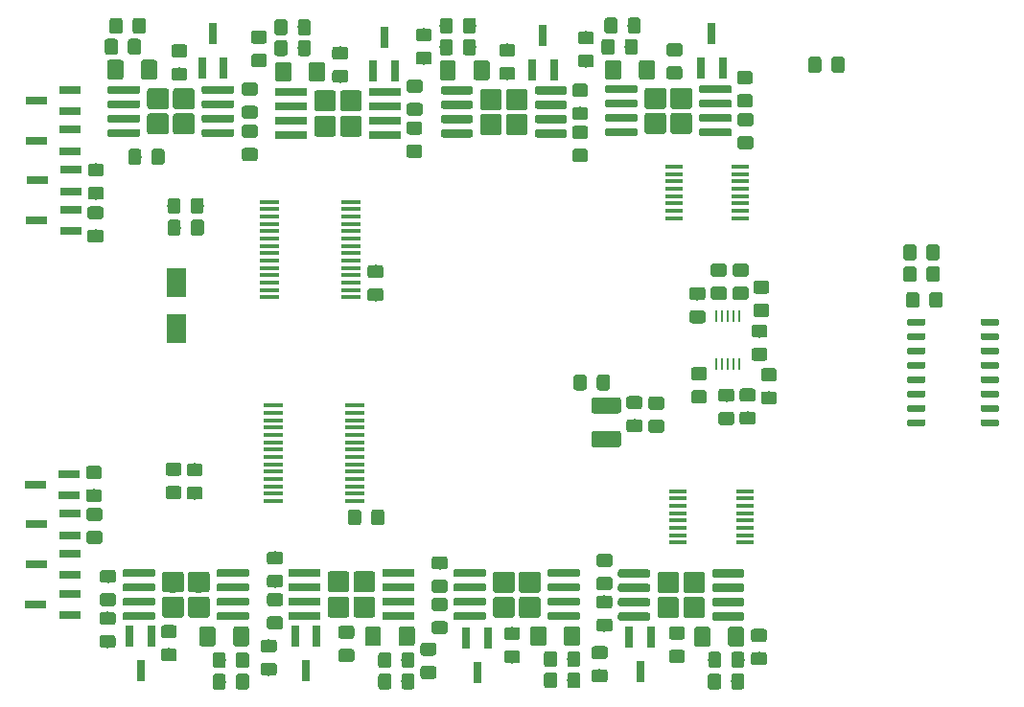
<source format=gbr>
%TF.GenerationSoftware,KiCad,Pcbnew,5.1.4*%
%TF.CreationDate,2019-11-11T17:30:34+01:00*%
%TF.ProjectId,charger2,63686172-6765-4723-922e-6b696361645f,rev?*%
%TF.SameCoordinates,Original*%
%TF.FileFunction,Paste,Top*%
%TF.FilePolarity,Positive*%
%FSLAX46Y46*%
G04 Gerber Fmt 4.6, Leading zero omitted, Abs format (unit mm)*
G04 Created by KiCad (PCBNEW 5.1.4) date 2019-11-11 17:30:34*
%MOMM*%
%LPD*%
G04 APERTURE LIST*
%ADD10R,1.800000X2.500000*%
%ADD11C,0.100000*%
%ADD12C,0.600000*%
%ADD13C,1.150000*%
%ADD14C,1.425000*%
%ADD15R,0.250000X1.100000*%
%ADD16C,0.700000*%
%ADD17C,1.860000*%
%ADD18R,1.500000X0.450000*%
%ADD19R,1.750000X0.450000*%
%ADD20R,0.800000X1.900000*%
%ADD21R,1.900000X0.800000*%
G04 APERTURE END LIST*
D10*
X132562600Y-90068400D03*
X132562600Y-94068400D03*
D11*
G36*
X205057303Y-93223522D02*
G01*
X205071864Y-93225682D01*
X205086143Y-93229259D01*
X205100003Y-93234218D01*
X205113310Y-93240512D01*
X205125936Y-93248080D01*
X205137759Y-93256848D01*
X205148666Y-93266734D01*
X205158552Y-93277641D01*
X205167320Y-93289464D01*
X205174888Y-93302090D01*
X205181182Y-93315397D01*
X205186141Y-93329257D01*
X205189718Y-93343536D01*
X205191878Y-93358097D01*
X205192600Y-93372800D01*
X205192600Y-93672800D01*
X205191878Y-93687503D01*
X205189718Y-93702064D01*
X205186141Y-93716343D01*
X205181182Y-93730203D01*
X205174888Y-93743510D01*
X205167320Y-93756136D01*
X205158552Y-93767959D01*
X205148666Y-93778866D01*
X205137759Y-93788752D01*
X205125936Y-93797520D01*
X205113310Y-93805088D01*
X205100003Y-93811382D01*
X205086143Y-93816341D01*
X205071864Y-93819918D01*
X205057303Y-93822078D01*
X205042600Y-93822800D01*
X203742600Y-93822800D01*
X203727897Y-93822078D01*
X203713336Y-93819918D01*
X203699057Y-93816341D01*
X203685197Y-93811382D01*
X203671890Y-93805088D01*
X203659264Y-93797520D01*
X203647441Y-93788752D01*
X203636534Y-93778866D01*
X203626648Y-93767959D01*
X203617880Y-93756136D01*
X203610312Y-93743510D01*
X203604018Y-93730203D01*
X203599059Y-93716343D01*
X203595482Y-93702064D01*
X203593322Y-93687503D01*
X203592600Y-93672800D01*
X203592600Y-93372800D01*
X203593322Y-93358097D01*
X203595482Y-93343536D01*
X203599059Y-93329257D01*
X203604018Y-93315397D01*
X203610312Y-93302090D01*
X203617880Y-93289464D01*
X203626648Y-93277641D01*
X203636534Y-93266734D01*
X203647441Y-93256848D01*
X203659264Y-93248080D01*
X203671890Y-93240512D01*
X203685197Y-93234218D01*
X203699057Y-93229259D01*
X203713336Y-93225682D01*
X203727897Y-93223522D01*
X203742600Y-93222800D01*
X205042600Y-93222800D01*
X205057303Y-93223522D01*
X205057303Y-93223522D01*
G37*
D12*
X204392600Y-93522800D03*
D11*
G36*
X205057303Y-94493522D02*
G01*
X205071864Y-94495682D01*
X205086143Y-94499259D01*
X205100003Y-94504218D01*
X205113310Y-94510512D01*
X205125936Y-94518080D01*
X205137759Y-94526848D01*
X205148666Y-94536734D01*
X205158552Y-94547641D01*
X205167320Y-94559464D01*
X205174888Y-94572090D01*
X205181182Y-94585397D01*
X205186141Y-94599257D01*
X205189718Y-94613536D01*
X205191878Y-94628097D01*
X205192600Y-94642800D01*
X205192600Y-94942800D01*
X205191878Y-94957503D01*
X205189718Y-94972064D01*
X205186141Y-94986343D01*
X205181182Y-95000203D01*
X205174888Y-95013510D01*
X205167320Y-95026136D01*
X205158552Y-95037959D01*
X205148666Y-95048866D01*
X205137759Y-95058752D01*
X205125936Y-95067520D01*
X205113310Y-95075088D01*
X205100003Y-95081382D01*
X205086143Y-95086341D01*
X205071864Y-95089918D01*
X205057303Y-95092078D01*
X205042600Y-95092800D01*
X203742600Y-95092800D01*
X203727897Y-95092078D01*
X203713336Y-95089918D01*
X203699057Y-95086341D01*
X203685197Y-95081382D01*
X203671890Y-95075088D01*
X203659264Y-95067520D01*
X203647441Y-95058752D01*
X203636534Y-95048866D01*
X203626648Y-95037959D01*
X203617880Y-95026136D01*
X203610312Y-95013510D01*
X203604018Y-95000203D01*
X203599059Y-94986343D01*
X203595482Y-94972064D01*
X203593322Y-94957503D01*
X203592600Y-94942800D01*
X203592600Y-94642800D01*
X203593322Y-94628097D01*
X203595482Y-94613536D01*
X203599059Y-94599257D01*
X203604018Y-94585397D01*
X203610312Y-94572090D01*
X203617880Y-94559464D01*
X203626648Y-94547641D01*
X203636534Y-94536734D01*
X203647441Y-94526848D01*
X203659264Y-94518080D01*
X203671890Y-94510512D01*
X203685197Y-94504218D01*
X203699057Y-94499259D01*
X203713336Y-94495682D01*
X203727897Y-94493522D01*
X203742600Y-94492800D01*
X205042600Y-94492800D01*
X205057303Y-94493522D01*
X205057303Y-94493522D01*
G37*
D12*
X204392600Y-94792800D03*
D11*
G36*
X205057303Y-95763522D02*
G01*
X205071864Y-95765682D01*
X205086143Y-95769259D01*
X205100003Y-95774218D01*
X205113310Y-95780512D01*
X205125936Y-95788080D01*
X205137759Y-95796848D01*
X205148666Y-95806734D01*
X205158552Y-95817641D01*
X205167320Y-95829464D01*
X205174888Y-95842090D01*
X205181182Y-95855397D01*
X205186141Y-95869257D01*
X205189718Y-95883536D01*
X205191878Y-95898097D01*
X205192600Y-95912800D01*
X205192600Y-96212800D01*
X205191878Y-96227503D01*
X205189718Y-96242064D01*
X205186141Y-96256343D01*
X205181182Y-96270203D01*
X205174888Y-96283510D01*
X205167320Y-96296136D01*
X205158552Y-96307959D01*
X205148666Y-96318866D01*
X205137759Y-96328752D01*
X205125936Y-96337520D01*
X205113310Y-96345088D01*
X205100003Y-96351382D01*
X205086143Y-96356341D01*
X205071864Y-96359918D01*
X205057303Y-96362078D01*
X205042600Y-96362800D01*
X203742600Y-96362800D01*
X203727897Y-96362078D01*
X203713336Y-96359918D01*
X203699057Y-96356341D01*
X203685197Y-96351382D01*
X203671890Y-96345088D01*
X203659264Y-96337520D01*
X203647441Y-96328752D01*
X203636534Y-96318866D01*
X203626648Y-96307959D01*
X203617880Y-96296136D01*
X203610312Y-96283510D01*
X203604018Y-96270203D01*
X203599059Y-96256343D01*
X203595482Y-96242064D01*
X203593322Y-96227503D01*
X203592600Y-96212800D01*
X203592600Y-95912800D01*
X203593322Y-95898097D01*
X203595482Y-95883536D01*
X203599059Y-95869257D01*
X203604018Y-95855397D01*
X203610312Y-95842090D01*
X203617880Y-95829464D01*
X203626648Y-95817641D01*
X203636534Y-95806734D01*
X203647441Y-95796848D01*
X203659264Y-95788080D01*
X203671890Y-95780512D01*
X203685197Y-95774218D01*
X203699057Y-95769259D01*
X203713336Y-95765682D01*
X203727897Y-95763522D01*
X203742600Y-95762800D01*
X205042600Y-95762800D01*
X205057303Y-95763522D01*
X205057303Y-95763522D01*
G37*
D12*
X204392600Y-96062800D03*
D11*
G36*
X205057303Y-97033522D02*
G01*
X205071864Y-97035682D01*
X205086143Y-97039259D01*
X205100003Y-97044218D01*
X205113310Y-97050512D01*
X205125936Y-97058080D01*
X205137759Y-97066848D01*
X205148666Y-97076734D01*
X205158552Y-97087641D01*
X205167320Y-97099464D01*
X205174888Y-97112090D01*
X205181182Y-97125397D01*
X205186141Y-97139257D01*
X205189718Y-97153536D01*
X205191878Y-97168097D01*
X205192600Y-97182800D01*
X205192600Y-97482800D01*
X205191878Y-97497503D01*
X205189718Y-97512064D01*
X205186141Y-97526343D01*
X205181182Y-97540203D01*
X205174888Y-97553510D01*
X205167320Y-97566136D01*
X205158552Y-97577959D01*
X205148666Y-97588866D01*
X205137759Y-97598752D01*
X205125936Y-97607520D01*
X205113310Y-97615088D01*
X205100003Y-97621382D01*
X205086143Y-97626341D01*
X205071864Y-97629918D01*
X205057303Y-97632078D01*
X205042600Y-97632800D01*
X203742600Y-97632800D01*
X203727897Y-97632078D01*
X203713336Y-97629918D01*
X203699057Y-97626341D01*
X203685197Y-97621382D01*
X203671890Y-97615088D01*
X203659264Y-97607520D01*
X203647441Y-97598752D01*
X203636534Y-97588866D01*
X203626648Y-97577959D01*
X203617880Y-97566136D01*
X203610312Y-97553510D01*
X203604018Y-97540203D01*
X203599059Y-97526343D01*
X203595482Y-97512064D01*
X203593322Y-97497503D01*
X203592600Y-97482800D01*
X203592600Y-97182800D01*
X203593322Y-97168097D01*
X203595482Y-97153536D01*
X203599059Y-97139257D01*
X203604018Y-97125397D01*
X203610312Y-97112090D01*
X203617880Y-97099464D01*
X203626648Y-97087641D01*
X203636534Y-97076734D01*
X203647441Y-97066848D01*
X203659264Y-97058080D01*
X203671890Y-97050512D01*
X203685197Y-97044218D01*
X203699057Y-97039259D01*
X203713336Y-97035682D01*
X203727897Y-97033522D01*
X203742600Y-97032800D01*
X205042600Y-97032800D01*
X205057303Y-97033522D01*
X205057303Y-97033522D01*
G37*
D12*
X204392600Y-97332800D03*
D11*
G36*
X205057303Y-98303522D02*
G01*
X205071864Y-98305682D01*
X205086143Y-98309259D01*
X205100003Y-98314218D01*
X205113310Y-98320512D01*
X205125936Y-98328080D01*
X205137759Y-98336848D01*
X205148666Y-98346734D01*
X205158552Y-98357641D01*
X205167320Y-98369464D01*
X205174888Y-98382090D01*
X205181182Y-98395397D01*
X205186141Y-98409257D01*
X205189718Y-98423536D01*
X205191878Y-98438097D01*
X205192600Y-98452800D01*
X205192600Y-98752800D01*
X205191878Y-98767503D01*
X205189718Y-98782064D01*
X205186141Y-98796343D01*
X205181182Y-98810203D01*
X205174888Y-98823510D01*
X205167320Y-98836136D01*
X205158552Y-98847959D01*
X205148666Y-98858866D01*
X205137759Y-98868752D01*
X205125936Y-98877520D01*
X205113310Y-98885088D01*
X205100003Y-98891382D01*
X205086143Y-98896341D01*
X205071864Y-98899918D01*
X205057303Y-98902078D01*
X205042600Y-98902800D01*
X203742600Y-98902800D01*
X203727897Y-98902078D01*
X203713336Y-98899918D01*
X203699057Y-98896341D01*
X203685197Y-98891382D01*
X203671890Y-98885088D01*
X203659264Y-98877520D01*
X203647441Y-98868752D01*
X203636534Y-98858866D01*
X203626648Y-98847959D01*
X203617880Y-98836136D01*
X203610312Y-98823510D01*
X203604018Y-98810203D01*
X203599059Y-98796343D01*
X203595482Y-98782064D01*
X203593322Y-98767503D01*
X203592600Y-98752800D01*
X203592600Y-98452800D01*
X203593322Y-98438097D01*
X203595482Y-98423536D01*
X203599059Y-98409257D01*
X203604018Y-98395397D01*
X203610312Y-98382090D01*
X203617880Y-98369464D01*
X203626648Y-98357641D01*
X203636534Y-98346734D01*
X203647441Y-98336848D01*
X203659264Y-98328080D01*
X203671890Y-98320512D01*
X203685197Y-98314218D01*
X203699057Y-98309259D01*
X203713336Y-98305682D01*
X203727897Y-98303522D01*
X203742600Y-98302800D01*
X205042600Y-98302800D01*
X205057303Y-98303522D01*
X205057303Y-98303522D01*
G37*
D12*
X204392600Y-98602800D03*
D11*
G36*
X205057303Y-99573522D02*
G01*
X205071864Y-99575682D01*
X205086143Y-99579259D01*
X205100003Y-99584218D01*
X205113310Y-99590512D01*
X205125936Y-99598080D01*
X205137759Y-99606848D01*
X205148666Y-99616734D01*
X205158552Y-99627641D01*
X205167320Y-99639464D01*
X205174888Y-99652090D01*
X205181182Y-99665397D01*
X205186141Y-99679257D01*
X205189718Y-99693536D01*
X205191878Y-99708097D01*
X205192600Y-99722800D01*
X205192600Y-100022800D01*
X205191878Y-100037503D01*
X205189718Y-100052064D01*
X205186141Y-100066343D01*
X205181182Y-100080203D01*
X205174888Y-100093510D01*
X205167320Y-100106136D01*
X205158552Y-100117959D01*
X205148666Y-100128866D01*
X205137759Y-100138752D01*
X205125936Y-100147520D01*
X205113310Y-100155088D01*
X205100003Y-100161382D01*
X205086143Y-100166341D01*
X205071864Y-100169918D01*
X205057303Y-100172078D01*
X205042600Y-100172800D01*
X203742600Y-100172800D01*
X203727897Y-100172078D01*
X203713336Y-100169918D01*
X203699057Y-100166341D01*
X203685197Y-100161382D01*
X203671890Y-100155088D01*
X203659264Y-100147520D01*
X203647441Y-100138752D01*
X203636534Y-100128866D01*
X203626648Y-100117959D01*
X203617880Y-100106136D01*
X203610312Y-100093510D01*
X203604018Y-100080203D01*
X203599059Y-100066343D01*
X203595482Y-100052064D01*
X203593322Y-100037503D01*
X203592600Y-100022800D01*
X203592600Y-99722800D01*
X203593322Y-99708097D01*
X203595482Y-99693536D01*
X203599059Y-99679257D01*
X203604018Y-99665397D01*
X203610312Y-99652090D01*
X203617880Y-99639464D01*
X203626648Y-99627641D01*
X203636534Y-99616734D01*
X203647441Y-99606848D01*
X203659264Y-99598080D01*
X203671890Y-99590512D01*
X203685197Y-99584218D01*
X203699057Y-99579259D01*
X203713336Y-99575682D01*
X203727897Y-99573522D01*
X203742600Y-99572800D01*
X205042600Y-99572800D01*
X205057303Y-99573522D01*
X205057303Y-99573522D01*
G37*
D12*
X204392600Y-99872800D03*
D11*
G36*
X205057303Y-100843522D02*
G01*
X205071864Y-100845682D01*
X205086143Y-100849259D01*
X205100003Y-100854218D01*
X205113310Y-100860512D01*
X205125936Y-100868080D01*
X205137759Y-100876848D01*
X205148666Y-100886734D01*
X205158552Y-100897641D01*
X205167320Y-100909464D01*
X205174888Y-100922090D01*
X205181182Y-100935397D01*
X205186141Y-100949257D01*
X205189718Y-100963536D01*
X205191878Y-100978097D01*
X205192600Y-100992800D01*
X205192600Y-101292800D01*
X205191878Y-101307503D01*
X205189718Y-101322064D01*
X205186141Y-101336343D01*
X205181182Y-101350203D01*
X205174888Y-101363510D01*
X205167320Y-101376136D01*
X205158552Y-101387959D01*
X205148666Y-101398866D01*
X205137759Y-101408752D01*
X205125936Y-101417520D01*
X205113310Y-101425088D01*
X205100003Y-101431382D01*
X205086143Y-101436341D01*
X205071864Y-101439918D01*
X205057303Y-101442078D01*
X205042600Y-101442800D01*
X203742600Y-101442800D01*
X203727897Y-101442078D01*
X203713336Y-101439918D01*
X203699057Y-101436341D01*
X203685197Y-101431382D01*
X203671890Y-101425088D01*
X203659264Y-101417520D01*
X203647441Y-101408752D01*
X203636534Y-101398866D01*
X203626648Y-101387959D01*
X203617880Y-101376136D01*
X203610312Y-101363510D01*
X203604018Y-101350203D01*
X203599059Y-101336343D01*
X203595482Y-101322064D01*
X203593322Y-101307503D01*
X203592600Y-101292800D01*
X203592600Y-100992800D01*
X203593322Y-100978097D01*
X203595482Y-100963536D01*
X203599059Y-100949257D01*
X203604018Y-100935397D01*
X203610312Y-100922090D01*
X203617880Y-100909464D01*
X203626648Y-100897641D01*
X203636534Y-100886734D01*
X203647441Y-100876848D01*
X203659264Y-100868080D01*
X203671890Y-100860512D01*
X203685197Y-100854218D01*
X203699057Y-100849259D01*
X203713336Y-100845682D01*
X203727897Y-100843522D01*
X203742600Y-100842800D01*
X205042600Y-100842800D01*
X205057303Y-100843522D01*
X205057303Y-100843522D01*
G37*
D12*
X204392600Y-101142800D03*
D11*
G36*
X205057303Y-102113522D02*
G01*
X205071864Y-102115682D01*
X205086143Y-102119259D01*
X205100003Y-102124218D01*
X205113310Y-102130512D01*
X205125936Y-102138080D01*
X205137759Y-102146848D01*
X205148666Y-102156734D01*
X205158552Y-102167641D01*
X205167320Y-102179464D01*
X205174888Y-102192090D01*
X205181182Y-102205397D01*
X205186141Y-102219257D01*
X205189718Y-102233536D01*
X205191878Y-102248097D01*
X205192600Y-102262800D01*
X205192600Y-102562800D01*
X205191878Y-102577503D01*
X205189718Y-102592064D01*
X205186141Y-102606343D01*
X205181182Y-102620203D01*
X205174888Y-102633510D01*
X205167320Y-102646136D01*
X205158552Y-102657959D01*
X205148666Y-102668866D01*
X205137759Y-102678752D01*
X205125936Y-102687520D01*
X205113310Y-102695088D01*
X205100003Y-102701382D01*
X205086143Y-102706341D01*
X205071864Y-102709918D01*
X205057303Y-102712078D01*
X205042600Y-102712800D01*
X203742600Y-102712800D01*
X203727897Y-102712078D01*
X203713336Y-102709918D01*
X203699057Y-102706341D01*
X203685197Y-102701382D01*
X203671890Y-102695088D01*
X203659264Y-102687520D01*
X203647441Y-102678752D01*
X203636534Y-102668866D01*
X203626648Y-102657959D01*
X203617880Y-102646136D01*
X203610312Y-102633510D01*
X203604018Y-102620203D01*
X203599059Y-102606343D01*
X203595482Y-102592064D01*
X203593322Y-102577503D01*
X203592600Y-102562800D01*
X203592600Y-102262800D01*
X203593322Y-102248097D01*
X203595482Y-102233536D01*
X203599059Y-102219257D01*
X203604018Y-102205397D01*
X203610312Y-102192090D01*
X203617880Y-102179464D01*
X203626648Y-102167641D01*
X203636534Y-102156734D01*
X203647441Y-102146848D01*
X203659264Y-102138080D01*
X203671890Y-102130512D01*
X203685197Y-102124218D01*
X203699057Y-102119259D01*
X203713336Y-102115682D01*
X203727897Y-102113522D01*
X203742600Y-102112800D01*
X205042600Y-102112800D01*
X205057303Y-102113522D01*
X205057303Y-102113522D01*
G37*
D12*
X204392600Y-102412800D03*
D11*
G36*
X198557303Y-102113522D02*
G01*
X198571864Y-102115682D01*
X198586143Y-102119259D01*
X198600003Y-102124218D01*
X198613310Y-102130512D01*
X198625936Y-102138080D01*
X198637759Y-102146848D01*
X198648666Y-102156734D01*
X198658552Y-102167641D01*
X198667320Y-102179464D01*
X198674888Y-102192090D01*
X198681182Y-102205397D01*
X198686141Y-102219257D01*
X198689718Y-102233536D01*
X198691878Y-102248097D01*
X198692600Y-102262800D01*
X198692600Y-102562800D01*
X198691878Y-102577503D01*
X198689718Y-102592064D01*
X198686141Y-102606343D01*
X198681182Y-102620203D01*
X198674888Y-102633510D01*
X198667320Y-102646136D01*
X198658552Y-102657959D01*
X198648666Y-102668866D01*
X198637759Y-102678752D01*
X198625936Y-102687520D01*
X198613310Y-102695088D01*
X198600003Y-102701382D01*
X198586143Y-102706341D01*
X198571864Y-102709918D01*
X198557303Y-102712078D01*
X198542600Y-102712800D01*
X197242600Y-102712800D01*
X197227897Y-102712078D01*
X197213336Y-102709918D01*
X197199057Y-102706341D01*
X197185197Y-102701382D01*
X197171890Y-102695088D01*
X197159264Y-102687520D01*
X197147441Y-102678752D01*
X197136534Y-102668866D01*
X197126648Y-102657959D01*
X197117880Y-102646136D01*
X197110312Y-102633510D01*
X197104018Y-102620203D01*
X197099059Y-102606343D01*
X197095482Y-102592064D01*
X197093322Y-102577503D01*
X197092600Y-102562800D01*
X197092600Y-102262800D01*
X197093322Y-102248097D01*
X197095482Y-102233536D01*
X197099059Y-102219257D01*
X197104018Y-102205397D01*
X197110312Y-102192090D01*
X197117880Y-102179464D01*
X197126648Y-102167641D01*
X197136534Y-102156734D01*
X197147441Y-102146848D01*
X197159264Y-102138080D01*
X197171890Y-102130512D01*
X197185197Y-102124218D01*
X197199057Y-102119259D01*
X197213336Y-102115682D01*
X197227897Y-102113522D01*
X197242600Y-102112800D01*
X198542600Y-102112800D01*
X198557303Y-102113522D01*
X198557303Y-102113522D01*
G37*
D12*
X197892600Y-102412800D03*
D11*
G36*
X198557303Y-100843522D02*
G01*
X198571864Y-100845682D01*
X198586143Y-100849259D01*
X198600003Y-100854218D01*
X198613310Y-100860512D01*
X198625936Y-100868080D01*
X198637759Y-100876848D01*
X198648666Y-100886734D01*
X198658552Y-100897641D01*
X198667320Y-100909464D01*
X198674888Y-100922090D01*
X198681182Y-100935397D01*
X198686141Y-100949257D01*
X198689718Y-100963536D01*
X198691878Y-100978097D01*
X198692600Y-100992800D01*
X198692600Y-101292800D01*
X198691878Y-101307503D01*
X198689718Y-101322064D01*
X198686141Y-101336343D01*
X198681182Y-101350203D01*
X198674888Y-101363510D01*
X198667320Y-101376136D01*
X198658552Y-101387959D01*
X198648666Y-101398866D01*
X198637759Y-101408752D01*
X198625936Y-101417520D01*
X198613310Y-101425088D01*
X198600003Y-101431382D01*
X198586143Y-101436341D01*
X198571864Y-101439918D01*
X198557303Y-101442078D01*
X198542600Y-101442800D01*
X197242600Y-101442800D01*
X197227897Y-101442078D01*
X197213336Y-101439918D01*
X197199057Y-101436341D01*
X197185197Y-101431382D01*
X197171890Y-101425088D01*
X197159264Y-101417520D01*
X197147441Y-101408752D01*
X197136534Y-101398866D01*
X197126648Y-101387959D01*
X197117880Y-101376136D01*
X197110312Y-101363510D01*
X197104018Y-101350203D01*
X197099059Y-101336343D01*
X197095482Y-101322064D01*
X197093322Y-101307503D01*
X197092600Y-101292800D01*
X197092600Y-100992800D01*
X197093322Y-100978097D01*
X197095482Y-100963536D01*
X197099059Y-100949257D01*
X197104018Y-100935397D01*
X197110312Y-100922090D01*
X197117880Y-100909464D01*
X197126648Y-100897641D01*
X197136534Y-100886734D01*
X197147441Y-100876848D01*
X197159264Y-100868080D01*
X197171890Y-100860512D01*
X197185197Y-100854218D01*
X197199057Y-100849259D01*
X197213336Y-100845682D01*
X197227897Y-100843522D01*
X197242600Y-100842800D01*
X198542600Y-100842800D01*
X198557303Y-100843522D01*
X198557303Y-100843522D01*
G37*
D12*
X197892600Y-101142800D03*
D11*
G36*
X198557303Y-99573522D02*
G01*
X198571864Y-99575682D01*
X198586143Y-99579259D01*
X198600003Y-99584218D01*
X198613310Y-99590512D01*
X198625936Y-99598080D01*
X198637759Y-99606848D01*
X198648666Y-99616734D01*
X198658552Y-99627641D01*
X198667320Y-99639464D01*
X198674888Y-99652090D01*
X198681182Y-99665397D01*
X198686141Y-99679257D01*
X198689718Y-99693536D01*
X198691878Y-99708097D01*
X198692600Y-99722800D01*
X198692600Y-100022800D01*
X198691878Y-100037503D01*
X198689718Y-100052064D01*
X198686141Y-100066343D01*
X198681182Y-100080203D01*
X198674888Y-100093510D01*
X198667320Y-100106136D01*
X198658552Y-100117959D01*
X198648666Y-100128866D01*
X198637759Y-100138752D01*
X198625936Y-100147520D01*
X198613310Y-100155088D01*
X198600003Y-100161382D01*
X198586143Y-100166341D01*
X198571864Y-100169918D01*
X198557303Y-100172078D01*
X198542600Y-100172800D01*
X197242600Y-100172800D01*
X197227897Y-100172078D01*
X197213336Y-100169918D01*
X197199057Y-100166341D01*
X197185197Y-100161382D01*
X197171890Y-100155088D01*
X197159264Y-100147520D01*
X197147441Y-100138752D01*
X197136534Y-100128866D01*
X197126648Y-100117959D01*
X197117880Y-100106136D01*
X197110312Y-100093510D01*
X197104018Y-100080203D01*
X197099059Y-100066343D01*
X197095482Y-100052064D01*
X197093322Y-100037503D01*
X197092600Y-100022800D01*
X197092600Y-99722800D01*
X197093322Y-99708097D01*
X197095482Y-99693536D01*
X197099059Y-99679257D01*
X197104018Y-99665397D01*
X197110312Y-99652090D01*
X197117880Y-99639464D01*
X197126648Y-99627641D01*
X197136534Y-99616734D01*
X197147441Y-99606848D01*
X197159264Y-99598080D01*
X197171890Y-99590512D01*
X197185197Y-99584218D01*
X197199057Y-99579259D01*
X197213336Y-99575682D01*
X197227897Y-99573522D01*
X197242600Y-99572800D01*
X198542600Y-99572800D01*
X198557303Y-99573522D01*
X198557303Y-99573522D01*
G37*
D12*
X197892600Y-99872800D03*
D11*
G36*
X198557303Y-98303522D02*
G01*
X198571864Y-98305682D01*
X198586143Y-98309259D01*
X198600003Y-98314218D01*
X198613310Y-98320512D01*
X198625936Y-98328080D01*
X198637759Y-98336848D01*
X198648666Y-98346734D01*
X198658552Y-98357641D01*
X198667320Y-98369464D01*
X198674888Y-98382090D01*
X198681182Y-98395397D01*
X198686141Y-98409257D01*
X198689718Y-98423536D01*
X198691878Y-98438097D01*
X198692600Y-98452800D01*
X198692600Y-98752800D01*
X198691878Y-98767503D01*
X198689718Y-98782064D01*
X198686141Y-98796343D01*
X198681182Y-98810203D01*
X198674888Y-98823510D01*
X198667320Y-98836136D01*
X198658552Y-98847959D01*
X198648666Y-98858866D01*
X198637759Y-98868752D01*
X198625936Y-98877520D01*
X198613310Y-98885088D01*
X198600003Y-98891382D01*
X198586143Y-98896341D01*
X198571864Y-98899918D01*
X198557303Y-98902078D01*
X198542600Y-98902800D01*
X197242600Y-98902800D01*
X197227897Y-98902078D01*
X197213336Y-98899918D01*
X197199057Y-98896341D01*
X197185197Y-98891382D01*
X197171890Y-98885088D01*
X197159264Y-98877520D01*
X197147441Y-98868752D01*
X197136534Y-98858866D01*
X197126648Y-98847959D01*
X197117880Y-98836136D01*
X197110312Y-98823510D01*
X197104018Y-98810203D01*
X197099059Y-98796343D01*
X197095482Y-98782064D01*
X197093322Y-98767503D01*
X197092600Y-98752800D01*
X197092600Y-98452800D01*
X197093322Y-98438097D01*
X197095482Y-98423536D01*
X197099059Y-98409257D01*
X197104018Y-98395397D01*
X197110312Y-98382090D01*
X197117880Y-98369464D01*
X197126648Y-98357641D01*
X197136534Y-98346734D01*
X197147441Y-98336848D01*
X197159264Y-98328080D01*
X197171890Y-98320512D01*
X197185197Y-98314218D01*
X197199057Y-98309259D01*
X197213336Y-98305682D01*
X197227897Y-98303522D01*
X197242600Y-98302800D01*
X198542600Y-98302800D01*
X198557303Y-98303522D01*
X198557303Y-98303522D01*
G37*
D12*
X197892600Y-98602800D03*
D11*
G36*
X198557303Y-97033522D02*
G01*
X198571864Y-97035682D01*
X198586143Y-97039259D01*
X198600003Y-97044218D01*
X198613310Y-97050512D01*
X198625936Y-97058080D01*
X198637759Y-97066848D01*
X198648666Y-97076734D01*
X198658552Y-97087641D01*
X198667320Y-97099464D01*
X198674888Y-97112090D01*
X198681182Y-97125397D01*
X198686141Y-97139257D01*
X198689718Y-97153536D01*
X198691878Y-97168097D01*
X198692600Y-97182800D01*
X198692600Y-97482800D01*
X198691878Y-97497503D01*
X198689718Y-97512064D01*
X198686141Y-97526343D01*
X198681182Y-97540203D01*
X198674888Y-97553510D01*
X198667320Y-97566136D01*
X198658552Y-97577959D01*
X198648666Y-97588866D01*
X198637759Y-97598752D01*
X198625936Y-97607520D01*
X198613310Y-97615088D01*
X198600003Y-97621382D01*
X198586143Y-97626341D01*
X198571864Y-97629918D01*
X198557303Y-97632078D01*
X198542600Y-97632800D01*
X197242600Y-97632800D01*
X197227897Y-97632078D01*
X197213336Y-97629918D01*
X197199057Y-97626341D01*
X197185197Y-97621382D01*
X197171890Y-97615088D01*
X197159264Y-97607520D01*
X197147441Y-97598752D01*
X197136534Y-97588866D01*
X197126648Y-97577959D01*
X197117880Y-97566136D01*
X197110312Y-97553510D01*
X197104018Y-97540203D01*
X197099059Y-97526343D01*
X197095482Y-97512064D01*
X197093322Y-97497503D01*
X197092600Y-97482800D01*
X197092600Y-97182800D01*
X197093322Y-97168097D01*
X197095482Y-97153536D01*
X197099059Y-97139257D01*
X197104018Y-97125397D01*
X197110312Y-97112090D01*
X197117880Y-97099464D01*
X197126648Y-97087641D01*
X197136534Y-97076734D01*
X197147441Y-97066848D01*
X197159264Y-97058080D01*
X197171890Y-97050512D01*
X197185197Y-97044218D01*
X197199057Y-97039259D01*
X197213336Y-97035682D01*
X197227897Y-97033522D01*
X197242600Y-97032800D01*
X198542600Y-97032800D01*
X198557303Y-97033522D01*
X198557303Y-97033522D01*
G37*
D12*
X197892600Y-97332800D03*
D11*
G36*
X198557303Y-95763522D02*
G01*
X198571864Y-95765682D01*
X198586143Y-95769259D01*
X198600003Y-95774218D01*
X198613310Y-95780512D01*
X198625936Y-95788080D01*
X198637759Y-95796848D01*
X198648666Y-95806734D01*
X198658552Y-95817641D01*
X198667320Y-95829464D01*
X198674888Y-95842090D01*
X198681182Y-95855397D01*
X198686141Y-95869257D01*
X198689718Y-95883536D01*
X198691878Y-95898097D01*
X198692600Y-95912800D01*
X198692600Y-96212800D01*
X198691878Y-96227503D01*
X198689718Y-96242064D01*
X198686141Y-96256343D01*
X198681182Y-96270203D01*
X198674888Y-96283510D01*
X198667320Y-96296136D01*
X198658552Y-96307959D01*
X198648666Y-96318866D01*
X198637759Y-96328752D01*
X198625936Y-96337520D01*
X198613310Y-96345088D01*
X198600003Y-96351382D01*
X198586143Y-96356341D01*
X198571864Y-96359918D01*
X198557303Y-96362078D01*
X198542600Y-96362800D01*
X197242600Y-96362800D01*
X197227897Y-96362078D01*
X197213336Y-96359918D01*
X197199057Y-96356341D01*
X197185197Y-96351382D01*
X197171890Y-96345088D01*
X197159264Y-96337520D01*
X197147441Y-96328752D01*
X197136534Y-96318866D01*
X197126648Y-96307959D01*
X197117880Y-96296136D01*
X197110312Y-96283510D01*
X197104018Y-96270203D01*
X197099059Y-96256343D01*
X197095482Y-96242064D01*
X197093322Y-96227503D01*
X197092600Y-96212800D01*
X197092600Y-95912800D01*
X197093322Y-95898097D01*
X197095482Y-95883536D01*
X197099059Y-95869257D01*
X197104018Y-95855397D01*
X197110312Y-95842090D01*
X197117880Y-95829464D01*
X197126648Y-95817641D01*
X197136534Y-95806734D01*
X197147441Y-95796848D01*
X197159264Y-95788080D01*
X197171890Y-95780512D01*
X197185197Y-95774218D01*
X197199057Y-95769259D01*
X197213336Y-95765682D01*
X197227897Y-95763522D01*
X197242600Y-95762800D01*
X198542600Y-95762800D01*
X198557303Y-95763522D01*
X198557303Y-95763522D01*
G37*
D12*
X197892600Y-96062800D03*
D11*
G36*
X198557303Y-94493522D02*
G01*
X198571864Y-94495682D01*
X198586143Y-94499259D01*
X198600003Y-94504218D01*
X198613310Y-94510512D01*
X198625936Y-94518080D01*
X198637759Y-94526848D01*
X198648666Y-94536734D01*
X198658552Y-94547641D01*
X198667320Y-94559464D01*
X198674888Y-94572090D01*
X198681182Y-94585397D01*
X198686141Y-94599257D01*
X198689718Y-94613536D01*
X198691878Y-94628097D01*
X198692600Y-94642800D01*
X198692600Y-94942800D01*
X198691878Y-94957503D01*
X198689718Y-94972064D01*
X198686141Y-94986343D01*
X198681182Y-95000203D01*
X198674888Y-95013510D01*
X198667320Y-95026136D01*
X198658552Y-95037959D01*
X198648666Y-95048866D01*
X198637759Y-95058752D01*
X198625936Y-95067520D01*
X198613310Y-95075088D01*
X198600003Y-95081382D01*
X198586143Y-95086341D01*
X198571864Y-95089918D01*
X198557303Y-95092078D01*
X198542600Y-95092800D01*
X197242600Y-95092800D01*
X197227897Y-95092078D01*
X197213336Y-95089918D01*
X197199057Y-95086341D01*
X197185197Y-95081382D01*
X197171890Y-95075088D01*
X197159264Y-95067520D01*
X197147441Y-95058752D01*
X197136534Y-95048866D01*
X197126648Y-95037959D01*
X197117880Y-95026136D01*
X197110312Y-95013510D01*
X197104018Y-95000203D01*
X197099059Y-94986343D01*
X197095482Y-94972064D01*
X197093322Y-94957503D01*
X197092600Y-94942800D01*
X197092600Y-94642800D01*
X197093322Y-94628097D01*
X197095482Y-94613536D01*
X197099059Y-94599257D01*
X197104018Y-94585397D01*
X197110312Y-94572090D01*
X197117880Y-94559464D01*
X197126648Y-94547641D01*
X197136534Y-94536734D01*
X197147441Y-94526848D01*
X197159264Y-94518080D01*
X197171890Y-94510512D01*
X197185197Y-94504218D01*
X197199057Y-94499259D01*
X197213336Y-94495682D01*
X197227897Y-94493522D01*
X197242600Y-94492800D01*
X198542600Y-94492800D01*
X198557303Y-94493522D01*
X198557303Y-94493522D01*
G37*
D12*
X197892600Y-94792800D03*
D11*
G36*
X198557303Y-93223522D02*
G01*
X198571864Y-93225682D01*
X198586143Y-93229259D01*
X198600003Y-93234218D01*
X198613310Y-93240512D01*
X198625936Y-93248080D01*
X198637759Y-93256848D01*
X198648666Y-93266734D01*
X198658552Y-93277641D01*
X198667320Y-93289464D01*
X198674888Y-93302090D01*
X198681182Y-93315397D01*
X198686141Y-93329257D01*
X198689718Y-93343536D01*
X198691878Y-93358097D01*
X198692600Y-93372800D01*
X198692600Y-93672800D01*
X198691878Y-93687503D01*
X198689718Y-93702064D01*
X198686141Y-93716343D01*
X198681182Y-93730203D01*
X198674888Y-93743510D01*
X198667320Y-93756136D01*
X198658552Y-93767959D01*
X198648666Y-93778866D01*
X198637759Y-93788752D01*
X198625936Y-93797520D01*
X198613310Y-93805088D01*
X198600003Y-93811382D01*
X198586143Y-93816341D01*
X198571864Y-93819918D01*
X198557303Y-93822078D01*
X198542600Y-93822800D01*
X197242600Y-93822800D01*
X197227897Y-93822078D01*
X197213336Y-93819918D01*
X197199057Y-93816341D01*
X197185197Y-93811382D01*
X197171890Y-93805088D01*
X197159264Y-93797520D01*
X197147441Y-93788752D01*
X197136534Y-93778866D01*
X197126648Y-93767959D01*
X197117880Y-93756136D01*
X197110312Y-93743510D01*
X197104018Y-93730203D01*
X197099059Y-93716343D01*
X197095482Y-93702064D01*
X197093322Y-93687503D01*
X197092600Y-93672800D01*
X197092600Y-93372800D01*
X197093322Y-93358097D01*
X197095482Y-93343536D01*
X197099059Y-93329257D01*
X197104018Y-93315397D01*
X197110312Y-93302090D01*
X197117880Y-93289464D01*
X197126648Y-93277641D01*
X197136534Y-93266734D01*
X197147441Y-93256848D01*
X197159264Y-93248080D01*
X197171890Y-93240512D01*
X197185197Y-93234218D01*
X197199057Y-93229259D01*
X197213336Y-93225682D01*
X197227897Y-93223522D01*
X197242600Y-93222800D01*
X198542600Y-93222800D01*
X198557303Y-93223522D01*
X198557303Y-93223522D01*
G37*
D12*
X197892600Y-93522800D03*
D11*
G36*
X148642105Y-110070604D02*
G01*
X148666373Y-110074204D01*
X148690172Y-110080165D01*
X148713271Y-110088430D01*
X148735450Y-110098920D01*
X148756493Y-110111532D01*
X148776199Y-110126147D01*
X148794377Y-110142623D01*
X148810853Y-110160801D01*
X148825468Y-110180507D01*
X148838080Y-110201550D01*
X148848570Y-110223729D01*
X148856835Y-110246828D01*
X148862796Y-110270627D01*
X148866396Y-110294895D01*
X148867600Y-110319399D01*
X148867600Y-111219401D01*
X148866396Y-111243905D01*
X148862796Y-111268173D01*
X148856835Y-111291972D01*
X148848570Y-111315071D01*
X148838080Y-111337250D01*
X148825468Y-111358293D01*
X148810853Y-111377999D01*
X148794377Y-111396177D01*
X148776199Y-111412653D01*
X148756493Y-111427268D01*
X148735450Y-111439880D01*
X148713271Y-111450370D01*
X148690172Y-111458635D01*
X148666373Y-111464596D01*
X148642105Y-111468196D01*
X148617601Y-111469400D01*
X147967599Y-111469400D01*
X147943095Y-111468196D01*
X147918827Y-111464596D01*
X147895028Y-111458635D01*
X147871929Y-111450370D01*
X147849750Y-111439880D01*
X147828707Y-111427268D01*
X147809001Y-111412653D01*
X147790823Y-111396177D01*
X147774347Y-111377999D01*
X147759732Y-111358293D01*
X147747120Y-111337250D01*
X147736630Y-111315071D01*
X147728365Y-111291972D01*
X147722404Y-111268173D01*
X147718804Y-111243905D01*
X147717600Y-111219401D01*
X147717600Y-110319399D01*
X147718804Y-110294895D01*
X147722404Y-110270627D01*
X147728365Y-110246828D01*
X147736630Y-110223729D01*
X147747120Y-110201550D01*
X147759732Y-110180507D01*
X147774347Y-110160801D01*
X147790823Y-110142623D01*
X147809001Y-110126147D01*
X147828707Y-110111532D01*
X147849750Y-110098920D01*
X147871929Y-110088430D01*
X147895028Y-110080165D01*
X147918827Y-110074204D01*
X147943095Y-110070604D01*
X147967599Y-110069400D01*
X148617601Y-110069400D01*
X148642105Y-110070604D01*
X148642105Y-110070604D01*
G37*
D13*
X148292600Y-110769400D03*
D11*
G36*
X150692105Y-110070604D02*
G01*
X150716373Y-110074204D01*
X150740172Y-110080165D01*
X150763271Y-110088430D01*
X150785450Y-110098920D01*
X150806493Y-110111532D01*
X150826199Y-110126147D01*
X150844377Y-110142623D01*
X150860853Y-110160801D01*
X150875468Y-110180507D01*
X150888080Y-110201550D01*
X150898570Y-110223729D01*
X150906835Y-110246828D01*
X150912796Y-110270627D01*
X150916396Y-110294895D01*
X150917600Y-110319399D01*
X150917600Y-111219401D01*
X150916396Y-111243905D01*
X150912796Y-111268173D01*
X150906835Y-111291972D01*
X150898570Y-111315071D01*
X150888080Y-111337250D01*
X150875468Y-111358293D01*
X150860853Y-111377999D01*
X150844377Y-111396177D01*
X150826199Y-111412653D01*
X150806493Y-111427268D01*
X150785450Y-111439880D01*
X150763271Y-111450370D01*
X150740172Y-111458635D01*
X150716373Y-111464596D01*
X150692105Y-111468196D01*
X150667601Y-111469400D01*
X150017599Y-111469400D01*
X149993095Y-111468196D01*
X149968827Y-111464596D01*
X149945028Y-111458635D01*
X149921929Y-111450370D01*
X149899750Y-111439880D01*
X149878707Y-111427268D01*
X149859001Y-111412653D01*
X149840823Y-111396177D01*
X149824347Y-111377999D01*
X149809732Y-111358293D01*
X149797120Y-111337250D01*
X149786630Y-111315071D01*
X149778365Y-111291972D01*
X149772404Y-111268173D01*
X149768804Y-111243905D01*
X149767600Y-111219401D01*
X149767600Y-110319399D01*
X149768804Y-110294895D01*
X149772404Y-110270627D01*
X149778365Y-110246828D01*
X149786630Y-110223729D01*
X149797120Y-110201550D01*
X149809732Y-110180507D01*
X149824347Y-110160801D01*
X149840823Y-110142623D01*
X149859001Y-110126147D01*
X149878707Y-110111532D01*
X149899750Y-110098920D01*
X149921929Y-110088430D01*
X149945028Y-110080165D01*
X149968827Y-110074204D01*
X149993095Y-110070604D01*
X150017599Y-110069400D01*
X150667601Y-110069400D01*
X150692105Y-110070604D01*
X150692105Y-110070604D01*
G37*
D13*
X150342600Y-110769400D03*
D11*
G36*
X150613905Y-90528604D02*
G01*
X150638173Y-90532204D01*
X150661972Y-90538165D01*
X150685071Y-90546430D01*
X150707250Y-90556920D01*
X150728293Y-90569532D01*
X150747999Y-90584147D01*
X150766177Y-90600623D01*
X150782653Y-90618801D01*
X150797268Y-90638507D01*
X150809880Y-90659550D01*
X150820370Y-90681729D01*
X150828635Y-90704828D01*
X150834596Y-90728627D01*
X150838196Y-90752895D01*
X150839400Y-90777399D01*
X150839400Y-91427401D01*
X150838196Y-91451905D01*
X150834596Y-91476173D01*
X150828635Y-91499972D01*
X150820370Y-91523071D01*
X150809880Y-91545250D01*
X150797268Y-91566293D01*
X150782653Y-91585999D01*
X150766177Y-91604177D01*
X150747999Y-91620653D01*
X150728293Y-91635268D01*
X150707250Y-91647880D01*
X150685071Y-91658370D01*
X150661972Y-91666635D01*
X150638173Y-91672596D01*
X150613905Y-91676196D01*
X150589401Y-91677400D01*
X149689399Y-91677400D01*
X149664895Y-91676196D01*
X149640627Y-91672596D01*
X149616828Y-91666635D01*
X149593729Y-91658370D01*
X149571550Y-91647880D01*
X149550507Y-91635268D01*
X149530801Y-91620653D01*
X149512623Y-91604177D01*
X149496147Y-91585999D01*
X149481532Y-91566293D01*
X149468920Y-91545250D01*
X149458430Y-91523071D01*
X149450165Y-91499972D01*
X149444204Y-91476173D01*
X149440604Y-91451905D01*
X149439400Y-91427401D01*
X149439400Y-90777399D01*
X149440604Y-90752895D01*
X149444204Y-90728627D01*
X149450165Y-90704828D01*
X149458430Y-90681729D01*
X149468920Y-90659550D01*
X149481532Y-90638507D01*
X149496147Y-90618801D01*
X149512623Y-90600623D01*
X149530801Y-90584147D01*
X149550507Y-90569532D01*
X149571550Y-90556920D01*
X149593729Y-90546430D01*
X149616828Y-90538165D01*
X149640627Y-90532204D01*
X149664895Y-90528604D01*
X149689399Y-90527400D01*
X150589401Y-90527400D01*
X150613905Y-90528604D01*
X150613905Y-90528604D01*
G37*
D13*
X150139400Y-91102400D03*
D11*
G36*
X150613905Y-88478604D02*
G01*
X150638173Y-88482204D01*
X150661972Y-88488165D01*
X150685071Y-88496430D01*
X150707250Y-88506920D01*
X150728293Y-88519532D01*
X150747999Y-88534147D01*
X150766177Y-88550623D01*
X150782653Y-88568801D01*
X150797268Y-88588507D01*
X150809880Y-88609550D01*
X150820370Y-88631729D01*
X150828635Y-88654828D01*
X150834596Y-88678627D01*
X150838196Y-88702895D01*
X150839400Y-88727399D01*
X150839400Y-89377401D01*
X150838196Y-89401905D01*
X150834596Y-89426173D01*
X150828635Y-89449972D01*
X150820370Y-89473071D01*
X150809880Y-89495250D01*
X150797268Y-89516293D01*
X150782653Y-89535999D01*
X150766177Y-89554177D01*
X150747999Y-89570653D01*
X150728293Y-89585268D01*
X150707250Y-89597880D01*
X150685071Y-89608370D01*
X150661972Y-89616635D01*
X150638173Y-89622596D01*
X150613905Y-89626196D01*
X150589401Y-89627400D01*
X149689399Y-89627400D01*
X149664895Y-89626196D01*
X149640627Y-89622596D01*
X149616828Y-89616635D01*
X149593729Y-89608370D01*
X149571550Y-89597880D01*
X149550507Y-89585268D01*
X149530801Y-89570653D01*
X149512623Y-89554177D01*
X149496147Y-89535999D01*
X149481532Y-89516293D01*
X149468920Y-89495250D01*
X149458430Y-89473071D01*
X149450165Y-89449972D01*
X149444204Y-89426173D01*
X149440604Y-89401905D01*
X149439400Y-89377401D01*
X149439400Y-88727399D01*
X149440604Y-88702895D01*
X149444204Y-88678627D01*
X149450165Y-88654828D01*
X149458430Y-88631729D01*
X149468920Y-88609550D01*
X149481532Y-88588507D01*
X149496147Y-88568801D01*
X149512623Y-88550623D01*
X149530801Y-88534147D01*
X149550507Y-88519532D01*
X149571550Y-88506920D01*
X149593729Y-88496430D01*
X149616828Y-88488165D01*
X149640627Y-88482204D01*
X149664895Y-88478604D01*
X149689399Y-88477400D01*
X150589401Y-88477400D01*
X150613905Y-88478604D01*
X150613905Y-88478604D01*
G37*
D13*
X150139400Y-89052400D03*
D11*
G36*
X171609704Y-100163204D02*
G01*
X171633973Y-100166804D01*
X171657771Y-100172765D01*
X171680871Y-100181030D01*
X171703049Y-100191520D01*
X171724093Y-100204133D01*
X171743798Y-100218747D01*
X171761977Y-100235223D01*
X171778453Y-100253402D01*
X171793067Y-100273107D01*
X171805680Y-100294151D01*
X171816170Y-100316329D01*
X171824435Y-100339429D01*
X171830396Y-100363227D01*
X171833996Y-100387496D01*
X171835200Y-100412000D01*
X171835200Y-101337000D01*
X171833996Y-101361504D01*
X171830396Y-101385773D01*
X171824435Y-101409571D01*
X171816170Y-101432671D01*
X171805680Y-101454849D01*
X171793067Y-101475893D01*
X171778453Y-101495598D01*
X171761977Y-101513777D01*
X171743798Y-101530253D01*
X171724093Y-101544867D01*
X171703049Y-101557480D01*
X171680871Y-101567970D01*
X171657771Y-101576235D01*
X171633973Y-101582196D01*
X171609704Y-101585796D01*
X171585200Y-101587000D01*
X169435200Y-101587000D01*
X169410696Y-101585796D01*
X169386427Y-101582196D01*
X169362629Y-101576235D01*
X169339529Y-101567970D01*
X169317351Y-101557480D01*
X169296307Y-101544867D01*
X169276602Y-101530253D01*
X169258423Y-101513777D01*
X169241947Y-101495598D01*
X169227333Y-101475893D01*
X169214720Y-101454849D01*
X169204230Y-101432671D01*
X169195965Y-101409571D01*
X169190004Y-101385773D01*
X169186404Y-101361504D01*
X169185200Y-101337000D01*
X169185200Y-100412000D01*
X169186404Y-100387496D01*
X169190004Y-100363227D01*
X169195965Y-100339429D01*
X169204230Y-100316329D01*
X169214720Y-100294151D01*
X169227333Y-100273107D01*
X169241947Y-100253402D01*
X169258423Y-100235223D01*
X169276602Y-100218747D01*
X169296307Y-100204133D01*
X169317351Y-100191520D01*
X169339529Y-100181030D01*
X169362629Y-100172765D01*
X169386427Y-100166804D01*
X169410696Y-100163204D01*
X169435200Y-100162000D01*
X171585200Y-100162000D01*
X171609704Y-100163204D01*
X171609704Y-100163204D01*
G37*
D14*
X170510200Y-100874500D03*
D11*
G36*
X171609704Y-103138204D02*
G01*
X171633973Y-103141804D01*
X171657771Y-103147765D01*
X171680871Y-103156030D01*
X171703049Y-103166520D01*
X171724093Y-103179133D01*
X171743798Y-103193747D01*
X171761977Y-103210223D01*
X171778453Y-103228402D01*
X171793067Y-103248107D01*
X171805680Y-103269151D01*
X171816170Y-103291329D01*
X171824435Y-103314429D01*
X171830396Y-103338227D01*
X171833996Y-103362496D01*
X171835200Y-103387000D01*
X171835200Y-104312000D01*
X171833996Y-104336504D01*
X171830396Y-104360773D01*
X171824435Y-104384571D01*
X171816170Y-104407671D01*
X171805680Y-104429849D01*
X171793067Y-104450893D01*
X171778453Y-104470598D01*
X171761977Y-104488777D01*
X171743798Y-104505253D01*
X171724093Y-104519867D01*
X171703049Y-104532480D01*
X171680871Y-104542970D01*
X171657771Y-104551235D01*
X171633973Y-104557196D01*
X171609704Y-104560796D01*
X171585200Y-104562000D01*
X169435200Y-104562000D01*
X169410696Y-104560796D01*
X169386427Y-104557196D01*
X169362629Y-104551235D01*
X169339529Y-104542970D01*
X169317351Y-104532480D01*
X169296307Y-104519867D01*
X169276602Y-104505253D01*
X169258423Y-104488777D01*
X169241947Y-104470598D01*
X169227333Y-104450893D01*
X169214720Y-104429849D01*
X169204230Y-104407671D01*
X169195965Y-104384571D01*
X169190004Y-104360773D01*
X169186404Y-104336504D01*
X169185200Y-104312000D01*
X169185200Y-103387000D01*
X169186404Y-103362496D01*
X169190004Y-103338227D01*
X169195965Y-103314429D01*
X169204230Y-103291329D01*
X169214720Y-103269151D01*
X169227333Y-103248107D01*
X169241947Y-103228402D01*
X169258423Y-103210223D01*
X169276602Y-103193747D01*
X169296307Y-103179133D01*
X169317351Y-103166520D01*
X169339529Y-103156030D01*
X169362629Y-103147765D01*
X169386427Y-103141804D01*
X169410696Y-103138204D01*
X169435200Y-103137000D01*
X171585200Y-103137000D01*
X171609704Y-103138204D01*
X171609704Y-103138204D01*
G37*
D14*
X170510200Y-103849500D03*
D11*
G36*
X173473905Y-102102004D02*
G01*
X173498173Y-102105604D01*
X173521972Y-102111565D01*
X173545071Y-102119830D01*
X173567250Y-102130320D01*
X173588293Y-102142932D01*
X173607999Y-102157547D01*
X173626177Y-102174023D01*
X173642653Y-102192201D01*
X173657268Y-102211907D01*
X173669880Y-102232950D01*
X173680370Y-102255129D01*
X173688635Y-102278228D01*
X173694596Y-102302027D01*
X173698196Y-102326295D01*
X173699400Y-102350799D01*
X173699400Y-103000801D01*
X173698196Y-103025305D01*
X173694596Y-103049573D01*
X173688635Y-103073372D01*
X173680370Y-103096471D01*
X173669880Y-103118650D01*
X173657268Y-103139693D01*
X173642653Y-103159399D01*
X173626177Y-103177577D01*
X173607999Y-103194053D01*
X173588293Y-103208668D01*
X173567250Y-103221280D01*
X173545071Y-103231770D01*
X173521972Y-103240035D01*
X173498173Y-103245996D01*
X173473905Y-103249596D01*
X173449401Y-103250800D01*
X172549399Y-103250800D01*
X172524895Y-103249596D01*
X172500627Y-103245996D01*
X172476828Y-103240035D01*
X172453729Y-103231770D01*
X172431550Y-103221280D01*
X172410507Y-103208668D01*
X172390801Y-103194053D01*
X172372623Y-103177577D01*
X172356147Y-103159399D01*
X172341532Y-103139693D01*
X172328920Y-103118650D01*
X172318430Y-103096471D01*
X172310165Y-103073372D01*
X172304204Y-103049573D01*
X172300604Y-103025305D01*
X172299400Y-103000801D01*
X172299400Y-102350799D01*
X172300604Y-102326295D01*
X172304204Y-102302027D01*
X172310165Y-102278228D01*
X172318430Y-102255129D01*
X172328920Y-102232950D01*
X172341532Y-102211907D01*
X172356147Y-102192201D01*
X172372623Y-102174023D01*
X172390801Y-102157547D01*
X172410507Y-102142932D01*
X172431550Y-102130320D01*
X172453729Y-102119830D01*
X172476828Y-102111565D01*
X172500627Y-102105604D01*
X172524895Y-102102004D01*
X172549399Y-102100800D01*
X173449401Y-102100800D01*
X173473905Y-102102004D01*
X173473905Y-102102004D01*
G37*
D13*
X172999400Y-102675800D03*
D11*
G36*
X173473905Y-100052004D02*
G01*
X173498173Y-100055604D01*
X173521972Y-100061565D01*
X173545071Y-100069830D01*
X173567250Y-100080320D01*
X173588293Y-100092932D01*
X173607999Y-100107547D01*
X173626177Y-100124023D01*
X173642653Y-100142201D01*
X173657268Y-100161907D01*
X173669880Y-100182950D01*
X173680370Y-100205129D01*
X173688635Y-100228228D01*
X173694596Y-100252027D01*
X173698196Y-100276295D01*
X173699400Y-100300799D01*
X173699400Y-100950801D01*
X173698196Y-100975305D01*
X173694596Y-100999573D01*
X173688635Y-101023372D01*
X173680370Y-101046471D01*
X173669880Y-101068650D01*
X173657268Y-101089693D01*
X173642653Y-101109399D01*
X173626177Y-101127577D01*
X173607999Y-101144053D01*
X173588293Y-101158668D01*
X173567250Y-101171280D01*
X173545071Y-101181770D01*
X173521972Y-101190035D01*
X173498173Y-101195996D01*
X173473905Y-101199596D01*
X173449401Y-101200800D01*
X172549399Y-101200800D01*
X172524895Y-101199596D01*
X172500627Y-101195996D01*
X172476828Y-101190035D01*
X172453729Y-101181770D01*
X172431550Y-101171280D01*
X172410507Y-101158668D01*
X172390801Y-101144053D01*
X172372623Y-101127577D01*
X172356147Y-101109399D01*
X172341532Y-101089693D01*
X172328920Y-101068650D01*
X172318430Y-101046471D01*
X172310165Y-101023372D01*
X172304204Y-100999573D01*
X172300604Y-100975305D01*
X172299400Y-100950801D01*
X172299400Y-100300799D01*
X172300604Y-100276295D01*
X172304204Y-100252027D01*
X172310165Y-100228228D01*
X172318430Y-100205129D01*
X172328920Y-100182950D01*
X172341532Y-100161907D01*
X172356147Y-100142201D01*
X172372623Y-100124023D01*
X172390801Y-100107547D01*
X172410507Y-100092932D01*
X172431550Y-100080320D01*
X172453729Y-100069830D01*
X172476828Y-100061565D01*
X172500627Y-100055604D01*
X172524895Y-100052004D01*
X172549399Y-100050800D01*
X173449401Y-100050800D01*
X173473905Y-100052004D01*
X173473905Y-100052004D01*
G37*
D13*
X172999400Y-100625800D03*
D11*
G36*
X189287405Y-70078304D02*
G01*
X189311673Y-70081904D01*
X189335472Y-70087865D01*
X189358571Y-70096130D01*
X189380750Y-70106620D01*
X189401793Y-70119232D01*
X189421499Y-70133847D01*
X189439677Y-70150323D01*
X189456153Y-70168501D01*
X189470768Y-70188207D01*
X189483380Y-70209250D01*
X189493870Y-70231429D01*
X189502135Y-70254528D01*
X189508096Y-70278327D01*
X189511696Y-70302595D01*
X189512900Y-70327099D01*
X189512900Y-71227101D01*
X189511696Y-71251605D01*
X189508096Y-71275873D01*
X189502135Y-71299672D01*
X189493870Y-71322771D01*
X189483380Y-71344950D01*
X189470768Y-71365993D01*
X189456153Y-71385699D01*
X189439677Y-71403877D01*
X189421499Y-71420353D01*
X189401793Y-71434968D01*
X189380750Y-71447580D01*
X189358571Y-71458070D01*
X189335472Y-71466335D01*
X189311673Y-71472296D01*
X189287405Y-71475896D01*
X189262901Y-71477100D01*
X188612899Y-71477100D01*
X188588395Y-71475896D01*
X188564127Y-71472296D01*
X188540328Y-71466335D01*
X188517229Y-71458070D01*
X188495050Y-71447580D01*
X188474007Y-71434968D01*
X188454301Y-71420353D01*
X188436123Y-71403877D01*
X188419647Y-71385699D01*
X188405032Y-71365993D01*
X188392420Y-71344950D01*
X188381930Y-71322771D01*
X188373665Y-71299672D01*
X188367704Y-71275873D01*
X188364104Y-71251605D01*
X188362900Y-71227101D01*
X188362900Y-70327099D01*
X188364104Y-70302595D01*
X188367704Y-70278327D01*
X188373665Y-70254528D01*
X188381930Y-70231429D01*
X188392420Y-70209250D01*
X188405032Y-70188207D01*
X188419647Y-70168501D01*
X188436123Y-70150323D01*
X188454301Y-70133847D01*
X188474007Y-70119232D01*
X188495050Y-70106620D01*
X188517229Y-70096130D01*
X188540328Y-70087865D01*
X188564127Y-70081904D01*
X188588395Y-70078304D01*
X188612899Y-70077100D01*
X189262901Y-70077100D01*
X189287405Y-70078304D01*
X189287405Y-70078304D01*
G37*
D13*
X188937900Y-70777100D03*
D11*
G36*
X191337405Y-70078304D02*
G01*
X191361673Y-70081904D01*
X191385472Y-70087865D01*
X191408571Y-70096130D01*
X191430750Y-70106620D01*
X191451793Y-70119232D01*
X191471499Y-70133847D01*
X191489677Y-70150323D01*
X191506153Y-70168501D01*
X191520768Y-70188207D01*
X191533380Y-70209250D01*
X191543870Y-70231429D01*
X191552135Y-70254528D01*
X191558096Y-70278327D01*
X191561696Y-70302595D01*
X191562900Y-70327099D01*
X191562900Y-71227101D01*
X191561696Y-71251605D01*
X191558096Y-71275873D01*
X191552135Y-71299672D01*
X191543870Y-71322771D01*
X191533380Y-71344950D01*
X191520768Y-71365993D01*
X191506153Y-71385699D01*
X191489677Y-71403877D01*
X191471499Y-71420353D01*
X191451793Y-71434968D01*
X191430750Y-71447580D01*
X191408571Y-71458070D01*
X191385472Y-71466335D01*
X191361673Y-71472296D01*
X191337405Y-71475896D01*
X191312901Y-71477100D01*
X190662899Y-71477100D01*
X190638395Y-71475896D01*
X190614127Y-71472296D01*
X190590328Y-71466335D01*
X190567229Y-71458070D01*
X190545050Y-71447580D01*
X190524007Y-71434968D01*
X190504301Y-71420353D01*
X190486123Y-71403877D01*
X190469647Y-71385699D01*
X190455032Y-71365993D01*
X190442420Y-71344950D01*
X190431930Y-71322771D01*
X190423665Y-71299672D01*
X190417704Y-71275873D01*
X190414104Y-71251605D01*
X190412900Y-71227101D01*
X190412900Y-70327099D01*
X190414104Y-70302595D01*
X190417704Y-70278327D01*
X190423665Y-70254528D01*
X190431930Y-70231429D01*
X190442420Y-70209250D01*
X190455032Y-70188207D01*
X190469647Y-70168501D01*
X190486123Y-70150323D01*
X190504301Y-70133847D01*
X190524007Y-70119232D01*
X190545050Y-70106620D01*
X190567229Y-70096130D01*
X190590328Y-70087865D01*
X190614127Y-70081904D01*
X190638395Y-70078304D01*
X190662899Y-70077100D01*
X191312901Y-70077100D01*
X191337405Y-70078304D01*
X191337405Y-70078304D01*
G37*
D13*
X190987900Y-70777100D03*
D11*
G36*
X175404305Y-102152804D02*
G01*
X175428573Y-102156404D01*
X175452372Y-102162365D01*
X175475471Y-102170630D01*
X175497650Y-102181120D01*
X175518693Y-102193732D01*
X175538399Y-102208347D01*
X175556577Y-102224823D01*
X175573053Y-102243001D01*
X175587668Y-102262707D01*
X175600280Y-102283750D01*
X175610770Y-102305929D01*
X175619035Y-102329028D01*
X175624996Y-102352827D01*
X175628596Y-102377095D01*
X175629800Y-102401599D01*
X175629800Y-103051601D01*
X175628596Y-103076105D01*
X175624996Y-103100373D01*
X175619035Y-103124172D01*
X175610770Y-103147271D01*
X175600280Y-103169450D01*
X175587668Y-103190493D01*
X175573053Y-103210199D01*
X175556577Y-103228377D01*
X175538399Y-103244853D01*
X175518693Y-103259468D01*
X175497650Y-103272080D01*
X175475471Y-103282570D01*
X175452372Y-103290835D01*
X175428573Y-103296796D01*
X175404305Y-103300396D01*
X175379801Y-103301600D01*
X174479799Y-103301600D01*
X174455295Y-103300396D01*
X174431027Y-103296796D01*
X174407228Y-103290835D01*
X174384129Y-103282570D01*
X174361950Y-103272080D01*
X174340907Y-103259468D01*
X174321201Y-103244853D01*
X174303023Y-103228377D01*
X174286547Y-103210199D01*
X174271932Y-103190493D01*
X174259320Y-103169450D01*
X174248830Y-103147271D01*
X174240565Y-103124172D01*
X174234604Y-103100373D01*
X174231004Y-103076105D01*
X174229800Y-103051601D01*
X174229800Y-102401599D01*
X174231004Y-102377095D01*
X174234604Y-102352827D01*
X174240565Y-102329028D01*
X174248830Y-102305929D01*
X174259320Y-102283750D01*
X174271932Y-102262707D01*
X174286547Y-102243001D01*
X174303023Y-102224823D01*
X174321201Y-102208347D01*
X174340907Y-102193732D01*
X174361950Y-102181120D01*
X174384129Y-102170630D01*
X174407228Y-102162365D01*
X174431027Y-102156404D01*
X174455295Y-102152804D01*
X174479799Y-102151600D01*
X175379801Y-102151600D01*
X175404305Y-102152804D01*
X175404305Y-102152804D01*
G37*
D13*
X174929800Y-102726600D03*
D11*
G36*
X175404305Y-100102804D02*
G01*
X175428573Y-100106404D01*
X175452372Y-100112365D01*
X175475471Y-100120630D01*
X175497650Y-100131120D01*
X175518693Y-100143732D01*
X175538399Y-100158347D01*
X175556577Y-100174823D01*
X175573053Y-100193001D01*
X175587668Y-100212707D01*
X175600280Y-100233750D01*
X175610770Y-100255929D01*
X175619035Y-100279028D01*
X175624996Y-100302827D01*
X175628596Y-100327095D01*
X175629800Y-100351599D01*
X175629800Y-101001601D01*
X175628596Y-101026105D01*
X175624996Y-101050373D01*
X175619035Y-101074172D01*
X175610770Y-101097271D01*
X175600280Y-101119450D01*
X175587668Y-101140493D01*
X175573053Y-101160199D01*
X175556577Y-101178377D01*
X175538399Y-101194853D01*
X175518693Y-101209468D01*
X175497650Y-101222080D01*
X175475471Y-101232570D01*
X175452372Y-101240835D01*
X175428573Y-101246796D01*
X175404305Y-101250396D01*
X175379801Y-101251600D01*
X174479799Y-101251600D01*
X174455295Y-101250396D01*
X174431027Y-101246796D01*
X174407228Y-101240835D01*
X174384129Y-101232570D01*
X174361950Y-101222080D01*
X174340907Y-101209468D01*
X174321201Y-101194853D01*
X174303023Y-101178377D01*
X174286547Y-101160199D01*
X174271932Y-101140493D01*
X174259320Y-101119450D01*
X174248830Y-101097271D01*
X174240565Y-101074172D01*
X174234604Y-101050373D01*
X174231004Y-101026105D01*
X174229800Y-101001601D01*
X174229800Y-100351599D01*
X174231004Y-100327095D01*
X174234604Y-100302827D01*
X174240565Y-100279028D01*
X174248830Y-100255929D01*
X174259320Y-100233750D01*
X174271932Y-100212707D01*
X174286547Y-100193001D01*
X174303023Y-100174823D01*
X174321201Y-100158347D01*
X174340907Y-100143732D01*
X174361950Y-100131120D01*
X174384129Y-100120630D01*
X174407228Y-100112365D01*
X174431027Y-100106404D01*
X174455295Y-100102804D01*
X174479799Y-100101600D01*
X175379801Y-100101600D01*
X175404305Y-100102804D01*
X175404305Y-100102804D01*
G37*
D13*
X174929800Y-100676600D03*
D11*
G36*
X168564705Y-98158004D02*
G01*
X168588973Y-98161604D01*
X168612772Y-98167565D01*
X168635871Y-98175830D01*
X168658050Y-98186320D01*
X168679093Y-98198932D01*
X168698799Y-98213547D01*
X168716977Y-98230023D01*
X168733453Y-98248201D01*
X168748068Y-98267907D01*
X168760680Y-98288950D01*
X168771170Y-98311129D01*
X168779435Y-98334228D01*
X168785396Y-98358027D01*
X168788996Y-98382295D01*
X168790200Y-98406799D01*
X168790200Y-99306801D01*
X168788996Y-99331305D01*
X168785396Y-99355573D01*
X168779435Y-99379372D01*
X168771170Y-99402471D01*
X168760680Y-99424650D01*
X168748068Y-99445693D01*
X168733453Y-99465399D01*
X168716977Y-99483577D01*
X168698799Y-99500053D01*
X168679093Y-99514668D01*
X168658050Y-99527280D01*
X168635871Y-99537770D01*
X168612772Y-99546035D01*
X168588973Y-99551996D01*
X168564705Y-99555596D01*
X168540201Y-99556800D01*
X167890199Y-99556800D01*
X167865695Y-99555596D01*
X167841427Y-99551996D01*
X167817628Y-99546035D01*
X167794529Y-99537770D01*
X167772350Y-99527280D01*
X167751307Y-99514668D01*
X167731601Y-99500053D01*
X167713423Y-99483577D01*
X167696947Y-99465399D01*
X167682332Y-99445693D01*
X167669720Y-99424650D01*
X167659230Y-99402471D01*
X167650965Y-99379372D01*
X167645004Y-99355573D01*
X167641404Y-99331305D01*
X167640200Y-99306801D01*
X167640200Y-98406799D01*
X167641404Y-98382295D01*
X167645004Y-98358027D01*
X167650965Y-98334228D01*
X167659230Y-98311129D01*
X167669720Y-98288950D01*
X167682332Y-98267907D01*
X167696947Y-98248201D01*
X167713423Y-98230023D01*
X167731601Y-98213547D01*
X167751307Y-98198932D01*
X167772350Y-98186320D01*
X167794529Y-98175830D01*
X167817628Y-98167565D01*
X167841427Y-98161604D01*
X167865695Y-98158004D01*
X167890199Y-98156800D01*
X168540201Y-98156800D01*
X168564705Y-98158004D01*
X168564705Y-98158004D01*
G37*
D13*
X168215200Y-98856800D03*
D11*
G36*
X170614705Y-98158004D02*
G01*
X170638973Y-98161604D01*
X170662772Y-98167565D01*
X170685871Y-98175830D01*
X170708050Y-98186320D01*
X170729093Y-98198932D01*
X170748799Y-98213547D01*
X170766977Y-98230023D01*
X170783453Y-98248201D01*
X170798068Y-98267907D01*
X170810680Y-98288950D01*
X170821170Y-98311129D01*
X170829435Y-98334228D01*
X170835396Y-98358027D01*
X170838996Y-98382295D01*
X170840200Y-98406799D01*
X170840200Y-99306801D01*
X170838996Y-99331305D01*
X170835396Y-99355573D01*
X170829435Y-99379372D01*
X170821170Y-99402471D01*
X170810680Y-99424650D01*
X170798068Y-99445693D01*
X170783453Y-99465399D01*
X170766977Y-99483577D01*
X170748799Y-99500053D01*
X170729093Y-99514668D01*
X170708050Y-99527280D01*
X170685871Y-99537770D01*
X170662772Y-99546035D01*
X170638973Y-99551996D01*
X170614705Y-99555596D01*
X170590201Y-99556800D01*
X169940199Y-99556800D01*
X169915695Y-99555596D01*
X169891427Y-99551996D01*
X169867628Y-99546035D01*
X169844529Y-99537770D01*
X169822350Y-99527280D01*
X169801307Y-99514668D01*
X169781601Y-99500053D01*
X169763423Y-99483577D01*
X169746947Y-99465399D01*
X169732332Y-99445693D01*
X169719720Y-99424650D01*
X169709230Y-99402471D01*
X169700965Y-99379372D01*
X169695004Y-99355573D01*
X169691404Y-99331305D01*
X169690200Y-99306801D01*
X169690200Y-98406799D01*
X169691404Y-98382295D01*
X169695004Y-98358027D01*
X169700965Y-98334228D01*
X169709230Y-98311129D01*
X169719720Y-98288950D01*
X169732332Y-98267907D01*
X169746947Y-98248201D01*
X169763423Y-98230023D01*
X169781601Y-98213547D01*
X169801307Y-98198932D01*
X169822350Y-98186320D01*
X169844529Y-98175830D01*
X169867628Y-98167565D01*
X169891427Y-98161604D01*
X169915695Y-98158004D01*
X169940199Y-98156800D01*
X170590201Y-98156800D01*
X170614705Y-98158004D01*
X170614705Y-98158004D01*
G37*
D13*
X170265200Y-98856800D03*
D11*
G36*
X199986105Y-90868204D02*
G01*
X200010373Y-90871804D01*
X200034172Y-90877765D01*
X200057271Y-90886030D01*
X200079450Y-90896520D01*
X200100493Y-90909132D01*
X200120199Y-90923747D01*
X200138377Y-90940223D01*
X200154853Y-90958401D01*
X200169468Y-90978107D01*
X200182080Y-90999150D01*
X200192570Y-91021329D01*
X200200835Y-91044428D01*
X200206796Y-91068227D01*
X200210396Y-91092495D01*
X200211600Y-91116999D01*
X200211600Y-92017001D01*
X200210396Y-92041505D01*
X200206796Y-92065773D01*
X200200835Y-92089572D01*
X200192570Y-92112671D01*
X200182080Y-92134850D01*
X200169468Y-92155893D01*
X200154853Y-92175599D01*
X200138377Y-92193777D01*
X200120199Y-92210253D01*
X200100493Y-92224868D01*
X200079450Y-92237480D01*
X200057271Y-92247970D01*
X200034172Y-92256235D01*
X200010373Y-92262196D01*
X199986105Y-92265796D01*
X199961601Y-92267000D01*
X199311599Y-92267000D01*
X199287095Y-92265796D01*
X199262827Y-92262196D01*
X199239028Y-92256235D01*
X199215929Y-92247970D01*
X199193750Y-92237480D01*
X199172707Y-92224868D01*
X199153001Y-92210253D01*
X199134823Y-92193777D01*
X199118347Y-92175599D01*
X199103732Y-92155893D01*
X199091120Y-92134850D01*
X199080630Y-92112671D01*
X199072365Y-92089572D01*
X199066404Y-92065773D01*
X199062804Y-92041505D01*
X199061600Y-92017001D01*
X199061600Y-91116999D01*
X199062804Y-91092495D01*
X199066404Y-91068227D01*
X199072365Y-91044428D01*
X199080630Y-91021329D01*
X199091120Y-90999150D01*
X199103732Y-90978107D01*
X199118347Y-90958401D01*
X199134823Y-90940223D01*
X199153001Y-90923747D01*
X199172707Y-90909132D01*
X199193750Y-90896520D01*
X199215929Y-90886030D01*
X199239028Y-90877765D01*
X199262827Y-90871804D01*
X199287095Y-90868204D01*
X199311599Y-90867000D01*
X199961601Y-90867000D01*
X199986105Y-90868204D01*
X199986105Y-90868204D01*
G37*
D13*
X199636600Y-91567000D03*
D11*
G36*
X197936105Y-90868204D02*
G01*
X197960373Y-90871804D01*
X197984172Y-90877765D01*
X198007271Y-90886030D01*
X198029450Y-90896520D01*
X198050493Y-90909132D01*
X198070199Y-90923747D01*
X198088377Y-90940223D01*
X198104853Y-90958401D01*
X198119468Y-90978107D01*
X198132080Y-90999150D01*
X198142570Y-91021329D01*
X198150835Y-91044428D01*
X198156796Y-91068227D01*
X198160396Y-91092495D01*
X198161600Y-91116999D01*
X198161600Y-92017001D01*
X198160396Y-92041505D01*
X198156796Y-92065773D01*
X198150835Y-92089572D01*
X198142570Y-92112671D01*
X198132080Y-92134850D01*
X198119468Y-92155893D01*
X198104853Y-92175599D01*
X198088377Y-92193777D01*
X198070199Y-92210253D01*
X198050493Y-92224868D01*
X198029450Y-92237480D01*
X198007271Y-92247970D01*
X197984172Y-92256235D01*
X197960373Y-92262196D01*
X197936105Y-92265796D01*
X197911601Y-92267000D01*
X197261599Y-92267000D01*
X197237095Y-92265796D01*
X197212827Y-92262196D01*
X197189028Y-92256235D01*
X197165929Y-92247970D01*
X197143750Y-92237480D01*
X197122707Y-92224868D01*
X197103001Y-92210253D01*
X197084823Y-92193777D01*
X197068347Y-92175599D01*
X197053732Y-92155893D01*
X197041120Y-92134850D01*
X197030630Y-92112671D01*
X197022365Y-92089572D01*
X197016404Y-92065773D01*
X197012804Y-92041505D01*
X197011600Y-92017001D01*
X197011600Y-91116999D01*
X197012804Y-91092495D01*
X197016404Y-91068227D01*
X197022365Y-91044428D01*
X197030630Y-91021329D01*
X197041120Y-90999150D01*
X197053732Y-90978107D01*
X197068347Y-90958401D01*
X197084823Y-90940223D01*
X197103001Y-90923747D01*
X197122707Y-90909132D01*
X197143750Y-90896520D01*
X197165929Y-90886030D01*
X197189028Y-90877765D01*
X197212827Y-90871804D01*
X197237095Y-90868204D01*
X197261599Y-90867000D01*
X197911601Y-90867000D01*
X197936105Y-90868204D01*
X197936105Y-90868204D01*
G37*
D13*
X197586600Y-91567000D03*
D11*
G36*
X182471984Y-120444224D02*
G01*
X182496253Y-120447824D01*
X182520051Y-120453785D01*
X182543151Y-120462050D01*
X182565329Y-120472540D01*
X182586373Y-120485153D01*
X182606078Y-120499767D01*
X182624257Y-120516243D01*
X182640733Y-120534422D01*
X182655347Y-120554127D01*
X182667960Y-120575171D01*
X182678450Y-120597349D01*
X182686715Y-120620449D01*
X182692676Y-120644247D01*
X182696276Y-120668516D01*
X182697480Y-120693020D01*
X182697480Y-121943020D01*
X182696276Y-121967524D01*
X182692676Y-121991793D01*
X182686715Y-122015591D01*
X182678450Y-122038691D01*
X182667960Y-122060869D01*
X182655347Y-122081913D01*
X182640733Y-122101618D01*
X182624257Y-122119797D01*
X182606078Y-122136273D01*
X182586373Y-122150887D01*
X182565329Y-122163500D01*
X182543151Y-122173990D01*
X182520051Y-122182255D01*
X182496253Y-122188216D01*
X182471984Y-122191816D01*
X182447480Y-122193020D01*
X181522480Y-122193020D01*
X181497976Y-122191816D01*
X181473707Y-122188216D01*
X181449909Y-122182255D01*
X181426809Y-122173990D01*
X181404631Y-122163500D01*
X181383587Y-122150887D01*
X181363882Y-122136273D01*
X181345703Y-122119797D01*
X181329227Y-122101618D01*
X181314613Y-122081913D01*
X181302000Y-122060869D01*
X181291510Y-122038691D01*
X181283245Y-122015591D01*
X181277284Y-121991793D01*
X181273684Y-121967524D01*
X181272480Y-121943020D01*
X181272480Y-120693020D01*
X181273684Y-120668516D01*
X181277284Y-120644247D01*
X181283245Y-120620449D01*
X181291510Y-120597349D01*
X181302000Y-120575171D01*
X181314613Y-120554127D01*
X181329227Y-120534422D01*
X181345703Y-120516243D01*
X181363882Y-120499767D01*
X181383587Y-120485153D01*
X181404631Y-120472540D01*
X181426809Y-120462050D01*
X181449909Y-120453785D01*
X181473707Y-120447824D01*
X181497976Y-120444224D01*
X181522480Y-120443020D01*
X182447480Y-120443020D01*
X182471984Y-120444224D01*
X182471984Y-120444224D01*
G37*
D14*
X181984980Y-121318020D03*
D11*
G36*
X179496984Y-120444224D02*
G01*
X179521253Y-120447824D01*
X179545051Y-120453785D01*
X179568151Y-120462050D01*
X179590329Y-120472540D01*
X179611373Y-120485153D01*
X179631078Y-120499767D01*
X179649257Y-120516243D01*
X179665733Y-120534422D01*
X179680347Y-120554127D01*
X179692960Y-120575171D01*
X179703450Y-120597349D01*
X179711715Y-120620449D01*
X179717676Y-120644247D01*
X179721276Y-120668516D01*
X179722480Y-120693020D01*
X179722480Y-121943020D01*
X179721276Y-121967524D01*
X179717676Y-121991793D01*
X179711715Y-122015591D01*
X179703450Y-122038691D01*
X179692960Y-122060869D01*
X179680347Y-122081913D01*
X179665733Y-122101618D01*
X179649257Y-122119797D01*
X179631078Y-122136273D01*
X179611373Y-122150887D01*
X179590329Y-122163500D01*
X179568151Y-122173990D01*
X179545051Y-122182255D01*
X179521253Y-122188216D01*
X179496984Y-122191816D01*
X179472480Y-122193020D01*
X178547480Y-122193020D01*
X178522976Y-122191816D01*
X178498707Y-122188216D01*
X178474909Y-122182255D01*
X178451809Y-122173990D01*
X178429631Y-122163500D01*
X178408587Y-122150887D01*
X178388882Y-122136273D01*
X178370703Y-122119797D01*
X178354227Y-122101618D01*
X178339613Y-122081913D01*
X178327000Y-122060869D01*
X178316510Y-122038691D01*
X178308245Y-122015591D01*
X178302284Y-121991793D01*
X178298684Y-121967524D01*
X178297480Y-121943020D01*
X178297480Y-120693020D01*
X178298684Y-120668516D01*
X178302284Y-120644247D01*
X178308245Y-120620449D01*
X178316510Y-120597349D01*
X178327000Y-120575171D01*
X178339613Y-120554127D01*
X178354227Y-120534422D01*
X178370703Y-120516243D01*
X178388882Y-120499767D01*
X178408587Y-120485153D01*
X178429631Y-120472540D01*
X178451809Y-120462050D01*
X178474909Y-120453785D01*
X178498707Y-120447824D01*
X178522976Y-120444224D01*
X178547480Y-120443020D01*
X179472480Y-120443020D01*
X179496984Y-120444224D01*
X179496984Y-120444224D01*
G37*
D14*
X179009980Y-121318020D03*
D11*
G36*
X167979684Y-120393424D02*
G01*
X168003953Y-120397024D01*
X168027751Y-120402985D01*
X168050851Y-120411250D01*
X168073029Y-120421740D01*
X168094073Y-120434353D01*
X168113778Y-120448967D01*
X168131957Y-120465443D01*
X168148433Y-120483622D01*
X168163047Y-120503327D01*
X168175660Y-120524371D01*
X168186150Y-120546549D01*
X168194415Y-120569649D01*
X168200376Y-120593447D01*
X168203976Y-120617716D01*
X168205180Y-120642220D01*
X168205180Y-121892220D01*
X168203976Y-121916724D01*
X168200376Y-121940993D01*
X168194415Y-121964791D01*
X168186150Y-121987891D01*
X168175660Y-122010069D01*
X168163047Y-122031113D01*
X168148433Y-122050818D01*
X168131957Y-122068997D01*
X168113778Y-122085473D01*
X168094073Y-122100087D01*
X168073029Y-122112700D01*
X168050851Y-122123190D01*
X168027751Y-122131455D01*
X168003953Y-122137416D01*
X167979684Y-122141016D01*
X167955180Y-122142220D01*
X167030180Y-122142220D01*
X167005676Y-122141016D01*
X166981407Y-122137416D01*
X166957609Y-122131455D01*
X166934509Y-122123190D01*
X166912331Y-122112700D01*
X166891287Y-122100087D01*
X166871582Y-122085473D01*
X166853403Y-122068997D01*
X166836927Y-122050818D01*
X166822313Y-122031113D01*
X166809700Y-122010069D01*
X166799210Y-121987891D01*
X166790945Y-121964791D01*
X166784984Y-121940993D01*
X166781384Y-121916724D01*
X166780180Y-121892220D01*
X166780180Y-120642220D01*
X166781384Y-120617716D01*
X166784984Y-120593447D01*
X166790945Y-120569649D01*
X166799210Y-120546549D01*
X166809700Y-120524371D01*
X166822313Y-120503327D01*
X166836927Y-120483622D01*
X166853403Y-120465443D01*
X166871582Y-120448967D01*
X166891287Y-120434353D01*
X166912331Y-120421740D01*
X166934509Y-120411250D01*
X166957609Y-120402985D01*
X166981407Y-120397024D01*
X167005676Y-120393424D01*
X167030180Y-120392220D01*
X167955180Y-120392220D01*
X167979684Y-120393424D01*
X167979684Y-120393424D01*
G37*
D14*
X167492680Y-121267220D03*
D11*
G36*
X165004684Y-120393424D02*
G01*
X165028953Y-120397024D01*
X165052751Y-120402985D01*
X165075851Y-120411250D01*
X165098029Y-120421740D01*
X165119073Y-120434353D01*
X165138778Y-120448967D01*
X165156957Y-120465443D01*
X165173433Y-120483622D01*
X165188047Y-120503327D01*
X165200660Y-120524371D01*
X165211150Y-120546549D01*
X165219415Y-120569649D01*
X165225376Y-120593447D01*
X165228976Y-120617716D01*
X165230180Y-120642220D01*
X165230180Y-121892220D01*
X165228976Y-121916724D01*
X165225376Y-121940993D01*
X165219415Y-121964791D01*
X165211150Y-121987891D01*
X165200660Y-122010069D01*
X165188047Y-122031113D01*
X165173433Y-122050818D01*
X165156957Y-122068997D01*
X165138778Y-122085473D01*
X165119073Y-122100087D01*
X165098029Y-122112700D01*
X165075851Y-122123190D01*
X165052751Y-122131455D01*
X165028953Y-122137416D01*
X165004684Y-122141016D01*
X164980180Y-122142220D01*
X164055180Y-122142220D01*
X164030676Y-122141016D01*
X164006407Y-122137416D01*
X163982609Y-122131455D01*
X163959509Y-122123190D01*
X163937331Y-122112700D01*
X163916287Y-122100087D01*
X163896582Y-122085473D01*
X163878403Y-122068997D01*
X163861927Y-122050818D01*
X163847313Y-122031113D01*
X163834700Y-122010069D01*
X163824210Y-121987891D01*
X163815945Y-121964791D01*
X163809984Y-121940993D01*
X163806384Y-121916724D01*
X163805180Y-121892220D01*
X163805180Y-120642220D01*
X163806384Y-120617716D01*
X163809984Y-120593447D01*
X163815945Y-120569649D01*
X163824210Y-120546549D01*
X163834700Y-120524371D01*
X163847313Y-120503327D01*
X163861927Y-120483622D01*
X163878403Y-120465443D01*
X163896582Y-120448967D01*
X163916287Y-120434353D01*
X163937331Y-120421740D01*
X163959509Y-120411250D01*
X163982609Y-120402985D01*
X164006407Y-120397024D01*
X164030676Y-120393424D01*
X164055180Y-120392220D01*
X164980180Y-120392220D01*
X165004684Y-120393424D01*
X165004684Y-120393424D01*
G37*
D14*
X164517680Y-121267220D03*
D11*
G36*
X153386384Y-120406224D02*
G01*
X153410653Y-120409824D01*
X153434451Y-120415785D01*
X153457551Y-120424050D01*
X153479729Y-120434540D01*
X153500773Y-120447153D01*
X153520478Y-120461767D01*
X153538657Y-120478243D01*
X153555133Y-120496422D01*
X153569747Y-120516127D01*
X153582360Y-120537171D01*
X153592850Y-120559349D01*
X153601115Y-120582449D01*
X153607076Y-120606247D01*
X153610676Y-120630516D01*
X153611880Y-120655020D01*
X153611880Y-121905020D01*
X153610676Y-121929524D01*
X153607076Y-121953793D01*
X153601115Y-121977591D01*
X153592850Y-122000691D01*
X153582360Y-122022869D01*
X153569747Y-122043913D01*
X153555133Y-122063618D01*
X153538657Y-122081797D01*
X153520478Y-122098273D01*
X153500773Y-122112887D01*
X153479729Y-122125500D01*
X153457551Y-122135990D01*
X153434451Y-122144255D01*
X153410653Y-122150216D01*
X153386384Y-122153816D01*
X153361880Y-122155020D01*
X152436880Y-122155020D01*
X152412376Y-122153816D01*
X152388107Y-122150216D01*
X152364309Y-122144255D01*
X152341209Y-122135990D01*
X152319031Y-122125500D01*
X152297987Y-122112887D01*
X152278282Y-122098273D01*
X152260103Y-122081797D01*
X152243627Y-122063618D01*
X152229013Y-122043913D01*
X152216400Y-122022869D01*
X152205910Y-122000691D01*
X152197645Y-121977591D01*
X152191684Y-121953793D01*
X152188084Y-121929524D01*
X152186880Y-121905020D01*
X152186880Y-120655020D01*
X152188084Y-120630516D01*
X152191684Y-120606247D01*
X152197645Y-120582449D01*
X152205910Y-120559349D01*
X152216400Y-120537171D01*
X152229013Y-120516127D01*
X152243627Y-120496422D01*
X152260103Y-120478243D01*
X152278282Y-120461767D01*
X152297987Y-120447153D01*
X152319031Y-120434540D01*
X152341209Y-120424050D01*
X152364309Y-120415785D01*
X152388107Y-120409824D01*
X152412376Y-120406224D01*
X152436880Y-120405020D01*
X153361880Y-120405020D01*
X153386384Y-120406224D01*
X153386384Y-120406224D01*
G37*
D14*
X152899380Y-121280020D03*
D11*
G36*
X150411384Y-120406224D02*
G01*
X150435653Y-120409824D01*
X150459451Y-120415785D01*
X150482551Y-120424050D01*
X150504729Y-120434540D01*
X150525773Y-120447153D01*
X150545478Y-120461767D01*
X150563657Y-120478243D01*
X150580133Y-120496422D01*
X150594747Y-120516127D01*
X150607360Y-120537171D01*
X150617850Y-120559349D01*
X150626115Y-120582449D01*
X150632076Y-120606247D01*
X150635676Y-120630516D01*
X150636880Y-120655020D01*
X150636880Y-121905020D01*
X150635676Y-121929524D01*
X150632076Y-121953793D01*
X150626115Y-121977591D01*
X150617850Y-122000691D01*
X150607360Y-122022869D01*
X150594747Y-122043913D01*
X150580133Y-122063618D01*
X150563657Y-122081797D01*
X150545478Y-122098273D01*
X150525773Y-122112887D01*
X150504729Y-122125500D01*
X150482551Y-122135990D01*
X150459451Y-122144255D01*
X150435653Y-122150216D01*
X150411384Y-122153816D01*
X150386880Y-122155020D01*
X149461880Y-122155020D01*
X149437376Y-122153816D01*
X149413107Y-122150216D01*
X149389309Y-122144255D01*
X149366209Y-122135990D01*
X149344031Y-122125500D01*
X149322987Y-122112887D01*
X149303282Y-122098273D01*
X149285103Y-122081797D01*
X149268627Y-122063618D01*
X149254013Y-122043913D01*
X149241400Y-122022869D01*
X149230910Y-122000691D01*
X149222645Y-121977591D01*
X149216684Y-121953793D01*
X149213084Y-121929524D01*
X149211880Y-121905020D01*
X149211880Y-120655020D01*
X149213084Y-120630516D01*
X149216684Y-120606247D01*
X149222645Y-120582449D01*
X149230910Y-120559349D01*
X149241400Y-120537171D01*
X149254013Y-120516127D01*
X149268627Y-120496422D01*
X149285103Y-120478243D01*
X149303282Y-120461767D01*
X149322987Y-120447153D01*
X149344031Y-120434540D01*
X149366209Y-120424050D01*
X149389309Y-120415785D01*
X149413107Y-120409824D01*
X149437376Y-120406224D01*
X149461880Y-120405020D01*
X150386880Y-120405020D01*
X150411384Y-120406224D01*
X150411384Y-120406224D01*
G37*
D14*
X149924380Y-121280020D03*
D11*
G36*
X138762284Y-120423024D02*
G01*
X138786553Y-120426624D01*
X138810351Y-120432585D01*
X138833451Y-120440850D01*
X138855629Y-120451340D01*
X138876673Y-120463953D01*
X138896378Y-120478567D01*
X138914557Y-120495043D01*
X138931033Y-120513222D01*
X138945647Y-120532927D01*
X138958260Y-120553971D01*
X138968750Y-120576149D01*
X138977015Y-120599249D01*
X138982976Y-120623047D01*
X138986576Y-120647316D01*
X138987780Y-120671820D01*
X138987780Y-121921820D01*
X138986576Y-121946324D01*
X138982976Y-121970593D01*
X138977015Y-121994391D01*
X138968750Y-122017491D01*
X138958260Y-122039669D01*
X138945647Y-122060713D01*
X138931033Y-122080418D01*
X138914557Y-122098597D01*
X138896378Y-122115073D01*
X138876673Y-122129687D01*
X138855629Y-122142300D01*
X138833451Y-122152790D01*
X138810351Y-122161055D01*
X138786553Y-122167016D01*
X138762284Y-122170616D01*
X138737780Y-122171820D01*
X137812780Y-122171820D01*
X137788276Y-122170616D01*
X137764007Y-122167016D01*
X137740209Y-122161055D01*
X137717109Y-122152790D01*
X137694931Y-122142300D01*
X137673887Y-122129687D01*
X137654182Y-122115073D01*
X137636003Y-122098597D01*
X137619527Y-122080418D01*
X137604913Y-122060713D01*
X137592300Y-122039669D01*
X137581810Y-122017491D01*
X137573545Y-121994391D01*
X137567584Y-121970593D01*
X137563984Y-121946324D01*
X137562780Y-121921820D01*
X137562780Y-120671820D01*
X137563984Y-120647316D01*
X137567584Y-120623047D01*
X137573545Y-120599249D01*
X137581810Y-120576149D01*
X137592300Y-120553971D01*
X137604913Y-120532927D01*
X137619527Y-120513222D01*
X137636003Y-120495043D01*
X137654182Y-120478567D01*
X137673887Y-120463953D01*
X137694931Y-120451340D01*
X137717109Y-120440850D01*
X137740209Y-120432585D01*
X137764007Y-120426624D01*
X137788276Y-120423024D01*
X137812780Y-120421820D01*
X138737780Y-120421820D01*
X138762284Y-120423024D01*
X138762284Y-120423024D01*
G37*
D14*
X138275280Y-121296820D03*
D11*
G36*
X135787284Y-120423024D02*
G01*
X135811553Y-120426624D01*
X135835351Y-120432585D01*
X135858451Y-120440850D01*
X135880629Y-120451340D01*
X135901673Y-120463953D01*
X135921378Y-120478567D01*
X135939557Y-120495043D01*
X135956033Y-120513222D01*
X135970647Y-120532927D01*
X135983260Y-120553971D01*
X135993750Y-120576149D01*
X136002015Y-120599249D01*
X136007976Y-120623047D01*
X136011576Y-120647316D01*
X136012780Y-120671820D01*
X136012780Y-121921820D01*
X136011576Y-121946324D01*
X136007976Y-121970593D01*
X136002015Y-121994391D01*
X135993750Y-122017491D01*
X135983260Y-122039669D01*
X135970647Y-122060713D01*
X135956033Y-122080418D01*
X135939557Y-122098597D01*
X135921378Y-122115073D01*
X135901673Y-122129687D01*
X135880629Y-122142300D01*
X135858451Y-122152790D01*
X135835351Y-122161055D01*
X135811553Y-122167016D01*
X135787284Y-122170616D01*
X135762780Y-122171820D01*
X134837780Y-122171820D01*
X134813276Y-122170616D01*
X134789007Y-122167016D01*
X134765209Y-122161055D01*
X134742109Y-122152790D01*
X134719931Y-122142300D01*
X134698887Y-122129687D01*
X134679182Y-122115073D01*
X134661003Y-122098597D01*
X134644527Y-122080418D01*
X134629913Y-122060713D01*
X134617300Y-122039669D01*
X134606810Y-122017491D01*
X134598545Y-121994391D01*
X134592584Y-121970593D01*
X134588984Y-121946324D01*
X134587780Y-121921820D01*
X134587780Y-120671820D01*
X134588984Y-120647316D01*
X134592584Y-120623047D01*
X134598545Y-120599249D01*
X134606810Y-120576149D01*
X134617300Y-120553971D01*
X134629913Y-120532927D01*
X134644527Y-120513222D01*
X134661003Y-120495043D01*
X134679182Y-120478567D01*
X134698887Y-120463953D01*
X134719931Y-120451340D01*
X134742109Y-120440850D01*
X134765209Y-120432585D01*
X134789007Y-120426624D01*
X134813276Y-120423024D01*
X134837780Y-120421820D01*
X135762780Y-120421820D01*
X135787284Y-120423024D01*
X135787284Y-120423024D01*
G37*
D14*
X135300280Y-121296820D03*
D11*
G36*
X171631004Y-70352604D02*
G01*
X171655273Y-70356204D01*
X171679071Y-70362165D01*
X171702171Y-70370430D01*
X171724349Y-70380920D01*
X171745393Y-70393533D01*
X171765098Y-70408147D01*
X171783277Y-70424623D01*
X171799753Y-70442802D01*
X171814367Y-70462507D01*
X171826980Y-70483551D01*
X171837470Y-70505729D01*
X171845735Y-70528829D01*
X171851696Y-70552627D01*
X171855296Y-70576896D01*
X171856500Y-70601400D01*
X171856500Y-71851400D01*
X171855296Y-71875904D01*
X171851696Y-71900173D01*
X171845735Y-71923971D01*
X171837470Y-71947071D01*
X171826980Y-71969249D01*
X171814367Y-71990293D01*
X171799753Y-72009998D01*
X171783277Y-72028177D01*
X171765098Y-72044653D01*
X171745393Y-72059267D01*
X171724349Y-72071880D01*
X171702171Y-72082370D01*
X171679071Y-72090635D01*
X171655273Y-72096596D01*
X171631004Y-72100196D01*
X171606500Y-72101400D01*
X170681500Y-72101400D01*
X170656996Y-72100196D01*
X170632727Y-72096596D01*
X170608929Y-72090635D01*
X170585829Y-72082370D01*
X170563651Y-72071880D01*
X170542607Y-72059267D01*
X170522902Y-72044653D01*
X170504723Y-72028177D01*
X170488247Y-72009998D01*
X170473633Y-71990293D01*
X170461020Y-71969249D01*
X170450530Y-71947071D01*
X170442265Y-71923971D01*
X170436304Y-71900173D01*
X170432704Y-71875904D01*
X170431500Y-71851400D01*
X170431500Y-70601400D01*
X170432704Y-70576896D01*
X170436304Y-70552627D01*
X170442265Y-70528829D01*
X170450530Y-70505729D01*
X170461020Y-70483551D01*
X170473633Y-70462507D01*
X170488247Y-70442802D01*
X170504723Y-70424623D01*
X170522902Y-70408147D01*
X170542607Y-70393533D01*
X170563651Y-70380920D01*
X170585829Y-70370430D01*
X170608929Y-70362165D01*
X170632727Y-70356204D01*
X170656996Y-70352604D01*
X170681500Y-70351400D01*
X171606500Y-70351400D01*
X171631004Y-70352604D01*
X171631004Y-70352604D01*
G37*
D14*
X171144000Y-71226400D03*
D11*
G36*
X174606004Y-70352604D02*
G01*
X174630273Y-70356204D01*
X174654071Y-70362165D01*
X174677171Y-70370430D01*
X174699349Y-70380920D01*
X174720393Y-70393533D01*
X174740098Y-70408147D01*
X174758277Y-70424623D01*
X174774753Y-70442802D01*
X174789367Y-70462507D01*
X174801980Y-70483551D01*
X174812470Y-70505729D01*
X174820735Y-70528829D01*
X174826696Y-70552627D01*
X174830296Y-70576896D01*
X174831500Y-70601400D01*
X174831500Y-71851400D01*
X174830296Y-71875904D01*
X174826696Y-71900173D01*
X174820735Y-71923971D01*
X174812470Y-71947071D01*
X174801980Y-71969249D01*
X174789367Y-71990293D01*
X174774753Y-72009998D01*
X174758277Y-72028177D01*
X174740098Y-72044653D01*
X174720393Y-72059267D01*
X174699349Y-72071880D01*
X174677171Y-72082370D01*
X174654071Y-72090635D01*
X174630273Y-72096596D01*
X174606004Y-72100196D01*
X174581500Y-72101400D01*
X173656500Y-72101400D01*
X173631996Y-72100196D01*
X173607727Y-72096596D01*
X173583929Y-72090635D01*
X173560829Y-72082370D01*
X173538651Y-72071880D01*
X173517607Y-72059267D01*
X173497902Y-72044653D01*
X173479723Y-72028177D01*
X173463247Y-72009998D01*
X173448633Y-71990293D01*
X173436020Y-71969249D01*
X173425530Y-71947071D01*
X173417265Y-71923971D01*
X173411304Y-71900173D01*
X173407704Y-71875904D01*
X173406500Y-71851400D01*
X173406500Y-70601400D01*
X173407704Y-70576896D01*
X173411304Y-70552627D01*
X173417265Y-70528829D01*
X173425530Y-70505729D01*
X173436020Y-70483551D01*
X173448633Y-70462507D01*
X173463247Y-70442802D01*
X173479723Y-70424623D01*
X173497902Y-70408147D01*
X173517607Y-70393533D01*
X173538651Y-70380920D01*
X173560829Y-70370430D01*
X173583929Y-70362165D01*
X173607727Y-70356204D01*
X173631996Y-70352604D01*
X173656500Y-70351400D01*
X174581500Y-70351400D01*
X174606004Y-70352604D01*
X174606004Y-70352604D01*
G37*
D14*
X174119000Y-71226400D03*
D11*
G36*
X157016504Y-70389104D02*
G01*
X157040773Y-70392704D01*
X157064571Y-70398665D01*
X157087671Y-70406930D01*
X157109849Y-70417420D01*
X157130893Y-70430033D01*
X157150598Y-70444647D01*
X157168777Y-70461123D01*
X157185253Y-70479302D01*
X157199867Y-70499007D01*
X157212480Y-70520051D01*
X157222970Y-70542229D01*
X157231235Y-70565329D01*
X157237196Y-70589127D01*
X157240796Y-70613396D01*
X157242000Y-70637900D01*
X157242000Y-71887900D01*
X157240796Y-71912404D01*
X157237196Y-71936673D01*
X157231235Y-71960471D01*
X157222970Y-71983571D01*
X157212480Y-72005749D01*
X157199867Y-72026793D01*
X157185253Y-72046498D01*
X157168777Y-72064677D01*
X157150598Y-72081153D01*
X157130893Y-72095767D01*
X157109849Y-72108380D01*
X157087671Y-72118870D01*
X157064571Y-72127135D01*
X157040773Y-72133096D01*
X157016504Y-72136696D01*
X156992000Y-72137900D01*
X156067000Y-72137900D01*
X156042496Y-72136696D01*
X156018227Y-72133096D01*
X155994429Y-72127135D01*
X155971329Y-72118870D01*
X155949151Y-72108380D01*
X155928107Y-72095767D01*
X155908402Y-72081153D01*
X155890223Y-72064677D01*
X155873747Y-72046498D01*
X155859133Y-72026793D01*
X155846520Y-72005749D01*
X155836030Y-71983571D01*
X155827765Y-71960471D01*
X155821804Y-71936673D01*
X155818204Y-71912404D01*
X155817000Y-71887900D01*
X155817000Y-70637900D01*
X155818204Y-70613396D01*
X155821804Y-70589127D01*
X155827765Y-70565329D01*
X155836030Y-70542229D01*
X155846520Y-70520051D01*
X155859133Y-70499007D01*
X155873747Y-70479302D01*
X155890223Y-70461123D01*
X155908402Y-70444647D01*
X155928107Y-70430033D01*
X155949151Y-70417420D01*
X155971329Y-70406930D01*
X155994429Y-70398665D01*
X156018227Y-70392704D01*
X156042496Y-70389104D01*
X156067000Y-70387900D01*
X156992000Y-70387900D01*
X157016504Y-70389104D01*
X157016504Y-70389104D01*
G37*
D14*
X156529500Y-71262900D03*
D11*
G36*
X159991504Y-70389104D02*
G01*
X160015773Y-70392704D01*
X160039571Y-70398665D01*
X160062671Y-70406930D01*
X160084849Y-70417420D01*
X160105893Y-70430033D01*
X160125598Y-70444647D01*
X160143777Y-70461123D01*
X160160253Y-70479302D01*
X160174867Y-70499007D01*
X160187480Y-70520051D01*
X160197970Y-70542229D01*
X160206235Y-70565329D01*
X160212196Y-70589127D01*
X160215796Y-70613396D01*
X160217000Y-70637900D01*
X160217000Y-71887900D01*
X160215796Y-71912404D01*
X160212196Y-71936673D01*
X160206235Y-71960471D01*
X160197970Y-71983571D01*
X160187480Y-72005749D01*
X160174867Y-72026793D01*
X160160253Y-72046498D01*
X160143777Y-72064677D01*
X160125598Y-72081153D01*
X160105893Y-72095767D01*
X160084849Y-72108380D01*
X160062671Y-72118870D01*
X160039571Y-72127135D01*
X160015773Y-72133096D01*
X159991504Y-72136696D01*
X159967000Y-72137900D01*
X159042000Y-72137900D01*
X159017496Y-72136696D01*
X158993227Y-72133096D01*
X158969429Y-72127135D01*
X158946329Y-72118870D01*
X158924151Y-72108380D01*
X158903107Y-72095767D01*
X158883402Y-72081153D01*
X158865223Y-72064677D01*
X158848747Y-72046498D01*
X158834133Y-72026793D01*
X158821520Y-72005749D01*
X158811030Y-71983571D01*
X158802765Y-71960471D01*
X158796804Y-71936673D01*
X158793204Y-71912404D01*
X158792000Y-71887900D01*
X158792000Y-70637900D01*
X158793204Y-70613396D01*
X158796804Y-70589127D01*
X158802765Y-70565329D01*
X158811030Y-70542229D01*
X158821520Y-70520051D01*
X158834133Y-70499007D01*
X158848747Y-70479302D01*
X158865223Y-70461123D01*
X158883402Y-70444647D01*
X158903107Y-70430033D01*
X158924151Y-70417420D01*
X158946329Y-70406930D01*
X158969429Y-70398665D01*
X158993227Y-70392704D01*
X159017496Y-70389104D01*
X159042000Y-70387900D01*
X159967000Y-70387900D01*
X159991504Y-70389104D01*
X159991504Y-70389104D01*
G37*
D14*
X159504500Y-71262900D03*
D11*
G36*
X142494004Y-70525604D02*
G01*
X142518273Y-70529204D01*
X142542071Y-70535165D01*
X142565171Y-70543430D01*
X142587349Y-70553920D01*
X142608393Y-70566533D01*
X142628098Y-70581147D01*
X142646277Y-70597623D01*
X142662753Y-70615802D01*
X142677367Y-70635507D01*
X142689980Y-70656551D01*
X142700470Y-70678729D01*
X142708735Y-70701829D01*
X142714696Y-70725627D01*
X142718296Y-70749896D01*
X142719500Y-70774400D01*
X142719500Y-72024400D01*
X142718296Y-72048904D01*
X142714696Y-72073173D01*
X142708735Y-72096971D01*
X142700470Y-72120071D01*
X142689980Y-72142249D01*
X142677367Y-72163293D01*
X142662753Y-72182998D01*
X142646277Y-72201177D01*
X142628098Y-72217653D01*
X142608393Y-72232267D01*
X142587349Y-72244880D01*
X142565171Y-72255370D01*
X142542071Y-72263635D01*
X142518273Y-72269596D01*
X142494004Y-72273196D01*
X142469500Y-72274400D01*
X141544500Y-72274400D01*
X141519996Y-72273196D01*
X141495727Y-72269596D01*
X141471929Y-72263635D01*
X141448829Y-72255370D01*
X141426651Y-72244880D01*
X141405607Y-72232267D01*
X141385902Y-72217653D01*
X141367723Y-72201177D01*
X141351247Y-72182998D01*
X141336633Y-72163293D01*
X141324020Y-72142249D01*
X141313530Y-72120071D01*
X141305265Y-72096971D01*
X141299304Y-72073173D01*
X141295704Y-72048904D01*
X141294500Y-72024400D01*
X141294500Y-70774400D01*
X141295704Y-70749896D01*
X141299304Y-70725627D01*
X141305265Y-70701829D01*
X141313530Y-70678729D01*
X141324020Y-70656551D01*
X141336633Y-70635507D01*
X141351247Y-70615802D01*
X141367723Y-70597623D01*
X141385902Y-70581147D01*
X141405607Y-70566533D01*
X141426651Y-70553920D01*
X141448829Y-70543430D01*
X141471929Y-70535165D01*
X141495727Y-70529204D01*
X141519996Y-70525604D01*
X141544500Y-70524400D01*
X142469500Y-70524400D01*
X142494004Y-70525604D01*
X142494004Y-70525604D01*
G37*
D14*
X142007000Y-71399400D03*
D11*
G36*
X145469004Y-70525604D02*
G01*
X145493273Y-70529204D01*
X145517071Y-70535165D01*
X145540171Y-70543430D01*
X145562349Y-70553920D01*
X145583393Y-70566533D01*
X145603098Y-70581147D01*
X145621277Y-70597623D01*
X145637753Y-70615802D01*
X145652367Y-70635507D01*
X145664980Y-70656551D01*
X145675470Y-70678729D01*
X145683735Y-70701829D01*
X145689696Y-70725627D01*
X145693296Y-70749896D01*
X145694500Y-70774400D01*
X145694500Y-72024400D01*
X145693296Y-72048904D01*
X145689696Y-72073173D01*
X145683735Y-72096971D01*
X145675470Y-72120071D01*
X145664980Y-72142249D01*
X145652367Y-72163293D01*
X145637753Y-72182998D01*
X145621277Y-72201177D01*
X145603098Y-72217653D01*
X145583393Y-72232267D01*
X145562349Y-72244880D01*
X145540171Y-72255370D01*
X145517071Y-72263635D01*
X145493273Y-72269596D01*
X145469004Y-72273196D01*
X145444500Y-72274400D01*
X144519500Y-72274400D01*
X144494996Y-72273196D01*
X144470727Y-72269596D01*
X144446929Y-72263635D01*
X144423829Y-72255370D01*
X144401651Y-72244880D01*
X144380607Y-72232267D01*
X144360902Y-72217653D01*
X144342723Y-72201177D01*
X144326247Y-72182998D01*
X144311633Y-72163293D01*
X144299020Y-72142249D01*
X144288530Y-72120071D01*
X144280265Y-72096971D01*
X144274304Y-72073173D01*
X144270704Y-72048904D01*
X144269500Y-72024400D01*
X144269500Y-70774400D01*
X144270704Y-70749896D01*
X144274304Y-70725627D01*
X144280265Y-70701829D01*
X144288530Y-70678729D01*
X144299020Y-70656551D01*
X144311633Y-70635507D01*
X144326247Y-70615802D01*
X144342723Y-70597623D01*
X144360902Y-70581147D01*
X144380607Y-70566533D01*
X144401651Y-70553920D01*
X144423829Y-70543430D01*
X144446929Y-70535165D01*
X144470727Y-70529204D01*
X144494996Y-70525604D01*
X144519500Y-70524400D01*
X145444500Y-70524400D01*
X145469004Y-70525604D01*
X145469004Y-70525604D01*
G37*
D14*
X144982000Y-71399400D03*
D11*
G36*
X127652504Y-70335104D02*
G01*
X127676773Y-70338704D01*
X127700571Y-70344665D01*
X127723671Y-70352930D01*
X127745849Y-70363420D01*
X127766893Y-70376033D01*
X127786598Y-70390647D01*
X127804777Y-70407123D01*
X127821253Y-70425302D01*
X127835867Y-70445007D01*
X127848480Y-70466051D01*
X127858970Y-70488229D01*
X127867235Y-70511329D01*
X127873196Y-70535127D01*
X127876796Y-70559396D01*
X127878000Y-70583900D01*
X127878000Y-71833900D01*
X127876796Y-71858404D01*
X127873196Y-71882673D01*
X127867235Y-71906471D01*
X127858970Y-71929571D01*
X127848480Y-71951749D01*
X127835867Y-71972793D01*
X127821253Y-71992498D01*
X127804777Y-72010677D01*
X127786598Y-72027153D01*
X127766893Y-72041767D01*
X127745849Y-72054380D01*
X127723671Y-72064870D01*
X127700571Y-72073135D01*
X127676773Y-72079096D01*
X127652504Y-72082696D01*
X127628000Y-72083900D01*
X126703000Y-72083900D01*
X126678496Y-72082696D01*
X126654227Y-72079096D01*
X126630429Y-72073135D01*
X126607329Y-72064870D01*
X126585151Y-72054380D01*
X126564107Y-72041767D01*
X126544402Y-72027153D01*
X126526223Y-72010677D01*
X126509747Y-71992498D01*
X126495133Y-71972793D01*
X126482520Y-71951749D01*
X126472030Y-71929571D01*
X126463765Y-71906471D01*
X126457804Y-71882673D01*
X126454204Y-71858404D01*
X126453000Y-71833900D01*
X126453000Y-70583900D01*
X126454204Y-70559396D01*
X126457804Y-70535127D01*
X126463765Y-70511329D01*
X126472030Y-70488229D01*
X126482520Y-70466051D01*
X126495133Y-70445007D01*
X126509747Y-70425302D01*
X126526223Y-70407123D01*
X126544402Y-70390647D01*
X126564107Y-70376033D01*
X126585151Y-70363420D01*
X126607329Y-70352930D01*
X126630429Y-70344665D01*
X126654227Y-70338704D01*
X126678496Y-70335104D01*
X126703000Y-70333900D01*
X127628000Y-70333900D01*
X127652504Y-70335104D01*
X127652504Y-70335104D01*
G37*
D14*
X127165500Y-71208900D03*
D11*
G36*
X130627504Y-70335104D02*
G01*
X130651773Y-70338704D01*
X130675571Y-70344665D01*
X130698671Y-70352930D01*
X130720849Y-70363420D01*
X130741893Y-70376033D01*
X130761598Y-70390647D01*
X130779777Y-70407123D01*
X130796253Y-70425302D01*
X130810867Y-70445007D01*
X130823480Y-70466051D01*
X130833970Y-70488229D01*
X130842235Y-70511329D01*
X130848196Y-70535127D01*
X130851796Y-70559396D01*
X130853000Y-70583900D01*
X130853000Y-71833900D01*
X130851796Y-71858404D01*
X130848196Y-71882673D01*
X130842235Y-71906471D01*
X130833970Y-71929571D01*
X130823480Y-71951749D01*
X130810867Y-71972793D01*
X130796253Y-71992498D01*
X130779777Y-72010677D01*
X130761598Y-72027153D01*
X130741893Y-72041767D01*
X130720849Y-72054380D01*
X130698671Y-72064870D01*
X130675571Y-72073135D01*
X130651773Y-72079096D01*
X130627504Y-72082696D01*
X130603000Y-72083900D01*
X129678000Y-72083900D01*
X129653496Y-72082696D01*
X129629227Y-72079096D01*
X129605429Y-72073135D01*
X129582329Y-72064870D01*
X129560151Y-72054380D01*
X129539107Y-72041767D01*
X129519402Y-72027153D01*
X129501223Y-72010677D01*
X129484747Y-71992498D01*
X129470133Y-71972793D01*
X129457520Y-71951749D01*
X129447030Y-71929571D01*
X129438765Y-71906471D01*
X129432804Y-71882673D01*
X129429204Y-71858404D01*
X129428000Y-71833900D01*
X129428000Y-70583900D01*
X129429204Y-70559396D01*
X129432804Y-70535127D01*
X129438765Y-70511329D01*
X129447030Y-70488229D01*
X129457520Y-70466051D01*
X129470133Y-70445007D01*
X129484747Y-70425302D01*
X129501223Y-70407123D01*
X129519402Y-70390647D01*
X129539107Y-70376033D01*
X129560151Y-70363420D01*
X129582329Y-70352930D01*
X129605429Y-70344665D01*
X129629227Y-70338704D01*
X129653496Y-70335104D01*
X129678000Y-70333900D01*
X130603000Y-70333900D01*
X130627504Y-70335104D01*
X130627504Y-70335104D01*
G37*
D14*
X130140500Y-71208900D03*
D15*
X182229000Y-97260300D03*
X181729000Y-97260300D03*
X181229000Y-97260300D03*
X180729000Y-97260300D03*
X180229000Y-97260300D03*
X180229000Y-92960300D03*
X180729000Y-92960300D03*
X181229000Y-92960300D03*
X181729000Y-92960300D03*
X182229000Y-92960300D03*
D11*
G36*
X182546233Y-115380863D02*
G01*
X182563221Y-115383383D01*
X182579880Y-115387555D01*
X182596050Y-115393341D01*
X182611574Y-115400684D01*
X182626305Y-115409513D01*
X182640099Y-115419743D01*
X182652824Y-115431276D01*
X182664357Y-115444001D01*
X182674587Y-115457795D01*
X182683416Y-115472526D01*
X182690759Y-115488050D01*
X182696545Y-115504220D01*
X182700717Y-115520879D01*
X182703237Y-115537867D01*
X182704080Y-115555020D01*
X182704080Y-115905020D01*
X182703237Y-115922173D01*
X182700717Y-115939161D01*
X182696545Y-115955820D01*
X182690759Y-115971990D01*
X182683416Y-115987514D01*
X182674587Y-116002245D01*
X182664357Y-116016039D01*
X182652824Y-116028764D01*
X182640099Y-116040297D01*
X182626305Y-116050527D01*
X182611574Y-116059356D01*
X182596050Y-116066699D01*
X182579880Y-116072485D01*
X182563221Y-116076657D01*
X182546233Y-116079177D01*
X182529080Y-116080020D01*
X180029080Y-116080020D01*
X180011927Y-116079177D01*
X179994939Y-116076657D01*
X179978280Y-116072485D01*
X179962110Y-116066699D01*
X179946586Y-116059356D01*
X179931855Y-116050527D01*
X179918061Y-116040297D01*
X179905336Y-116028764D01*
X179893803Y-116016039D01*
X179883573Y-116002245D01*
X179874744Y-115987514D01*
X179867401Y-115971990D01*
X179861615Y-115955820D01*
X179857443Y-115939161D01*
X179854923Y-115922173D01*
X179854080Y-115905020D01*
X179854080Y-115555020D01*
X179854923Y-115537867D01*
X179857443Y-115520879D01*
X179861615Y-115504220D01*
X179867401Y-115488050D01*
X179874744Y-115472526D01*
X179883573Y-115457795D01*
X179893803Y-115444001D01*
X179905336Y-115431276D01*
X179918061Y-115419743D01*
X179931855Y-115409513D01*
X179946586Y-115400684D01*
X179962110Y-115393341D01*
X179978280Y-115387555D01*
X179994939Y-115383383D01*
X180011927Y-115380863D01*
X180029080Y-115380020D01*
X182529080Y-115380020D01*
X182546233Y-115380863D01*
X182546233Y-115380863D01*
G37*
D16*
X181279080Y-115730020D03*
D11*
G36*
X182546233Y-116650863D02*
G01*
X182563221Y-116653383D01*
X182579880Y-116657555D01*
X182596050Y-116663341D01*
X182611574Y-116670684D01*
X182626305Y-116679513D01*
X182640099Y-116689743D01*
X182652824Y-116701276D01*
X182664357Y-116714001D01*
X182674587Y-116727795D01*
X182683416Y-116742526D01*
X182690759Y-116758050D01*
X182696545Y-116774220D01*
X182700717Y-116790879D01*
X182703237Y-116807867D01*
X182704080Y-116825020D01*
X182704080Y-117175020D01*
X182703237Y-117192173D01*
X182700717Y-117209161D01*
X182696545Y-117225820D01*
X182690759Y-117241990D01*
X182683416Y-117257514D01*
X182674587Y-117272245D01*
X182664357Y-117286039D01*
X182652824Y-117298764D01*
X182640099Y-117310297D01*
X182626305Y-117320527D01*
X182611574Y-117329356D01*
X182596050Y-117336699D01*
X182579880Y-117342485D01*
X182563221Y-117346657D01*
X182546233Y-117349177D01*
X182529080Y-117350020D01*
X180029080Y-117350020D01*
X180011927Y-117349177D01*
X179994939Y-117346657D01*
X179978280Y-117342485D01*
X179962110Y-117336699D01*
X179946586Y-117329356D01*
X179931855Y-117320527D01*
X179918061Y-117310297D01*
X179905336Y-117298764D01*
X179893803Y-117286039D01*
X179883573Y-117272245D01*
X179874744Y-117257514D01*
X179867401Y-117241990D01*
X179861615Y-117225820D01*
X179857443Y-117209161D01*
X179854923Y-117192173D01*
X179854080Y-117175020D01*
X179854080Y-116825020D01*
X179854923Y-116807867D01*
X179857443Y-116790879D01*
X179861615Y-116774220D01*
X179867401Y-116758050D01*
X179874744Y-116742526D01*
X179883573Y-116727795D01*
X179893803Y-116714001D01*
X179905336Y-116701276D01*
X179918061Y-116689743D01*
X179931855Y-116679513D01*
X179946586Y-116670684D01*
X179962110Y-116663341D01*
X179978280Y-116657555D01*
X179994939Y-116653383D01*
X180011927Y-116650863D01*
X180029080Y-116650020D01*
X182529080Y-116650020D01*
X182546233Y-116650863D01*
X182546233Y-116650863D01*
G37*
D16*
X181279080Y-117000020D03*
D11*
G36*
X182546233Y-117920863D02*
G01*
X182563221Y-117923383D01*
X182579880Y-117927555D01*
X182596050Y-117933341D01*
X182611574Y-117940684D01*
X182626305Y-117949513D01*
X182640099Y-117959743D01*
X182652824Y-117971276D01*
X182664357Y-117984001D01*
X182674587Y-117997795D01*
X182683416Y-118012526D01*
X182690759Y-118028050D01*
X182696545Y-118044220D01*
X182700717Y-118060879D01*
X182703237Y-118077867D01*
X182704080Y-118095020D01*
X182704080Y-118445020D01*
X182703237Y-118462173D01*
X182700717Y-118479161D01*
X182696545Y-118495820D01*
X182690759Y-118511990D01*
X182683416Y-118527514D01*
X182674587Y-118542245D01*
X182664357Y-118556039D01*
X182652824Y-118568764D01*
X182640099Y-118580297D01*
X182626305Y-118590527D01*
X182611574Y-118599356D01*
X182596050Y-118606699D01*
X182579880Y-118612485D01*
X182563221Y-118616657D01*
X182546233Y-118619177D01*
X182529080Y-118620020D01*
X180029080Y-118620020D01*
X180011927Y-118619177D01*
X179994939Y-118616657D01*
X179978280Y-118612485D01*
X179962110Y-118606699D01*
X179946586Y-118599356D01*
X179931855Y-118590527D01*
X179918061Y-118580297D01*
X179905336Y-118568764D01*
X179893803Y-118556039D01*
X179883573Y-118542245D01*
X179874744Y-118527514D01*
X179867401Y-118511990D01*
X179861615Y-118495820D01*
X179857443Y-118479161D01*
X179854923Y-118462173D01*
X179854080Y-118445020D01*
X179854080Y-118095020D01*
X179854923Y-118077867D01*
X179857443Y-118060879D01*
X179861615Y-118044220D01*
X179867401Y-118028050D01*
X179874744Y-118012526D01*
X179883573Y-117997795D01*
X179893803Y-117984001D01*
X179905336Y-117971276D01*
X179918061Y-117959743D01*
X179931855Y-117949513D01*
X179946586Y-117940684D01*
X179962110Y-117933341D01*
X179978280Y-117927555D01*
X179994939Y-117923383D01*
X180011927Y-117920863D01*
X180029080Y-117920020D01*
X182529080Y-117920020D01*
X182546233Y-117920863D01*
X182546233Y-117920863D01*
G37*
D16*
X181279080Y-118270020D03*
D11*
G36*
X182546233Y-119190863D02*
G01*
X182563221Y-119193383D01*
X182579880Y-119197555D01*
X182596050Y-119203341D01*
X182611574Y-119210684D01*
X182626305Y-119219513D01*
X182640099Y-119229743D01*
X182652824Y-119241276D01*
X182664357Y-119254001D01*
X182674587Y-119267795D01*
X182683416Y-119282526D01*
X182690759Y-119298050D01*
X182696545Y-119314220D01*
X182700717Y-119330879D01*
X182703237Y-119347867D01*
X182704080Y-119365020D01*
X182704080Y-119715020D01*
X182703237Y-119732173D01*
X182700717Y-119749161D01*
X182696545Y-119765820D01*
X182690759Y-119781990D01*
X182683416Y-119797514D01*
X182674587Y-119812245D01*
X182664357Y-119826039D01*
X182652824Y-119838764D01*
X182640099Y-119850297D01*
X182626305Y-119860527D01*
X182611574Y-119869356D01*
X182596050Y-119876699D01*
X182579880Y-119882485D01*
X182563221Y-119886657D01*
X182546233Y-119889177D01*
X182529080Y-119890020D01*
X180029080Y-119890020D01*
X180011927Y-119889177D01*
X179994939Y-119886657D01*
X179978280Y-119882485D01*
X179962110Y-119876699D01*
X179946586Y-119869356D01*
X179931855Y-119860527D01*
X179918061Y-119850297D01*
X179905336Y-119838764D01*
X179893803Y-119826039D01*
X179883573Y-119812245D01*
X179874744Y-119797514D01*
X179867401Y-119781990D01*
X179861615Y-119765820D01*
X179857443Y-119749161D01*
X179854923Y-119732173D01*
X179854080Y-119715020D01*
X179854080Y-119365020D01*
X179854923Y-119347867D01*
X179857443Y-119330879D01*
X179861615Y-119314220D01*
X179867401Y-119298050D01*
X179874744Y-119282526D01*
X179883573Y-119267795D01*
X179893803Y-119254001D01*
X179905336Y-119241276D01*
X179918061Y-119229743D01*
X179931855Y-119219513D01*
X179946586Y-119210684D01*
X179962110Y-119203341D01*
X179978280Y-119197555D01*
X179994939Y-119193383D01*
X180011927Y-119190863D01*
X180029080Y-119190020D01*
X182529080Y-119190020D01*
X182546233Y-119190863D01*
X182546233Y-119190863D01*
G37*
D16*
X181279080Y-119540020D03*
D11*
G36*
X174246233Y-119190863D02*
G01*
X174263221Y-119193383D01*
X174279880Y-119197555D01*
X174296050Y-119203341D01*
X174311574Y-119210684D01*
X174326305Y-119219513D01*
X174340099Y-119229743D01*
X174352824Y-119241276D01*
X174364357Y-119254001D01*
X174374587Y-119267795D01*
X174383416Y-119282526D01*
X174390759Y-119298050D01*
X174396545Y-119314220D01*
X174400717Y-119330879D01*
X174403237Y-119347867D01*
X174404080Y-119365020D01*
X174404080Y-119715020D01*
X174403237Y-119732173D01*
X174400717Y-119749161D01*
X174396545Y-119765820D01*
X174390759Y-119781990D01*
X174383416Y-119797514D01*
X174374587Y-119812245D01*
X174364357Y-119826039D01*
X174352824Y-119838764D01*
X174340099Y-119850297D01*
X174326305Y-119860527D01*
X174311574Y-119869356D01*
X174296050Y-119876699D01*
X174279880Y-119882485D01*
X174263221Y-119886657D01*
X174246233Y-119889177D01*
X174229080Y-119890020D01*
X171729080Y-119890020D01*
X171711927Y-119889177D01*
X171694939Y-119886657D01*
X171678280Y-119882485D01*
X171662110Y-119876699D01*
X171646586Y-119869356D01*
X171631855Y-119860527D01*
X171618061Y-119850297D01*
X171605336Y-119838764D01*
X171593803Y-119826039D01*
X171583573Y-119812245D01*
X171574744Y-119797514D01*
X171567401Y-119781990D01*
X171561615Y-119765820D01*
X171557443Y-119749161D01*
X171554923Y-119732173D01*
X171554080Y-119715020D01*
X171554080Y-119365020D01*
X171554923Y-119347867D01*
X171557443Y-119330879D01*
X171561615Y-119314220D01*
X171567401Y-119298050D01*
X171574744Y-119282526D01*
X171583573Y-119267795D01*
X171593803Y-119254001D01*
X171605336Y-119241276D01*
X171618061Y-119229743D01*
X171631855Y-119219513D01*
X171646586Y-119210684D01*
X171662110Y-119203341D01*
X171678280Y-119197555D01*
X171694939Y-119193383D01*
X171711927Y-119190863D01*
X171729080Y-119190020D01*
X174229080Y-119190020D01*
X174246233Y-119190863D01*
X174246233Y-119190863D01*
G37*
D16*
X172979080Y-119540020D03*
D11*
G36*
X174246233Y-117920863D02*
G01*
X174263221Y-117923383D01*
X174279880Y-117927555D01*
X174296050Y-117933341D01*
X174311574Y-117940684D01*
X174326305Y-117949513D01*
X174340099Y-117959743D01*
X174352824Y-117971276D01*
X174364357Y-117984001D01*
X174374587Y-117997795D01*
X174383416Y-118012526D01*
X174390759Y-118028050D01*
X174396545Y-118044220D01*
X174400717Y-118060879D01*
X174403237Y-118077867D01*
X174404080Y-118095020D01*
X174404080Y-118445020D01*
X174403237Y-118462173D01*
X174400717Y-118479161D01*
X174396545Y-118495820D01*
X174390759Y-118511990D01*
X174383416Y-118527514D01*
X174374587Y-118542245D01*
X174364357Y-118556039D01*
X174352824Y-118568764D01*
X174340099Y-118580297D01*
X174326305Y-118590527D01*
X174311574Y-118599356D01*
X174296050Y-118606699D01*
X174279880Y-118612485D01*
X174263221Y-118616657D01*
X174246233Y-118619177D01*
X174229080Y-118620020D01*
X171729080Y-118620020D01*
X171711927Y-118619177D01*
X171694939Y-118616657D01*
X171678280Y-118612485D01*
X171662110Y-118606699D01*
X171646586Y-118599356D01*
X171631855Y-118590527D01*
X171618061Y-118580297D01*
X171605336Y-118568764D01*
X171593803Y-118556039D01*
X171583573Y-118542245D01*
X171574744Y-118527514D01*
X171567401Y-118511990D01*
X171561615Y-118495820D01*
X171557443Y-118479161D01*
X171554923Y-118462173D01*
X171554080Y-118445020D01*
X171554080Y-118095020D01*
X171554923Y-118077867D01*
X171557443Y-118060879D01*
X171561615Y-118044220D01*
X171567401Y-118028050D01*
X171574744Y-118012526D01*
X171583573Y-117997795D01*
X171593803Y-117984001D01*
X171605336Y-117971276D01*
X171618061Y-117959743D01*
X171631855Y-117949513D01*
X171646586Y-117940684D01*
X171662110Y-117933341D01*
X171678280Y-117927555D01*
X171694939Y-117923383D01*
X171711927Y-117920863D01*
X171729080Y-117920020D01*
X174229080Y-117920020D01*
X174246233Y-117920863D01*
X174246233Y-117920863D01*
G37*
D16*
X172979080Y-118270020D03*
D11*
G36*
X174246233Y-116650863D02*
G01*
X174263221Y-116653383D01*
X174279880Y-116657555D01*
X174296050Y-116663341D01*
X174311574Y-116670684D01*
X174326305Y-116679513D01*
X174340099Y-116689743D01*
X174352824Y-116701276D01*
X174364357Y-116714001D01*
X174374587Y-116727795D01*
X174383416Y-116742526D01*
X174390759Y-116758050D01*
X174396545Y-116774220D01*
X174400717Y-116790879D01*
X174403237Y-116807867D01*
X174404080Y-116825020D01*
X174404080Y-117175020D01*
X174403237Y-117192173D01*
X174400717Y-117209161D01*
X174396545Y-117225820D01*
X174390759Y-117241990D01*
X174383416Y-117257514D01*
X174374587Y-117272245D01*
X174364357Y-117286039D01*
X174352824Y-117298764D01*
X174340099Y-117310297D01*
X174326305Y-117320527D01*
X174311574Y-117329356D01*
X174296050Y-117336699D01*
X174279880Y-117342485D01*
X174263221Y-117346657D01*
X174246233Y-117349177D01*
X174229080Y-117350020D01*
X171729080Y-117350020D01*
X171711927Y-117349177D01*
X171694939Y-117346657D01*
X171678280Y-117342485D01*
X171662110Y-117336699D01*
X171646586Y-117329356D01*
X171631855Y-117320527D01*
X171618061Y-117310297D01*
X171605336Y-117298764D01*
X171593803Y-117286039D01*
X171583573Y-117272245D01*
X171574744Y-117257514D01*
X171567401Y-117241990D01*
X171561615Y-117225820D01*
X171557443Y-117209161D01*
X171554923Y-117192173D01*
X171554080Y-117175020D01*
X171554080Y-116825020D01*
X171554923Y-116807867D01*
X171557443Y-116790879D01*
X171561615Y-116774220D01*
X171567401Y-116758050D01*
X171574744Y-116742526D01*
X171583573Y-116727795D01*
X171593803Y-116714001D01*
X171605336Y-116701276D01*
X171618061Y-116689743D01*
X171631855Y-116679513D01*
X171646586Y-116670684D01*
X171662110Y-116663341D01*
X171678280Y-116657555D01*
X171694939Y-116653383D01*
X171711927Y-116650863D01*
X171729080Y-116650020D01*
X174229080Y-116650020D01*
X174246233Y-116650863D01*
X174246233Y-116650863D01*
G37*
D16*
X172979080Y-117000020D03*
D11*
G36*
X174246233Y-115380863D02*
G01*
X174263221Y-115383383D01*
X174279880Y-115387555D01*
X174296050Y-115393341D01*
X174311574Y-115400684D01*
X174326305Y-115409513D01*
X174340099Y-115419743D01*
X174352824Y-115431276D01*
X174364357Y-115444001D01*
X174374587Y-115457795D01*
X174383416Y-115472526D01*
X174390759Y-115488050D01*
X174396545Y-115504220D01*
X174400717Y-115520879D01*
X174403237Y-115537867D01*
X174404080Y-115555020D01*
X174404080Y-115905020D01*
X174403237Y-115922173D01*
X174400717Y-115939161D01*
X174396545Y-115955820D01*
X174390759Y-115971990D01*
X174383416Y-115987514D01*
X174374587Y-116002245D01*
X174364357Y-116016039D01*
X174352824Y-116028764D01*
X174340099Y-116040297D01*
X174326305Y-116050527D01*
X174311574Y-116059356D01*
X174296050Y-116066699D01*
X174279880Y-116072485D01*
X174263221Y-116076657D01*
X174246233Y-116079177D01*
X174229080Y-116080020D01*
X171729080Y-116080020D01*
X171711927Y-116079177D01*
X171694939Y-116076657D01*
X171678280Y-116072485D01*
X171662110Y-116066699D01*
X171646586Y-116059356D01*
X171631855Y-116050527D01*
X171618061Y-116040297D01*
X171605336Y-116028764D01*
X171593803Y-116016039D01*
X171583573Y-116002245D01*
X171574744Y-115987514D01*
X171567401Y-115971990D01*
X171561615Y-115955820D01*
X171557443Y-115939161D01*
X171554923Y-115922173D01*
X171554080Y-115905020D01*
X171554080Y-115555020D01*
X171554923Y-115537867D01*
X171557443Y-115520879D01*
X171561615Y-115504220D01*
X171567401Y-115488050D01*
X171574744Y-115472526D01*
X171583573Y-115457795D01*
X171593803Y-115444001D01*
X171605336Y-115431276D01*
X171618061Y-115419743D01*
X171631855Y-115409513D01*
X171646586Y-115400684D01*
X171662110Y-115393341D01*
X171678280Y-115387555D01*
X171694939Y-115383383D01*
X171711927Y-115380863D01*
X171729080Y-115380020D01*
X174229080Y-115380020D01*
X174246233Y-115380863D01*
X174246233Y-115380863D01*
G37*
D16*
X172979080Y-115730020D03*
D11*
G36*
X178998584Y-117816224D02*
G01*
X179022853Y-117819824D01*
X179046651Y-117825785D01*
X179069751Y-117834050D01*
X179091929Y-117844540D01*
X179112973Y-117857153D01*
X179132678Y-117871767D01*
X179150857Y-117888243D01*
X179167333Y-117906422D01*
X179181947Y-117926127D01*
X179194560Y-117947171D01*
X179205050Y-117969349D01*
X179213315Y-117992449D01*
X179219276Y-118016247D01*
X179222876Y-118040516D01*
X179224080Y-118065020D01*
X179224080Y-119425020D01*
X179222876Y-119449524D01*
X179219276Y-119473793D01*
X179213315Y-119497591D01*
X179205050Y-119520691D01*
X179194560Y-119542869D01*
X179181947Y-119563913D01*
X179167333Y-119583618D01*
X179150857Y-119601797D01*
X179132678Y-119618273D01*
X179112973Y-119632887D01*
X179091929Y-119645500D01*
X179069751Y-119655990D01*
X179046651Y-119664255D01*
X179022853Y-119670216D01*
X178998584Y-119673816D01*
X178974080Y-119675020D01*
X177564080Y-119675020D01*
X177539576Y-119673816D01*
X177515307Y-119670216D01*
X177491509Y-119664255D01*
X177468409Y-119655990D01*
X177446231Y-119645500D01*
X177425187Y-119632887D01*
X177405482Y-119618273D01*
X177387303Y-119601797D01*
X177370827Y-119583618D01*
X177356213Y-119563913D01*
X177343600Y-119542869D01*
X177333110Y-119520691D01*
X177324845Y-119497591D01*
X177318884Y-119473793D01*
X177315284Y-119449524D01*
X177314080Y-119425020D01*
X177314080Y-118065020D01*
X177315284Y-118040516D01*
X177318884Y-118016247D01*
X177324845Y-117992449D01*
X177333110Y-117969349D01*
X177343600Y-117947171D01*
X177356213Y-117926127D01*
X177370827Y-117906422D01*
X177387303Y-117888243D01*
X177405482Y-117871767D01*
X177425187Y-117857153D01*
X177446231Y-117844540D01*
X177468409Y-117834050D01*
X177491509Y-117825785D01*
X177515307Y-117819824D01*
X177539576Y-117816224D01*
X177564080Y-117815020D01*
X178974080Y-117815020D01*
X178998584Y-117816224D01*
X178998584Y-117816224D01*
G37*
D17*
X178269080Y-118745020D03*
D11*
G36*
X178998584Y-115596224D02*
G01*
X179022853Y-115599824D01*
X179046651Y-115605785D01*
X179069751Y-115614050D01*
X179091929Y-115624540D01*
X179112973Y-115637153D01*
X179132678Y-115651767D01*
X179150857Y-115668243D01*
X179167333Y-115686422D01*
X179181947Y-115706127D01*
X179194560Y-115727171D01*
X179205050Y-115749349D01*
X179213315Y-115772449D01*
X179219276Y-115796247D01*
X179222876Y-115820516D01*
X179224080Y-115845020D01*
X179224080Y-117205020D01*
X179222876Y-117229524D01*
X179219276Y-117253793D01*
X179213315Y-117277591D01*
X179205050Y-117300691D01*
X179194560Y-117322869D01*
X179181947Y-117343913D01*
X179167333Y-117363618D01*
X179150857Y-117381797D01*
X179132678Y-117398273D01*
X179112973Y-117412887D01*
X179091929Y-117425500D01*
X179069751Y-117435990D01*
X179046651Y-117444255D01*
X179022853Y-117450216D01*
X178998584Y-117453816D01*
X178974080Y-117455020D01*
X177564080Y-117455020D01*
X177539576Y-117453816D01*
X177515307Y-117450216D01*
X177491509Y-117444255D01*
X177468409Y-117435990D01*
X177446231Y-117425500D01*
X177425187Y-117412887D01*
X177405482Y-117398273D01*
X177387303Y-117381797D01*
X177370827Y-117363618D01*
X177356213Y-117343913D01*
X177343600Y-117322869D01*
X177333110Y-117300691D01*
X177324845Y-117277591D01*
X177318884Y-117253793D01*
X177315284Y-117229524D01*
X177314080Y-117205020D01*
X177314080Y-115845020D01*
X177315284Y-115820516D01*
X177318884Y-115796247D01*
X177324845Y-115772449D01*
X177333110Y-115749349D01*
X177343600Y-115727171D01*
X177356213Y-115706127D01*
X177370827Y-115686422D01*
X177387303Y-115668243D01*
X177405482Y-115651767D01*
X177425187Y-115637153D01*
X177446231Y-115624540D01*
X177468409Y-115614050D01*
X177491509Y-115605785D01*
X177515307Y-115599824D01*
X177539576Y-115596224D01*
X177564080Y-115595020D01*
X178974080Y-115595020D01*
X178998584Y-115596224D01*
X178998584Y-115596224D01*
G37*
D17*
X178269080Y-116525020D03*
D11*
G36*
X176718584Y-117816224D02*
G01*
X176742853Y-117819824D01*
X176766651Y-117825785D01*
X176789751Y-117834050D01*
X176811929Y-117844540D01*
X176832973Y-117857153D01*
X176852678Y-117871767D01*
X176870857Y-117888243D01*
X176887333Y-117906422D01*
X176901947Y-117926127D01*
X176914560Y-117947171D01*
X176925050Y-117969349D01*
X176933315Y-117992449D01*
X176939276Y-118016247D01*
X176942876Y-118040516D01*
X176944080Y-118065020D01*
X176944080Y-119425020D01*
X176942876Y-119449524D01*
X176939276Y-119473793D01*
X176933315Y-119497591D01*
X176925050Y-119520691D01*
X176914560Y-119542869D01*
X176901947Y-119563913D01*
X176887333Y-119583618D01*
X176870857Y-119601797D01*
X176852678Y-119618273D01*
X176832973Y-119632887D01*
X176811929Y-119645500D01*
X176789751Y-119655990D01*
X176766651Y-119664255D01*
X176742853Y-119670216D01*
X176718584Y-119673816D01*
X176694080Y-119675020D01*
X175284080Y-119675020D01*
X175259576Y-119673816D01*
X175235307Y-119670216D01*
X175211509Y-119664255D01*
X175188409Y-119655990D01*
X175166231Y-119645500D01*
X175145187Y-119632887D01*
X175125482Y-119618273D01*
X175107303Y-119601797D01*
X175090827Y-119583618D01*
X175076213Y-119563913D01*
X175063600Y-119542869D01*
X175053110Y-119520691D01*
X175044845Y-119497591D01*
X175038884Y-119473793D01*
X175035284Y-119449524D01*
X175034080Y-119425020D01*
X175034080Y-118065020D01*
X175035284Y-118040516D01*
X175038884Y-118016247D01*
X175044845Y-117992449D01*
X175053110Y-117969349D01*
X175063600Y-117947171D01*
X175076213Y-117926127D01*
X175090827Y-117906422D01*
X175107303Y-117888243D01*
X175125482Y-117871767D01*
X175145187Y-117857153D01*
X175166231Y-117844540D01*
X175188409Y-117834050D01*
X175211509Y-117825785D01*
X175235307Y-117819824D01*
X175259576Y-117816224D01*
X175284080Y-117815020D01*
X176694080Y-117815020D01*
X176718584Y-117816224D01*
X176718584Y-117816224D01*
G37*
D17*
X175989080Y-118745020D03*
D11*
G36*
X176718584Y-115596224D02*
G01*
X176742853Y-115599824D01*
X176766651Y-115605785D01*
X176789751Y-115614050D01*
X176811929Y-115624540D01*
X176832973Y-115637153D01*
X176852678Y-115651767D01*
X176870857Y-115668243D01*
X176887333Y-115686422D01*
X176901947Y-115706127D01*
X176914560Y-115727171D01*
X176925050Y-115749349D01*
X176933315Y-115772449D01*
X176939276Y-115796247D01*
X176942876Y-115820516D01*
X176944080Y-115845020D01*
X176944080Y-117205020D01*
X176942876Y-117229524D01*
X176939276Y-117253793D01*
X176933315Y-117277591D01*
X176925050Y-117300691D01*
X176914560Y-117322869D01*
X176901947Y-117343913D01*
X176887333Y-117363618D01*
X176870857Y-117381797D01*
X176852678Y-117398273D01*
X176832973Y-117412887D01*
X176811929Y-117425500D01*
X176789751Y-117435990D01*
X176766651Y-117444255D01*
X176742853Y-117450216D01*
X176718584Y-117453816D01*
X176694080Y-117455020D01*
X175284080Y-117455020D01*
X175259576Y-117453816D01*
X175235307Y-117450216D01*
X175211509Y-117444255D01*
X175188409Y-117435990D01*
X175166231Y-117425500D01*
X175145187Y-117412887D01*
X175125482Y-117398273D01*
X175107303Y-117381797D01*
X175090827Y-117363618D01*
X175076213Y-117343913D01*
X175063600Y-117322869D01*
X175053110Y-117300691D01*
X175044845Y-117277591D01*
X175038884Y-117253793D01*
X175035284Y-117229524D01*
X175034080Y-117205020D01*
X175034080Y-115845020D01*
X175035284Y-115820516D01*
X175038884Y-115796247D01*
X175044845Y-115772449D01*
X175053110Y-115749349D01*
X175063600Y-115727171D01*
X175076213Y-115706127D01*
X175090827Y-115686422D01*
X175107303Y-115668243D01*
X175125482Y-115651767D01*
X175145187Y-115637153D01*
X175166231Y-115624540D01*
X175188409Y-115614050D01*
X175211509Y-115605785D01*
X175235307Y-115599824D01*
X175259576Y-115596224D01*
X175284080Y-115595020D01*
X176694080Y-115595020D01*
X176718584Y-115596224D01*
X176718584Y-115596224D01*
G37*
D17*
X175989080Y-116525020D03*
D11*
G36*
X168038233Y-115355063D02*
G01*
X168055221Y-115357583D01*
X168071880Y-115361755D01*
X168088050Y-115367541D01*
X168103574Y-115374884D01*
X168118305Y-115383713D01*
X168132099Y-115393943D01*
X168144824Y-115405476D01*
X168156357Y-115418201D01*
X168166587Y-115431995D01*
X168175416Y-115446726D01*
X168182759Y-115462250D01*
X168188545Y-115478420D01*
X168192717Y-115495079D01*
X168195237Y-115512067D01*
X168196080Y-115529220D01*
X168196080Y-115879220D01*
X168195237Y-115896373D01*
X168192717Y-115913361D01*
X168188545Y-115930020D01*
X168182759Y-115946190D01*
X168175416Y-115961714D01*
X168166587Y-115976445D01*
X168156357Y-115990239D01*
X168144824Y-116002964D01*
X168132099Y-116014497D01*
X168118305Y-116024727D01*
X168103574Y-116033556D01*
X168088050Y-116040899D01*
X168071880Y-116046685D01*
X168055221Y-116050857D01*
X168038233Y-116053377D01*
X168021080Y-116054220D01*
X165521080Y-116054220D01*
X165503927Y-116053377D01*
X165486939Y-116050857D01*
X165470280Y-116046685D01*
X165454110Y-116040899D01*
X165438586Y-116033556D01*
X165423855Y-116024727D01*
X165410061Y-116014497D01*
X165397336Y-116002964D01*
X165385803Y-115990239D01*
X165375573Y-115976445D01*
X165366744Y-115961714D01*
X165359401Y-115946190D01*
X165353615Y-115930020D01*
X165349443Y-115913361D01*
X165346923Y-115896373D01*
X165346080Y-115879220D01*
X165346080Y-115529220D01*
X165346923Y-115512067D01*
X165349443Y-115495079D01*
X165353615Y-115478420D01*
X165359401Y-115462250D01*
X165366744Y-115446726D01*
X165375573Y-115431995D01*
X165385803Y-115418201D01*
X165397336Y-115405476D01*
X165410061Y-115393943D01*
X165423855Y-115383713D01*
X165438586Y-115374884D01*
X165454110Y-115367541D01*
X165470280Y-115361755D01*
X165486939Y-115357583D01*
X165503927Y-115355063D01*
X165521080Y-115354220D01*
X168021080Y-115354220D01*
X168038233Y-115355063D01*
X168038233Y-115355063D01*
G37*
D16*
X166771080Y-115704220D03*
D11*
G36*
X168038233Y-116625063D02*
G01*
X168055221Y-116627583D01*
X168071880Y-116631755D01*
X168088050Y-116637541D01*
X168103574Y-116644884D01*
X168118305Y-116653713D01*
X168132099Y-116663943D01*
X168144824Y-116675476D01*
X168156357Y-116688201D01*
X168166587Y-116701995D01*
X168175416Y-116716726D01*
X168182759Y-116732250D01*
X168188545Y-116748420D01*
X168192717Y-116765079D01*
X168195237Y-116782067D01*
X168196080Y-116799220D01*
X168196080Y-117149220D01*
X168195237Y-117166373D01*
X168192717Y-117183361D01*
X168188545Y-117200020D01*
X168182759Y-117216190D01*
X168175416Y-117231714D01*
X168166587Y-117246445D01*
X168156357Y-117260239D01*
X168144824Y-117272964D01*
X168132099Y-117284497D01*
X168118305Y-117294727D01*
X168103574Y-117303556D01*
X168088050Y-117310899D01*
X168071880Y-117316685D01*
X168055221Y-117320857D01*
X168038233Y-117323377D01*
X168021080Y-117324220D01*
X165521080Y-117324220D01*
X165503927Y-117323377D01*
X165486939Y-117320857D01*
X165470280Y-117316685D01*
X165454110Y-117310899D01*
X165438586Y-117303556D01*
X165423855Y-117294727D01*
X165410061Y-117284497D01*
X165397336Y-117272964D01*
X165385803Y-117260239D01*
X165375573Y-117246445D01*
X165366744Y-117231714D01*
X165359401Y-117216190D01*
X165353615Y-117200020D01*
X165349443Y-117183361D01*
X165346923Y-117166373D01*
X165346080Y-117149220D01*
X165346080Y-116799220D01*
X165346923Y-116782067D01*
X165349443Y-116765079D01*
X165353615Y-116748420D01*
X165359401Y-116732250D01*
X165366744Y-116716726D01*
X165375573Y-116701995D01*
X165385803Y-116688201D01*
X165397336Y-116675476D01*
X165410061Y-116663943D01*
X165423855Y-116653713D01*
X165438586Y-116644884D01*
X165454110Y-116637541D01*
X165470280Y-116631755D01*
X165486939Y-116627583D01*
X165503927Y-116625063D01*
X165521080Y-116624220D01*
X168021080Y-116624220D01*
X168038233Y-116625063D01*
X168038233Y-116625063D01*
G37*
D16*
X166771080Y-116974220D03*
D11*
G36*
X168038233Y-117895063D02*
G01*
X168055221Y-117897583D01*
X168071880Y-117901755D01*
X168088050Y-117907541D01*
X168103574Y-117914884D01*
X168118305Y-117923713D01*
X168132099Y-117933943D01*
X168144824Y-117945476D01*
X168156357Y-117958201D01*
X168166587Y-117971995D01*
X168175416Y-117986726D01*
X168182759Y-118002250D01*
X168188545Y-118018420D01*
X168192717Y-118035079D01*
X168195237Y-118052067D01*
X168196080Y-118069220D01*
X168196080Y-118419220D01*
X168195237Y-118436373D01*
X168192717Y-118453361D01*
X168188545Y-118470020D01*
X168182759Y-118486190D01*
X168175416Y-118501714D01*
X168166587Y-118516445D01*
X168156357Y-118530239D01*
X168144824Y-118542964D01*
X168132099Y-118554497D01*
X168118305Y-118564727D01*
X168103574Y-118573556D01*
X168088050Y-118580899D01*
X168071880Y-118586685D01*
X168055221Y-118590857D01*
X168038233Y-118593377D01*
X168021080Y-118594220D01*
X165521080Y-118594220D01*
X165503927Y-118593377D01*
X165486939Y-118590857D01*
X165470280Y-118586685D01*
X165454110Y-118580899D01*
X165438586Y-118573556D01*
X165423855Y-118564727D01*
X165410061Y-118554497D01*
X165397336Y-118542964D01*
X165385803Y-118530239D01*
X165375573Y-118516445D01*
X165366744Y-118501714D01*
X165359401Y-118486190D01*
X165353615Y-118470020D01*
X165349443Y-118453361D01*
X165346923Y-118436373D01*
X165346080Y-118419220D01*
X165346080Y-118069220D01*
X165346923Y-118052067D01*
X165349443Y-118035079D01*
X165353615Y-118018420D01*
X165359401Y-118002250D01*
X165366744Y-117986726D01*
X165375573Y-117971995D01*
X165385803Y-117958201D01*
X165397336Y-117945476D01*
X165410061Y-117933943D01*
X165423855Y-117923713D01*
X165438586Y-117914884D01*
X165454110Y-117907541D01*
X165470280Y-117901755D01*
X165486939Y-117897583D01*
X165503927Y-117895063D01*
X165521080Y-117894220D01*
X168021080Y-117894220D01*
X168038233Y-117895063D01*
X168038233Y-117895063D01*
G37*
D16*
X166771080Y-118244220D03*
D11*
G36*
X168038233Y-119165063D02*
G01*
X168055221Y-119167583D01*
X168071880Y-119171755D01*
X168088050Y-119177541D01*
X168103574Y-119184884D01*
X168118305Y-119193713D01*
X168132099Y-119203943D01*
X168144824Y-119215476D01*
X168156357Y-119228201D01*
X168166587Y-119241995D01*
X168175416Y-119256726D01*
X168182759Y-119272250D01*
X168188545Y-119288420D01*
X168192717Y-119305079D01*
X168195237Y-119322067D01*
X168196080Y-119339220D01*
X168196080Y-119689220D01*
X168195237Y-119706373D01*
X168192717Y-119723361D01*
X168188545Y-119740020D01*
X168182759Y-119756190D01*
X168175416Y-119771714D01*
X168166587Y-119786445D01*
X168156357Y-119800239D01*
X168144824Y-119812964D01*
X168132099Y-119824497D01*
X168118305Y-119834727D01*
X168103574Y-119843556D01*
X168088050Y-119850899D01*
X168071880Y-119856685D01*
X168055221Y-119860857D01*
X168038233Y-119863377D01*
X168021080Y-119864220D01*
X165521080Y-119864220D01*
X165503927Y-119863377D01*
X165486939Y-119860857D01*
X165470280Y-119856685D01*
X165454110Y-119850899D01*
X165438586Y-119843556D01*
X165423855Y-119834727D01*
X165410061Y-119824497D01*
X165397336Y-119812964D01*
X165385803Y-119800239D01*
X165375573Y-119786445D01*
X165366744Y-119771714D01*
X165359401Y-119756190D01*
X165353615Y-119740020D01*
X165349443Y-119723361D01*
X165346923Y-119706373D01*
X165346080Y-119689220D01*
X165346080Y-119339220D01*
X165346923Y-119322067D01*
X165349443Y-119305079D01*
X165353615Y-119288420D01*
X165359401Y-119272250D01*
X165366744Y-119256726D01*
X165375573Y-119241995D01*
X165385803Y-119228201D01*
X165397336Y-119215476D01*
X165410061Y-119203943D01*
X165423855Y-119193713D01*
X165438586Y-119184884D01*
X165454110Y-119177541D01*
X165470280Y-119171755D01*
X165486939Y-119167583D01*
X165503927Y-119165063D01*
X165521080Y-119164220D01*
X168021080Y-119164220D01*
X168038233Y-119165063D01*
X168038233Y-119165063D01*
G37*
D16*
X166771080Y-119514220D03*
D11*
G36*
X159738233Y-119165063D02*
G01*
X159755221Y-119167583D01*
X159771880Y-119171755D01*
X159788050Y-119177541D01*
X159803574Y-119184884D01*
X159818305Y-119193713D01*
X159832099Y-119203943D01*
X159844824Y-119215476D01*
X159856357Y-119228201D01*
X159866587Y-119241995D01*
X159875416Y-119256726D01*
X159882759Y-119272250D01*
X159888545Y-119288420D01*
X159892717Y-119305079D01*
X159895237Y-119322067D01*
X159896080Y-119339220D01*
X159896080Y-119689220D01*
X159895237Y-119706373D01*
X159892717Y-119723361D01*
X159888545Y-119740020D01*
X159882759Y-119756190D01*
X159875416Y-119771714D01*
X159866587Y-119786445D01*
X159856357Y-119800239D01*
X159844824Y-119812964D01*
X159832099Y-119824497D01*
X159818305Y-119834727D01*
X159803574Y-119843556D01*
X159788050Y-119850899D01*
X159771880Y-119856685D01*
X159755221Y-119860857D01*
X159738233Y-119863377D01*
X159721080Y-119864220D01*
X157221080Y-119864220D01*
X157203927Y-119863377D01*
X157186939Y-119860857D01*
X157170280Y-119856685D01*
X157154110Y-119850899D01*
X157138586Y-119843556D01*
X157123855Y-119834727D01*
X157110061Y-119824497D01*
X157097336Y-119812964D01*
X157085803Y-119800239D01*
X157075573Y-119786445D01*
X157066744Y-119771714D01*
X157059401Y-119756190D01*
X157053615Y-119740020D01*
X157049443Y-119723361D01*
X157046923Y-119706373D01*
X157046080Y-119689220D01*
X157046080Y-119339220D01*
X157046923Y-119322067D01*
X157049443Y-119305079D01*
X157053615Y-119288420D01*
X157059401Y-119272250D01*
X157066744Y-119256726D01*
X157075573Y-119241995D01*
X157085803Y-119228201D01*
X157097336Y-119215476D01*
X157110061Y-119203943D01*
X157123855Y-119193713D01*
X157138586Y-119184884D01*
X157154110Y-119177541D01*
X157170280Y-119171755D01*
X157186939Y-119167583D01*
X157203927Y-119165063D01*
X157221080Y-119164220D01*
X159721080Y-119164220D01*
X159738233Y-119165063D01*
X159738233Y-119165063D01*
G37*
D16*
X158471080Y-119514220D03*
D11*
G36*
X159738233Y-117895063D02*
G01*
X159755221Y-117897583D01*
X159771880Y-117901755D01*
X159788050Y-117907541D01*
X159803574Y-117914884D01*
X159818305Y-117923713D01*
X159832099Y-117933943D01*
X159844824Y-117945476D01*
X159856357Y-117958201D01*
X159866587Y-117971995D01*
X159875416Y-117986726D01*
X159882759Y-118002250D01*
X159888545Y-118018420D01*
X159892717Y-118035079D01*
X159895237Y-118052067D01*
X159896080Y-118069220D01*
X159896080Y-118419220D01*
X159895237Y-118436373D01*
X159892717Y-118453361D01*
X159888545Y-118470020D01*
X159882759Y-118486190D01*
X159875416Y-118501714D01*
X159866587Y-118516445D01*
X159856357Y-118530239D01*
X159844824Y-118542964D01*
X159832099Y-118554497D01*
X159818305Y-118564727D01*
X159803574Y-118573556D01*
X159788050Y-118580899D01*
X159771880Y-118586685D01*
X159755221Y-118590857D01*
X159738233Y-118593377D01*
X159721080Y-118594220D01*
X157221080Y-118594220D01*
X157203927Y-118593377D01*
X157186939Y-118590857D01*
X157170280Y-118586685D01*
X157154110Y-118580899D01*
X157138586Y-118573556D01*
X157123855Y-118564727D01*
X157110061Y-118554497D01*
X157097336Y-118542964D01*
X157085803Y-118530239D01*
X157075573Y-118516445D01*
X157066744Y-118501714D01*
X157059401Y-118486190D01*
X157053615Y-118470020D01*
X157049443Y-118453361D01*
X157046923Y-118436373D01*
X157046080Y-118419220D01*
X157046080Y-118069220D01*
X157046923Y-118052067D01*
X157049443Y-118035079D01*
X157053615Y-118018420D01*
X157059401Y-118002250D01*
X157066744Y-117986726D01*
X157075573Y-117971995D01*
X157085803Y-117958201D01*
X157097336Y-117945476D01*
X157110061Y-117933943D01*
X157123855Y-117923713D01*
X157138586Y-117914884D01*
X157154110Y-117907541D01*
X157170280Y-117901755D01*
X157186939Y-117897583D01*
X157203927Y-117895063D01*
X157221080Y-117894220D01*
X159721080Y-117894220D01*
X159738233Y-117895063D01*
X159738233Y-117895063D01*
G37*
D16*
X158471080Y-118244220D03*
D11*
G36*
X159738233Y-116625063D02*
G01*
X159755221Y-116627583D01*
X159771880Y-116631755D01*
X159788050Y-116637541D01*
X159803574Y-116644884D01*
X159818305Y-116653713D01*
X159832099Y-116663943D01*
X159844824Y-116675476D01*
X159856357Y-116688201D01*
X159866587Y-116701995D01*
X159875416Y-116716726D01*
X159882759Y-116732250D01*
X159888545Y-116748420D01*
X159892717Y-116765079D01*
X159895237Y-116782067D01*
X159896080Y-116799220D01*
X159896080Y-117149220D01*
X159895237Y-117166373D01*
X159892717Y-117183361D01*
X159888545Y-117200020D01*
X159882759Y-117216190D01*
X159875416Y-117231714D01*
X159866587Y-117246445D01*
X159856357Y-117260239D01*
X159844824Y-117272964D01*
X159832099Y-117284497D01*
X159818305Y-117294727D01*
X159803574Y-117303556D01*
X159788050Y-117310899D01*
X159771880Y-117316685D01*
X159755221Y-117320857D01*
X159738233Y-117323377D01*
X159721080Y-117324220D01*
X157221080Y-117324220D01*
X157203927Y-117323377D01*
X157186939Y-117320857D01*
X157170280Y-117316685D01*
X157154110Y-117310899D01*
X157138586Y-117303556D01*
X157123855Y-117294727D01*
X157110061Y-117284497D01*
X157097336Y-117272964D01*
X157085803Y-117260239D01*
X157075573Y-117246445D01*
X157066744Y-117231714D01*
X157059401Y-117216190D01*
X157053615Y-117200020D01*
X157049443Y-117183361D01*
X157046923Y-117166373D01*
X157046080Y-117149220D01*
X157046080Y-116799220D01*
X157046923Y-116782067D01*
X157049443Y-116765079D01*
X157053615Y-116748420D01*
X157059401Y-116732250D01*
X157066744Y-116716726D01*
X157075573Y-116701995D01*
X157085803Y-116688201D01*
X157097336Y-116675476D01*
X157110061Y-116663943D01*
X157123855Y-116653713D01*
X157138586Y-116644884D01*
X157154110Y-116637541D01*
X157170280Y-116631755D01*
X157186939Y-116627583D01*
X157203927Y-116625063D01*
X157221080Y-116624220D01*
X159721080Y-116624220D01*
X159738233Y-116625063D01*
X159738233Y-116625063D01*
G37*
D16*
X158471080Y-116974220D03*
D11*
G36*
X159738233Y-115355063D02*
G01*
X159755221Y-115357583D01*
X159771880Y-115361755D01*
X159788050Y-115367541D01*
X159803574Y-115374884D01*
X159818305Y-115383713D01*
X159832099Y-115393943D01*
X159844824Y-115405476D01*
X159856357Y-115418201D01*
X159866587Y-115431995D01*
X159875416Y-115446726D01*
X159882759Y-115462250D01*
X159888545Y-115478420D01*
X159892717Y-115495079D01*
X159895237Y-115512067D01*
X159896080Y-115529220D01*
X159896080Y-115879220D01*
X159895237Y-115896373D01*
X159892717Y-115913361D01*
X159888545Y-115930020D01*
X159882759Y-115946190D01*
X159875416Y-115961714D01*
X159866587Y-115976445D01*
X159856357Y-115990239D01*
X159844824Y-116002964D01*
X159832099Y-116014497D01*
X159818305Y-116024727D01*
X159803574Y-116033556D01*
X159788050Y-116040899D01*
X159771880Y-116046685D01*
X159755221Y-116050857D01*
X159738233Y-116053377D01*
X159721080Y-116054220D01*
X157221080Y-116054220D01*
X157203927Y-116053377D01*
X157186939Y-116050857D01*
X157170280Y-116046685D01*
X157154110Y-116040899D01*
X157138586Y-116033556D01*
X157123855Y-116024727D01*
X157110061Y-116014497D01*
X157097336Y-116002964D01*
X157085803Y-115990239D01*
X157075573Y-115976445D01*
X157066744Y-115961714D01*
X157059401Y-115946190D01*
X157053615Y-115930020D01*
X157049443Y-115913361D01*
X157046923Y-115896373D01*
X157046080Y-115879220D01*
X157046080Y-115529220D01*
X157046923Y-115512067D01*
X157049443Y-115495079D01*
X157053615Y-115478420D01*
X157059401Y-115462250D01*
X157066744Y-115446726D01*
X157075573Y-115431995D01*
X157085803Y-115418201D01*
X157097336Y-115405476D01*
X157110061Y-115393943D01*
X157123855Y-115383713D01*
X157138586Y-115374884D01*
X157154110Y-115367541D01*
X157170280Y-115361755D01*
X157186939Y-115357583D01*
X157203927Y-115355063D01*
X157221080Y-115354220D01*
X159721080Y-115354220D01*
X159738233Y-115355063D01*
X159738233Y-115355063D01*
G37*
D16*
X158471080Y-115704220D03*
D11*
G36*
X164490584Y-117790424D02*
G01*
X164514853Y-117794024D01*
X164538651Y-117799985D01*
X164561751Y-117808250D01*
X164583929Y-117818740D01*
X164604973Y-117831353D01*
X164624678Y-117845967D01*
X164642857Y-117862443D01*
X164659333Y-117880622D01*
X164673947Y-117900327D01*
X164686560Y-117921371D01*
X164697050Y-117943549D01*
X164705315Y-117966649D01*
X164711276Y-117990447D01*
X164714876Y-118014716D01*
X164716080Y-118039220D01*
X164716080Y-119399220D01*
X164714876Y-119423724D01*
X164711276Y-119447993D01*
X164705315Y-119471791D01*
X164697050Y-119494891D01*
X164686560Y-119517069D01*
X164673947Y-119538113D01*
X164659333Y-119557818D01*
X164642857Y-119575997D01*
X164624678Y-119592473D01*
X164604973Y-119607087D01*
X164583929Y-119619700D01*
X164561751Y-119630190D01*
X164538651Y-119638455D01*
X164514853Y-119644416D01*
X164490584Y-119648016D01*
X164466080Y-119649220D01*
X163056080Y-119649220D01*
X163031576Y-119648016D01*
X163007307Y-119644416D01*
X162983509Y-119638455D01*
X162960409Y-119630190D01*
X162938231Y-119619700D01*
X162917187Y-119607087D01*
X162897482Y-119592473D01*
X162879303Y-119575997D01*
X162862827Y-119557818D01*
X162848213Y-119538113D01*
X162835600Y-119517069D01*
X162825110Y-119494891D01*
X162816845Y-119471791D01*
X162810884Y-119447993D01*
X162807284Y-119423724D01*
X162806080Y-119399220D01*
X162806080Y-118039220D01*
X162807284Y-118014716D01*
X162810884Y-117990447D01*
X162816845Y-117966649D01*
X162825110Y-117943549D01*
X162835600Y-117921371D01*
X162848213Y-117900327D01*
X162862827Y-117880622D01*
X162879303Y-117862443D01*
X162897482Y-117845967D01*
X162917187Y-117831353D01*
X162938231Y-117818740D01*
X162960409Y-117808250D01*
X162983509Y-117799985D01*
X163007307Y-117794024D01*
X163031576Y-117790424D01*
X163056080Y-117789220D01*
X164466080Y-117789220D01*
X164490584Y-117790424D01*
X164490584Y-117790424D01*
G37*
D17*
X163761080Y-118719220D03*
D11*
G36*
X164490584Y-115570424D02*
G01*
X164514853Y-115574024D01*
X164538651Y-115579985D01*
X164561751Y-115588250D01*
X164583929Y-115598740D01*
X164604973Y-115611353D01*
X164624678Y-115625967D01*
X164642857Y-115642443D01*
X164659333Y-115660622D01*
X164673947Y-115680327D01*
X164686560Y-115701371D01*
X164697050Y-115723549D01*
X164705315Y-115746649D01*
X164711276Y-115770447D01*
X164714876Y-115794716D01*
X164716080Y-115819220D01*
X164716080Y-117179220D01*
X164714876Y-117203724D01*
X164711276Y-117227993D01*
X164705315Y-117251791D01*
X164697050Y-117274891D01*
X164686560Y-117297069D01*
X164673947Y-117318113D01*
X164659333Y-117337818D01*
X164642857Y-117355997D01*
X164624678Y-117372473D01*
X164604973Y-117387087D01*
X164583929Y-117399700D01*
X164561751Y-117410190D01*
X164538651Y-117418455D01*
X164514853Y-117424416D01*
X164490584Y-117428016D01*
X164466080Y-117429220D01*
X163056080Y-117429220D01*
X163031576Y-117428016D01*
X163007307Y-117424416D01*
X162983509Y-117418455D01*
X162960409Y-117410190D01*
X162938231Y-117399700D01*
X162917187Y-117387087D01*
X162897482Y-117372473D01*
X162879303Y-117355997D01*
X162862827Y-117337818D01*
X162848213Y-117318113D01*
X162835600Y-117297069D01*
X162825110Y-117274891D01*
X162816845Y-117251791D01*
X162810884Y-117227993D01*
X162807284Y-117203724D01*
X162806080Y-117179220D01*
X162806080Y-115819220D01*
X162807284Y-115794716D01*
X162810884Y-115770447D01*
X162816845Y-115746649D01*
X162825110Y-115723549D01*
X162835600Y-115701371D01*
X162848213Y-115680327D01*
X162862827Y-115660622D01*
X162879303Y-115642443D01*
X162897482Y-115625967D01*
X162917187Y-115611353D01*
X162938231Y-115598740D01*
X162960409Y-115588250D01*
X162983509Y-115579985D01*
X163007307Y-115574024D01*
X163031576Y-115570424D01*
X163056080Y-115569220D01*
X164466080Y-115569220D01*
X164490584Y-115570424D01*
X164490584Y-115570424D01*
G37*
D17*
X163761080Y-116499220D03*
D11*
G36*
X162210584Y-117790424D02*
G01*
X162234853Y-117794024D01*
X162258651Y-117799985D01*
X162281751Y-117808250D01*
X162303929Y-117818740D01*
X162324973Y-117831353D01*
X162344678Y-117845967D01*
X162362857Y-117862443D01*
X162379333Y-117880622D01*
X162393947Y-117900327D01*
X162406560Y-117921371D01*
X162417050Y-117943549D01*
X162425315Y-117966649D01*
X162431276Y-117990447D01*
X162434876Y-118014716D01*
X162436080Y-118039220D01*
X162436080Y-119399220D01*
X162434876Y-119423724D01*
X162431276Y-119447993D01*
X162425315Y-119471791D01*
X162417050Y-119494891D01*
X162406560Y-119517069D01*
X162393947Y-119538113D01*
X162379333Y-119557818D01*
X162362857Y-119575997D01*
X162344678Y-119592473D01*
X162324973Y-119607087D01*
X162303929Y-119619700D01*
X162281751Y-119630190D01*
X162258651Y-119638455D01*
X162234853Y-119644416D01*
X162210584Y-119648016D01*
X162186080Y-119649220D01*
X160776080Y-119649220D01*
X160751576Y-119648016D01*
X160727307Y-119644416D01*
X160703509Y-119638455D01*
X160680409Y-119630190D01*
X160658231Y-119619700D01*
X160637187Y-119607087D01*
X160617482Y-119592473D01*
X160599303Y-119575997D01*
X160582827Y-119557818D01*
X160568213Y-119538113D01*
X160555600Y-119517069D01*
X160545110Y-119494891D01*
X160536845Y-119471791D01*
X160530884Y-119447993D01*
X160527284Y-119423724D01*
X160526080Y-119399220D01*
X160526080Y-118039220D01*
X160527284Y-118014716D01*
X160530884Y-117990447D01*
X160536845Y-117966649D01*
X160545110Y-117943549D01*
X160555600Y-117921371D01*
X160568213Y-117900327D01*
X160582827Y-117880622D01*
X160599303Y-117862443D01*
X160617482Y-117845967D01*
X160637187Y-117831353D01*
X160658231Y-117818740D01*
X160680409Y-117808250D01*
X160703509Y-117799985D01*
X160727307Y-117794024D01*
X160751576Y-117790424D01*
X160776080Y-117789220D01*
X162186080Y-117789220D01*
X162210584Y-117790424D01*
X162210584Y-117790424D01*
G37*
D17*
X161481080Y-118719220D03*
D11*
G36*
X162210584Y-115570424D02*
G01*
X162234853Y-115574024D01*
X162258651Y-115579985D01*
X162281751Y-115588250D01*
X162303929Y-115598740D01*
X162324973Y-115611353D01*
X162344678Y-115625967D01*
X162362857Y-115642443D01*
X162379333Y-115660622D01*
X162393947Y-115680327D01*
X162406560Y-115701371D01*
X162417050Y-115723549D01*
X162425315Y-115746649D01*
X162431276Y-115770447D01*
X162434876Y-115794716D01*
X162436080Y-115819220D01*
X162436080Y-117179220D01*
X162434876Y-117203724D01*
X162431276Y-117227993D01*
X162425315Y-117251791D01*
X162417050Y-117274891D01*
X162406560Y-117297069D01*
X162393947Y-117318113D01*
X162379333Y-117337818D01*
X162362857Y-117355997D01*
X162344678Y-117372473D01*
X162324973Y-117387087D01*
X162303929Y-117399700D01*
X162281751Y-117410190D01*
X162258651Y-117418455D01*
X162234853Y-117424416D01*
X162210584Y-117428016D01*
X162186080Y-117429220D01*
X160776080Y-117429220D01*
X160751576Y-117428016D01*
X160727307Y-117424416D01*
X160703509Y-117418455D01*
X160680409Y-117410190D01*
X160658231Y-117399700D01*
X160637187Y-117387087D01*
X160617482Y-117372473D01*
X160599303Y-117355997D01*
X160582827Y-117337818D01*
X160568213Y-117318113D01*
X160555600Y-117297069D01*
X160545110Y-117274891D01*
X160536845Y-117251791D01*
X160530884Y-117227993D01*
X160527284Y-117203724D01*
X160526080Y-117179220D01*
X160526080Y-115819220D01*
X160527284Y-115794716D01*
X160530884Y-115770447D01*
X160536845Y-115746649D01*
X160545110Y-115723549D01*
X160555600Y-115701371D01*
X160568213Y-115680327D01*
X160582827Y-115660622D01*
X160599303Y-115642443D01*
X160617482Y-115625967D01*
X160637187Y-115611353D01*
X160658231Y-115598740D01*
X160680409Y-115588250D01*
X160703509Y-115579985D01*
X160727307Y-115574024D01*
X160751576Y-115570424D01*
X160776080Y-115569220D01*
X162186080Y-115569220D01*
X162210584Y-115570424D01*
X162210584Y-115570424D01*
G37*
D17*
X161481080Y-116499220D03*
D11*
G36*
X153429033Y-115325863D02*
G01*
X153446021Y-115328383D01*
X153462680Y-115332555D01*
X153478850Y-115338341D01*
X153494374Y-115345684D01*
X153509105Y-115354513D01*
X153522899Y-115364743D01*
X153535624Y-115376276D01*
X153547157Y-115389001D01*
X153557387Y-115402795D01*
X153566216Y-115417526D01*
X153573559Y-115433050D01*
X153579345Y-115449220D01*
X153583517Y-115465879D01*
X153586037Y-115482867D01*
X153586880Y-115500020D01*
X153586880Y-115850020D01*
X153586037Y-115867173D01*
X153583517Y-115884161D01*
X153579345Y-115900820D01*
X153573559Y-115916990D01*
X153566216Y-115932514D01*
X153557387Y-115947245D01*
X153547157Y-115961039D01*
X153535624Y-115973764D01*
X153522899Y-115985297D01*
X153509105Y-115995527D01*
X153494374Y-116004356D01*
X153478850Y-116011699D01*
X153462680Y-116017485D01*
X153446021Y-116021657D01*
X153429033Y-116024177D01*
X153411880Y-116025020D01*
X150911880Y-116025020D01*
X150894727Y-116024177D01*
X150877739Y-116021657D01*
X150861080Y-116017485D01*
X150844910Y-116011699D01*
X150829386Y-116004356D01*
X150814655Y-115995527D01*
X150800861Y-115985297D01*
X150788136Y-115973764D01*
X150776603Y-115961039D01*
X150766373Y-115947245D01*
X150757544Y-115932514D01*
X150750201Y-115916990D01*
X150744415Y-115900820D01*
X150740243Y-115884161D01*
X150737723Y-115867173D01*
X150736880Y-115850020D01*
X150736880Y-115500020D01*
X150737723Y-115482867D01*
X150740243Y-115465879D01*
X150744415Y-115449220D01*
X150750201Y-115433050D01*
X150757544Y-115417526D01*
X150766373Y-115402795D01*
X150776603Y-115389001D01*
X150788136Y-115376276D01*
X150800861Y-115364743D01*
X150814655Y-115354513D01*
X150829386Y-115345684D01*
X150844910Y-115338341D01*
X150861080Y-115332555D01*
X150877739Y-115328383D01*
X150894727Y-115325863D01*
X150911880Y-115325020D01*
X153411880Y-115325020D01*
X153429033Y-115325863D01*
X153429033Y-115325863D01*
G37*
D16*
X152161880Y-115675020D03*
D11*
G36*
X153429033Y-116595863D02*
G01*
X153446021Y-116598383D01*
X153462680Y-116602555D01*
X153478850Y-116608341D01*
X153494374Y-116615684D01*
X153509105Y-116624513D01*
X153522899Y-116634743D01*
X153535624Y-116646276D01*
X153547157Y-116659001D01*
X153557387Y-116672795D01*
X153566216Y-116687526D01*
X153573559Y-116703050D01*
X153579345Y-116719220D01*
X153583517Y-116735879D01*
X153586037Y-116752867D01*
X153586880Y-116770020D01*
X153586880Y-117120020D01*
X153586037Y-117137173D01*
X153583517Y-117154161D01*
X153579345Y-117170820D01*
X153573559Y-117186990D01*
X153566216Y-117202514D01*
X153557387Y-117217245D01*
X153547157Y-117231039D01*
X153535624Y-117243764D01*
X153522899Y-117255297D01*
X153509105Y-117265527D01*
X153494374Y-117274356D01*
X153478850Y-117281699D01*
X153462680Y-117287485D01*
X153446021Y-117291657D01*
X153429033Y-117294177D01*
X153411880Y-117295020D01*
X150911880Y-117295020D01*
X150894727Y-117294177D01*
X150877739Y-117291657D01*
X150861080Y-117287485D01*
X150844910Y-117281699D01*
X150829386Y-117274356D01*
X150814655Y-117265527D01*
X150800861Y-117255297D01*
X150788136Y-117243764D01*
X150776603Y-117231039D01*
X150766373Y-117217245D01*
X150757544Y-117202514D01*
X150750201Y-117186990D01*
X150744415Y-117170820D01*
X150740243Y-117154161D01*
X150737723Y-117137173D01*
X150736880Y-117120020D01*
X150736880Y-116770020D01*
X150737723Y-116752867D01*
X150740243Y-116735879D01*
X150744415Y-116719220D01*
X150750201Y-116703050D01*
X150757544Y-116687526D01*
X150766373Y-116672795D01*
X150776603Y-116659001D01*
X150788136Y-116646276D01*
X150800861Y-116634743D01*
X150814655Y-116624513D01*
X150829386Y-116615684D01*
X150844910Y-116608341D01*
X150861080Y-116602555D01*
X150877739Y-116598383D01*
X150894727Y-116595863D01*
X150911880Y-116595020D01*
X153411880Y-116595020D01*
X153429033Y-116595863D01*
X153429033Y-116595863D01*
G37*
D16*
X152161880Y-116945020D03*
D11*
G36*
X153429033Y-117865863D02*
G01*
X153446021Y-117868383D01*
X153462680Y-117872555D01*
X153478850Y-117878341D01*
X153494374Y-117885684D01*
X153509105Y-117894513D01*
X153522899Y-117904743D01*
X153535624Y-117916276D01*
X153547157Y-117929001D01*
X153557387Y-117942795D01*
X153566216Y-117957526D01*
X153573559Y-117973050D01*
X153579345Y-117989220D01*
X153583517Y-118005879D01*
X153586037Y-118022867D01*
X153586880Y-118040020D01*
X153586880Y-118390020D01*
X153586037Y-118407173D01*
X153583517Y-118424161D01*
X153579345Y-118440820D01*
X153573559Y-118456990D01*
X153566216Y-118472514D01*
X153557387Y-118487245D01*
X153547157Y-118501039D01*
X153535624Y-118513764D01*
X153522899Y-118525297D01*
X153509105Y-118535527D01*
X153494374Y-118544356D01*
X153478850Y-118551699D01*
X153462680Y-118557485D01*
X153446021Y-118561657D01*
X153429033Y-118564177D01*
X153411880Y-118565020D01*
X150911880Y-118565020D01*
X150894727Y-118564177D01*
X150877739Y-118561657D01*
X150861080Y-118557485D01*
X150844910Y-118551699D01*
X150829386Y-118544356D01*
X150814655Y-118535527D01*
X150800861Y-118525297D01*
X150788136Y-118513764D01*
X150776603Y-118501039D01*
X150766373Y-118487245D01*
X150757544Y-118472514D01*
X150750201Y-118456990D01*
X150744415Y-118440820D01*
X150740243Y-118424161D01*
X150737723Y-118407173D01*
X150736880Y-118390020D01*
X150736880Y-118040020D01*
X150737723Y-118022867D01*
X150740243Y-118005879D01*
X150744415Y-117989220D01*
X150750201Y-117973050D01*
X150757544Y-117957526D01*
X150766373Y-117942795D01*
X150776603Y-117929001D01*
X150788136Y-117916276D01*
X150800861Y-117904743D01*
X150814655Y-117894513D01*
X150829386Y-117885684D01*
X150844910Y-117878341D01*
X150861080Y-117872555D01*
X150877739Y-117868383D01*
X150894727Y-117865863D01*
X150911880Y-117865020D01*
X153411880Y-117865020D01*
X153429033Y-117865863D01*
X153429033Y-117865863D01*
G37*
D16*
X152161880Y-118215020D03*
D11*
G36*
X153429033Y-119135863D02*
G01*
X153446021Y-119138383D01*
X153462680Y-119142555D01*
X153478850Y-119148341D01*
X153494374Y-119155684D01*
X153509105Y-119164513D01*
X153522899Y-119174743D01*
X153535624Y-119186276D01*
X153547157Y-119199001D01*
X153557387Y-119212795D01*
X153566216Y-119227526D01*
X153573559Y-119243050D01*
X153579345Y-119259220D01*
X153583517Y-119275879D01*
X153586037Y-119292867D01*
X153586880Y-119310020D01*
X153586880Y-119660020D01*
X153586037Y-119677173D01*
X153583517Y-119694161D01*
X153579345Y-119710820D01*
X153573559Y-119726990D01*
X153566216Y-119742514D01*
X153557387Y-119757245D01*
X153547157Y-119771039D01*
X153535624Y-119783764D01*
X153522899Y-119795297D01*
X153509105Y-119805527D01*
X153494374Y-119814356D01*
X153478850Y-119821699D01*
X153462680Y-119827485D01*
X153446021Y-119831657D01*
X153429033Y-119834177D01*
X153411880Y-119835020D01*
X150911880Y-119835020D01*
X150894727Y-119834177D01*
X150877739Y-119831657D01*
X150861080Y-119827485D01*
X150844910Y-119821699D01*
X150829386Y-119814356D01*
X150814655Y-119805527D01*
X150800861Y-119795297D01*
X150788136Y-119783764D01*
X150776603Y-119771039D01*
X150766373Y-119757245D01*
X150757544Y-119742514D01*
X150750201Y-119726990D01*
X150744415Y-119710820D01*
X150740243Y-119694161D01*
X150737723Y-119677173D01*
X150736880Y-119660020D01*
X150736880Y-119310020D01*
X150737723Y-119292867D01*
X150740243Y-119275879D01*
X150744415Y-119259220D01*
X150750201Y-119243050D01*
X150757544Y-119227526D01*
X150766373Y-119212795D01*
X150776603Y-119199001D01*
X150788136Y-119186276D01*
X150800861Y-119174743D01*
X150814655Y-119164513D01*
X150829386Y-119155684D01*
X150844910Y-119148341D01*
X150861080Y-119142555D01*
X150877739Y-119138383D01*
X150894727Y-119135863D01*
X150911880Y-119135020D01*
X153411880Y-119135020D01*
X153429033Y-119135863D01*
X153429033Y-119135863D01*
G37*
D16*
X152161880Y-119485020D03*
D11*
G36*
X145129033Y-119135863D02*
G01*
X145146021Y-119138383D01*
X145162680Y-119142555D01*
X145178850Y-119148341D01*
X145194374Y-119155684D01*
X145209105Y-119164513D01*
X145222899Y-119174743D01*
X145235624Y-119186276D01*
X145247157Y-119199001D01*
X145257387Y-119212795D01*
X145266216Y-119227526D01*
X145273559Y-119243050D01*
X145279345Y-119259220D01*
X145283517Y-119275879D01*
X145286037Y-119292867D01*
X145286880Y-119310020D01*
X145286880Y-119660020D01*
X145286037Y-119677173D01*
X145283517Y-119694161D01*
X145279345Y-119710820D01*
X145273559Y-119726990D01*
X145266216Y-119742514D01*
X145257387Y-119757245D01*
X145247157Y-119771039D01*
X145235624Y-119783764D01*
X145222899Y-119795297D01*
X145209105Y-119805527D01*
X145194374Y-119814356D01*
X145178850Y-119821699D01*
X145162680Y-119827485D01*
X145146021Y-119831657D01*
X145129033Y-119834177D01*
X145111880Y-119835020D01*
X142611880Y-119835020D01*
X142594727Y-119834177D01*
X142577739Y-119831657D01*
X142561080Y-119827485D01*
X142544910Y-119821699D01*
X142529386Y-119814356D01*
X142514655Y-119805527D01*
X142500861Y-119795297D01*
X142488136Y-119783764D01*
X142476603Y-119771039D01*
X142466373Y-119757245D01*
X142457544Y-119742514D01*
X142450201Y-119726990D01*
X142444415Y-119710820D01*
X142440243Y-119694161D01*
X142437723Y-119677173D01*
X142436880Y-119660020D01*
X142436880Y-119310020D01*
X142437723Y-119292867D01*
X142440243Y-119275879D01*
X142444415Y-119259220D01*
X142450201Y-119243050D01*
X142457544Y-119227526D01*
X142466373Y-119212795D01*
X142476603Y-119199001D01*
X142488136Y-119186276D01*
X142500861Y-119174743D01*
X142514655Y-119164513D01*
X142529386Y-119155684D01*
X142544910Y-119148341D01*
X142561080Y-119142555D01*
X142577739Y-119138383D01*
X142594727Y-119135863D01*
X142611880Y-119135020D01*
X145111880Y-119135020D01*
X145129033Y-119135863D01*
X145129033Y-119135863D01*
G37*
D16*
X143861880Y-119485020D03*
D11*
G36*
X145129033Y-117865863D02*
G01*
X145146021Y-117868383D01*
X145162680Y-117872555D01*
X145178850Y-117878341D01*
X145194374Y-117885684D01*
X145209105Y-117894513D01*
X145222899Y-117904743D01*
X145235624Y-117916276D01*
X145247157Y-117929001D01*
X145257387Y-117942795D01*
X145266216Y-117957526D01*
X145273559Y-117973050D01*
X145279345Y-117989220D01*
X145283517Y-118005879D01*
X145286037Y-118022867D01*
X145286880Y-118040020D01*
X145286880Y-118390020D01*
X145286037Y-118407173D01*
X145283517Y-118424161D01*
X145279345Y-118440820D01*
X145273559Y-118456990D01*
X145266216Y-118472514D01*
X145257387Y-118487245D01*
X145247157Y-118501039D01*
X145235624Y-118513764D01*
X145222899Y-118525297D01*
X145209105Y-118535527D01*
X145194374Y-118544356D01*
X145178850Y-118551699D01*
X145162680Y-118557485D01*
X145146021Y-118561657D01*
X145129033Y-118564177D01*
X145111880Y-118565020D01*
X142611880Y-118565020D01*
X142594727Y-118564177D01*
X142577739Y-118561657D01*
X142561080Y-118557485D01*
X142544910Y-118551699D01*
X142529386Y-118544356D01*
X142514655Y-118535527D01*
X142500861Y-118525297D01*
X142488136Y-118513764D01*
X142476603Y-118501039D01*
X142466373Y-118487245D01*
X142457544Y-118472514D01*
X142450201Y-118456990D01*
X142444415Y-118440820D01*
X142440243Y-118424161D01*
X142437723Y-118407173D01*
X142436880Y-118390020D01*
X142436880Y-118040020D01*
X142437723Y-118022867D01*
X142440243Y-118005879D01*
X142444415Y-117989220D01*
X142450201Y-117973050D01*
X142457544Y-117957526D01*
X142466373Y-117942795D01*
X142476603Y-117929001D01*
X142488136Y-117916276D01*
X142500861Y-117904743D01*
X142514655Y-117894513D01*
X142529386Y-117885684D01*
X142544910Y-117878341D01*
X142561080Y-117872555D01*
X142577739Y-117868383D01*
X142594727Y-117865863D01*
X142611880Y-117865020D01*
X145111880Y-117865020D01*
X145129033Y-117865863D01*
X145129033Y-117865863D01*
G37*
D16*
X143861880Y-118215020D03*
D11*
G36*
X145129033Y-116595863D02*
G01*
X145146021Y-116598383D01*
X145162680Y-116602555D01*
X145178850Y-116608341D01*
X145194374Y-116615684D01*
X145209105Y-116624513D01*
X145222899Y-116634743D01*
X145235624Y-116646276D01*
X145247157Y-116659001D01*
X145257387Y-116672795D01*
X145266216Y-116687526D01*
X145273559Y-116703050D01*
X145279345Y-116719220D01*
X145283517Y-116735879D01*
X145286037Y-116752867D01*
X145286880Y-116770020D01*
X145286880Y-117120020D01*
X145286037Y-117137173D01*
X145283517Y-117154161D01*
X145279345Y-117170820D01*
X145273559Y-117186990D01*
X145266216Y-117202514D01*
X145257387Y-117217245D01*
X145247157Y-117231039D01*
X145235624Y-117243764D01*
X145222899Y-117255297D01*
X145209105Y-117265527D01*
X145194374Y-117274356D01*
X145178850Y-117281699D01*
X145162680Y-117287485D01*
X145146021Y-117291657D01*
X145129033Y-117294177D01*
X145111880Y-117295020D01*
X142611880Y-117295020D01*
X142594727Y-117294177D01*
X142577739Y-117291657D01*
X142561080Y-117287485D01*
X142544910Y-117281699D01*
X142529386Y-117274356D01*
X142514655Y-117265527D01*
X142500861Y-117255297D01*
X142488136Y-117243764D01*
X142476603Y-117231039D01*
X142466373Y-117217245D01*
X142457544Y-117202514D01*
X142450201Y-117186990D01*
X142444415Y-117170820D01*
X142440243Y-117154161D01*
X142437723Y-117137173D01*
X142436880Y-117120020D01*
X142436880Y-116770020D01*
X142437723Y-116752867D01*
X142440243Y-116735879D01*
X142444415Y-116719220D01*
X142450201Y-116703050D01*
X142457544Y-116687526D01*
X142466373Y-116672795D01*
X142476603Y-116659001D01*
X142488136Y-116646276D01*
X142500861Y-116634743D01*
X142514655Y-116624513D01*
X142529386Y-116615684D01*
X142544910Y-116608341D01*
X142561080Y-116602555D01*
X142577739Y-116598383D01*
X142594727Y-116595863D01*
X142611880Y-116595020D01*
X145111880Y-116595020D01*
X145129033Y-116595863D01*
X145129033Y-116595863D01*
G37*
D16*
X143861880Y-116945020D03*
D11*
G36*
X145129033Y-115325863D02*
G01*
X145146021Y-115328383D01*
X145162680Y-115332555D01*
X145178850Y-115338341D01*
X145194374Y-115345684D01*
X145209105Y-115354513D01*
X145222899Y-115364743D01*
X145235624Y-115376276D01*
X145247157Y-115389001D01*
X145257387Y-115402795D01*
X145266216Y-115417526D01*
X145273559Y-115433050D01*
X145279345Y-115449220D01*
X145283517Y-115465879D01*
X145286037Y-115482867D01*
X145286880Y-115500020D01*
X145286880Y-115850020D01*
X145286037Y-115867173D01*
X145283517Y-115884161D01*
X145279345Y-115900820D01*
X145273559Y-115916990D01*
X145266216Y-115932514D01*
X145257387Y-115947245D01*
X145247157Y-115961039D01*
X145235624Y-115973764D01*
X145222899Y-115985297D01*
X145209105Y-115995527D01*
X145194374Y-116004356D01*
X145178850Y-116011699D01*
X145162680Y-116017485D01*
X145146021Y-116021657D01*
X145129033Y-116024177D01*
X145111880Y-116025020D01*
X142611880Y-116025020D01*
X142594727Y-116024177D01*
X142577739Y-116021657D01*
X142561080Y-116017485D01*
X142544910Y-116011699D01*
X142529386Y-116004356D01*
X142514655Y-115995527D01*
X142500861Y-115985297D01*
X142488136Y-115973764D01*
X142476603Y-115961039D01*
X142466373Y-115947245D01*
X142457544Y-115932514D01*
X142450201Y-115916990D01*
X142444415Y-115900820D01*
X142440243Y-115884161D01*
X142437723Y-115867173D01*
X142436880Y-115850020D01*
X142436880Y-115500020D01*
X142437723Y-115482867D01*
X142440243Y-115465879D01*
X142444415Y-115449220D01*
X142450201Y-115433050D01*
X142457544Y-115417526D01*
X142466373Y-115402795D01*
X142476603Y-115389001D01*
X142488136Y-115376276D01*
X142500861Y-115364743D01*
X142514655Y-115354513D01*
X142529386Y-115345684D01*
X142544910Y-115338341D01*
X142561080Y-115332555D01*
X142577739Y-115328383D01*
X142594727Y-115325863D01*
X142611880Y-115325020D01*
X145111880Y-115325020D01*
X145129033Y-115325863D01*
X145129033Y-115325863D01*
G37*
D16*
X143861880Y-115675020D03*
D11*
G36*
X149881384Y-117761224D02*
G01*
X149905653Y-117764824D01*
X149929451Y-117770785D01*
X149952551Y-117779050D01*
X149974729Y-117789540D01*
X149995773Y-117802153D01*
X150015478Y-117816767D01*
X150033657Y-117833243D01*
X150050133Y-117851422D01*
X150064747Y-117871127D01*
X150077360Y-117892171D01*
X150087850Y-117914349D01*
X150096115Y-117937449D01*
X150102076Y-117961247D01*
X150105676Y-117985516D01*
X150106880Y-118010020D01*
X150106880Y-119370020D01*
X150105676Y-119394524D01*
X150102076Y-119418793D01*
X150096115Y-119442591D01*
X150087850Y-119465691D01*
X150077360Y-119487869D01*
X150064747Y-119508913D01*
X150050133Y-119528618D01*
X150033657Y-119546797D01*
X150015478Y-119563273D01*
X149995773Y-119577887D01*
X149974729Y-119590500D01*
X149952551Y-119600990D01*
X149929451Y-119609255D01*
X149905653Y-119615216D01*
X149881384Y-119618816D01*
X149856880Y-119620020D01*
X148446880Y-119620020D01*
X148422376Y-119618816D01*
X148398107Y-119615216D01*
X148374309Y-119609255D01*
X148351209Y-119600990D01*
X148329031Y-119590500D01*
X148307987Y-119577887D01*
X148288282Y-119563273D01*
X148270103Y-119546797D01*
X148253627Y-119528618D01*
X148239013Y-119508913D01*
X148226400Y-119487869D01*
X148215910Y-119465691D01*
X148207645Y-119442591D01*
X148201684Y-119418793D01*
X148198084Y-119394524D01*
X148196880Y-119370020D01*
X148196880Y-118010020D01*
X148198084Y-117985516D01*
X148201684Y-117961247D01*
X148207645Y-117937449D01*
X148215910Y-117914349D01*
X148226400Y-117892171D01*
X148239013Y-117871127D01*
X148253627Y-117851422D01*
X148270103Y-117833243D01*
X148288282Y-117816767D01*
X148307987Y-117802153D01*
X148329031Y-117789540D01*
X148351209Y-117779050D01*
X148374309Y-117770785D01*
X148398107Y-117764824D01*
X148422376Y-117761224D01*
X148446880Y-117760020D01*
X149856880Y-117760020D01*
X149881384Y-117761224D01*
X149881384Y-117761224D01*
G37*
D17*
X149151880Y-118690020D03*
D11*
G36*
X149881384Y-115541224D02*
G01*
X149905653Y-115544824D01*
X149929451Y-115550785D01*
X149952551Y-115559050D01*
X149974729Y-115569540D01*
X149995773Y-115582153D01*
X150015478Y-115596767D01*
X150033657Y-115613243D01*
X150050133Y-115631422D01*
X150064747Y-115651127D01*
X150077360Y-115672171D01*
X150087850Y-115694349D01*
X150096115Y-115717449D01*
X150102076Y-115741247D01*
X150105676Y-115765516D01*
X150106880Y-115790020D01*
X150106880Y-117150020D01*
X150105676Y-117174524D01*
X150102076Y-117198793D01*
X150096115Y-117222591D01*
X150087850Y-117245691D01*
X150077360Y-117267869D01*
X150064747Y-117288913D01*
X150050133Y-117308618D01*
X150033657Y-117326797D01*
X150015478Y-117343273D01*
X149995773Y-117357887D01*
X149974729Y-117370500D01*
X149952551Y-117380990D01*
X149929451Y-117389255D01*
X149905653Y-117395216D01*
X149881384Y-117398816D01*
X149856880Y-117400020D01*
X148446880Y-117400020D01*
X148422376Y-117398816D01*
X148398107Y-117395216D01*
X148374309Y-117389255D01*
X148351209Y-117380990D01*
X148329031Y-117370500D01*
X148307987Y-117357887D01*
X148288282Y-117343273D01*
X148270103Y-117326797D01*
X148253627Y-117308618D01*
X148239013Y-117288913D01*
X148226400Y-117267869D01*
X148215910Y-117245691D01*
X148207645Y-117222591D01*
X148201684Y-117198793D01*
X148198084Y-117174524D01*
X148196880Y-117150020D01*
X148196880Y-115790020D01*
X148198084Y-115765516D01*
X148201684Y-115741247D01*
X148207645Y-115717449D01*
X148215910Y-115694349D01*
X148226400Y-115672171D01*
X148239013Y-115651127D01*
X148253627Y-115631422D01*
X148270103Y-115613243D01*
X148288282Y-115596767D01*
X148307987Y-115582153D01*
X148329031Y-115569540D01*
X148351209Y-115559050D01*
X148374309Y-115550785D01*
X148398107Y-115544824D01*
X148422376Y-115541224D01*
X148446880Y-115540020D01*
X149856880Y-115540020D01*
X149881384Y-115541224D01*
X149881384Y-115541224D01*
G37*
D17*
X149151880Y-116470020D03*
D11*
G36*
X147601384Y-117761224D02*
G01*
X147625653Y-117764824D01*
X147649451Y-117770785D01*
X147672551Y-117779050D01*
X147694729Y-117789540D01*
X147715773Y-117802153D01*
X147735478Y-117816767D01*
X147753657Y-117833243D01*
X147770133Y-117851422D01*
X147784747Y-117871127D01*
X147797360Y-117892171D01*
X147807850Y-117914349D01*
X147816115Y-117937449D01*
X147822076Y-117961247D01*
X147825676Y-117985516D01*
X147826880Y-118010020D01*
X147826880Y-119370020D01*
X147825676Y-119394524D01*
X147822076Y-119418793D01*
X147816115Y-119442591D01*
X147807850Y-119465691D01*
X147797360Y-119487869D01*
X147784747Y-119508913D01*
X147770133Y-119528618D01*
X147753657Y-119546797D01*
X147735478Y-119563273D01*
X147715773Y-119577887D01*
X147694729Y-119590500D01*
X147672551Y-119600990D01*
X147649451Y-119609255D01*
X147625653Y-119615216D01*
X147601384Y-119618816D01*
X147576880Y-119620020D01*
X146166880Y-119620020D01*
X146142376Y-119618816D01*
X146118107Y-119615216D01*
X146094309Y-119609255D01*
X146071209Y-119600990D01*
X146049031Y-119590500D01*
X146027987Y-119577887D01*
X146008282Y-119563273D01*
X145990103Y-119546797D01*
X145973627Y-119528618D01*
X145959013Y-119508913D01*
X145946400Y-119487869D01*
X145935910Y-119465691D01*
X145927645Y-119442591D01*
X145921684Y-119418793D01*
X145918084Y-119394524D01*
X145916880Y-119370020D01*
X145916880Y-118010020D01*
X145918084Y-117985516D01*
X145921684Y-117961247D01*
X145927645Y-117937449D01*
X145935910Y-117914349D01*
X145946400Y-117892171D01*
X145959013Y-117871127D01*
X145973627Y-117851422D01*
X145990103Y-117833243D01*
X146008282Y-117816767D01*
X146027987Y-117802153D01*
X146049031Y-117789540D01*
X146071209Y-117779050D01*
X146094309Y-117770785D01*
X146118107Y-117764824D01*
X146142376Y-117761224D01*
X146166880Y-117760020D01*
X147576880Y-117760020D01*
X147601384Y-117761224D01*
X147601384Y-117761224D01*
G37*
D17*
X146871880Y-118690020D03*
D11*
G36*
X147601384Y-115541224D02*
G01*
X147625653Y-115544824D01*
X147649451Y-115550785D01*
X147672551Y-115559050D01*
X147694729Y-115569540D01*
X147715773Y-115582153D01*
X147735478Y-115596767D01*
X147753657Y-115613243D01*
X147770133Y-115631422D01*
X147784747Y-115651127D01*
X147797360Y-115672171D01*
X147807850Y-115694349D01*
X147816115Y-115717449D01*
X147822076Y-115741247D01*
X147825676Y-115765516D01*
X147826880Y-115790020D01*
X147826880Y-117150020D01*
X147825676Y-117174524D01*
X147822076Y-117198793D01*
X147816115Y-117222591D01*
X147807850Y-117245691D01*
X147797360Y-117267869D01*
X147784747Y-117288913D01*
X147770133Y-117308618D01*
X147753657Y-117326797D01*
X147735478Y-117343273D01*
X147715773Y-117357887D01*
X147694729Y-117370500D01*
X147672551Y-117380990D01*
X147649451Y-117389255D01*
X147625653Y-117395216D01*
X147601384Y-117398816D01*
X147576880Y-117400020D01*
X146166880Y-117400020D01*
X146142376Y-117398816D01*
X146118107Y-117395216D01*
X146094309Y-117389255D01*
X146071209Y-117380990D01*
X146049031Y-117370500D01*
X146027987Y-117357887D01*
X146008282Y-117343273D01*
X145990103Y-117326797D01*
X145973627Y-117308618D01*
X145959013Y-117288913D01*
X145946400Y-117267869D01*
X145935910Y-117245691D01*
X145927645Y-117222591D01*
X145921684Y-117198793D01*
X145918084Y-117174524D01*
X145916880Y-117150020D01*
X145916880Y-115790020D01*
X145918084Y-115765516D01*
X145921684Y-115741247D01*
X145927645Y-115717449D01*
X145935910Y-115694349D01*
X145946400Y-115672171D01*
X145959013Y-115651127D01*
X145973627Y-115631422D01*
X145990103Y-115613243D01*
X146008282Y-115596767D01*
X146027987Y-115582153D01*
X146049031Y-115569540D01*
X146071209Y-115559050D01*
X146094309Y-115550785D01*
X146118107Y-115544824D01*
X146142376Y-115541224D01*
X146166880Y-115540020D01*
X147576880Y-115540020D01*
X147601384Y-115541224D01*
X147601384Y-115541224D01*
G37*
D17*
X146871880Y-116470020D03*
D11*
G36*
X138817433Y-115342663D02*
G01*
X138834421Y-115345183D01*
X138851080Y-115349355D01*
X138867250Y-115355141D01*
X138882774Y-115362484D01*
X138897505Y-115371313D01*
X138911299Y-115381543D01*
X138924024Y-115393076D01*
X138935557Y-115405801D01*
X138945787Y-115419595D01*
X138954616Y-115434326D01*
X138961959Y-115449850D01*
X138967745Y-115466020D01*
X138971917Y-115482679D01*
X138974437Y-115499667D01*
X138975280Y-115516820D01*
X138975280Y-115866820D01*
X138974437Y-115883973D01*
X138971917Y-115900961D01*
X138967745Y-115917620D01*
X138961959Y-115933790D01*
X138954616Y-115949314D01*
X138945787Y-115964045D01*
X138935557Y-115977839D01*
X138924024Y-115990564D01*
X138911299Y-116002097D01*
X138897505Y-116012327D01*
X138882774Y-116021156D01*
X138867250Y-116028499D01*
X138851080Y-116034285D01*
X138834421Y-116038457D01*
X138817433Y-116040977D01*
X138800280Y-116041820D01*
X136300280Y-116041820D01*
X136283127Y-116040977D01*
X136266139Y-116038457D01*
X136249480Y-116034285D01*
X136233310Y-116028499D01*
X136217786Y-116021156D01*
X136203055Y-116012327D01*
X136189261Y-116002097D01*
X136176536Y-115990564D01*
X136165003Y-115977839D01*
X136154773Y-115964045D01*
X136145944Y-115949314D01*
X136138601Y-115933790D01*
X136132815Y-115917620D01*
X136128643Y-115900961D01*
X136126123Y-115883973D01*
X136125280Y-115866820D01*
X136125280Y-115516820D01*
X136126123Y-115499667D01*
X136128643Y-115482679D01*
X136132815Y-115466020D01*
X136138601Y-115449850D01*
X136145944Y-115434326D01*
X136154773Y-115419595D01*
X136165003Y-115405801D01*
X136176536Y-115393076D01*
X136189261Y-115381543D01*
X136203055Y-115371313D01*
X136217786Y-115362484D01*
X136233310Y-115355141D01*
X136249480Y-115349355D01*
X136266139Y-115345183D01*
X136283127Y-115342663D01*
X136300280Y-115341820D01*
X138800280Y-115341820D01*
X138817433Y-115342663D01*
X138817433Y-115342663D01*
G37*
D16*
X137550280Y-115691820D03*
D11*
G36*
X138817433Y-116612663D02*
G01*
X138834421Y-116615183D01*
X138851080Y-116619355D01*
X138867250Y-116625141D01*
X138882774Y-116632484D01*
X138897505Y-116641313D01*
X138911299Y-116651543D01*
X138924024Y-116663076D01*
X138935557Y-116675801D01*
X138945787Y-116689595D01*
X138954616Y-116704326D01*
X138961959Y-116719850D01*
X138967745Y-116736020D01*
X138971917Y-116752679D01*
X138974437Y-116769667D01*
X138975280Y-116786820D01*
X138975280Y-117136820D01*
X138974437Y-117153973D01*
X138971917Y-117170961D01*
X138967745Y-117187620D01*
X138961959Y-117203790D01*
X138954616Y-117219314D01*
X138945787Y-117234045D01*
X138935557Y-117247839D01*
X138924024Y-117260564D01*
X138911299Y-117272097D01*
X138897505Y-117282327D01*
X138882774Y-117291156D01*
X138867250Y-117298499D01*
X138851080Y-117304285D01*
X138834421Y-117308457D01*
X138817433Y-117310977D01*
X138800280Y-117311820D01*
X136300280Y-117311820D01*
X136283127Y-117310977D01*
X136266139Y-117308457D01*
X136249480Y-117304285D01*
X136233310Y-117298499D01*
X136217786Y-117291156D01*
X136203055Y-117282327D01*
X136189261Y-117272097D01*
X136176536Y-117260564D01*
X136165003Y-117247839D01*
X136154773Y-117234045D01*
X136145944Y-117219314D01*
X136138601Y-117203790D01*
X136132815Y-117187620D01*
X136128643Y-117170961D01*
X136126123Y-117153973D01*
X136125280Y-117136820D01*
X136125280Y-116786820D01*
X136126123Y-116769667D01*
X136128643Y-116752679D01*
X136132815Y-116736020D01*
X136138601Y-116719850D01*
X136145944Y-116704326D01*
X136154773Y-116689595D01*
X136165003Y-116675801D01*
X136176536Y-116663076D01*
X136189261Y-116651543D01*
X136203055Y-116641313D01*
X136217786Y-116632484D01*
X136233310Y-116625141D01*
X136249480Y-116619355D01*
X136266139Y-116615183D01*
X136283127Y-116612663D01*
X136300280Y-116611820D01*
X138800280Y-116611820D01*
X138817433Y-116612663D01*
X138817433Y-116612663D01*
G37*
D16*
X137550280Y-116961820D03*
D11*
G36*
X138817433Y-117882663D02*
G01*
X138834421Y-117885183D01*
X138851080Y-117889355D01*
X138867250Y-117895141D01*
X138882774Y-117902484D01*
X138897505Y-117911313D01*
X138911299Y-117921543D01*
X138924024Y-117933076D01*
X138935557Y-117945801D01*
X138945787Y-117959595D01*
X138954616Y-117974326D01*
X138961959Y-117989850D01*
X138967745Y-118006020D01*
X138971917Y-118022679D01*
X138974437Y-118039667D01*
X138975280Y-118056820D01*
X138975280Y-118406820D01*
X138974437Y-118423973D01*
X138971917Y-118440961D01*
X138967745Y-118457620D01*
X138961959Y-118473790D01*
X138954616Y-118489314D01*
X138945787Y-118504045D01*
X138935557Y-118517839D01*
X138924024Y-118530564D01*
X138911299Y-118542097D01*
X138897505Y-118552327D01*
X138882774Y-118561156D01*
X138867250Y-118568499D01*
X138851080Y-118574285D01*
X138834421Y-118578457D01*
X138817433Y-118580977D01*
X138800280Y-118581820D01*
X136300280Y-118581820D01*
X136283127Y-118580977D01*
X136266139Y-118578457D01*
X136249480Y-118574285D01*
X136233310Y-118568499D01*
X136217786Y-118561156D01*
X136203055Y-118552327D01*
X136189261Y-118542097D01*
X136176536Y-118530564D01*
X136165003Y-118517839D01*
X136154773Y-118504045D01*
X136145944Y-118489314D01*
X136138601Y-118473790D01*
X136132815Y-118457620D01*
X136128643Y-118440961D01*
X136126123Y-118423973D01*
X136125280Y-118406820D01*
X136125280Y-118056820D01*
X136126123Y-118039667D01*
X136128643Y-118022679D01*
X136132815Y-118006020D01*
X136138601Y-117989850D01*
X136145944Y-117974326D01*
X136154773Y-117959595D01*
X136165003Y-117945801D01*
X136176536Y-117933076D01*
X136189261Y-117921543D01*
X136203055Y-117911313D01*
X136217786Y-117902484D01*
X136233310Y-117895141D01*
X136249480Y-117889355D01*
X136266139Y-117885183D01*
X136283127Y-117882663D01*
X136300280Y-117881820D01*
X138800280Y-117881820D01*
X138817433Y-117882663D01*
X138817433Y-117882663D01*
G37*
D16*
X137550280Y-118231820D03*
D11*
G36*
X138817433Y-119152663D02*
G01*
X138834421Y-119155183D01*
X138851080Y-119159355D01*
X138867250Y-119165141D01*
X138882774Y-119172484D01*
X138897505Y-119181313D01*
X138911299Y-119191543D01*
X138924024Y-119203076D01*
X138935557Y-119215801D01*
X138945787Y-119229595D01*
X138954616Y-119244326D01*
X138961959Y-119259850D01*
X138967745Y-119276020D01*
X138971917Y-119292679D01*
X138974437Y-119309667D01*
X138975280Y-119326820D01*
X138975280Y-119676820D01*
X138974437Y-119693973D01*
X138971917Y-119710961D01*
X138967745Y-119727620D01*
X138961959Y-119743790D01*
X138954616Y-119759314D01*
X138945787Y-119774045D01*
X138935557Y-119787839D01*
X138924024Y-119800564D01*
X138911299Y-119812097D01*
X138897505Y-119822327D01*
X138882774Y-119831156D01*
X138867250Y-119838499D01*
X138851080Y-119844285D01*
X138834421Y-119848457D01*
X138817433Y-119850977D01*
X138800280Y-119851820D01*
X136300280Y-119851820D01*
X136283127Y-119850977D01*
X136266139Y-119848457D01*
X136249480Y-119844285D01*
X136233310Y-119838499D01*
X136217786Y-119831156D01*
X136203055Y-119822327D01*
X136189261Y-119812097D01*
X136176536Y-119800564D01*
X136165003Y-119787839D01*
X136154773Y-119774045D01*
X136145944Y-119759314D01*
X136138601Y-119743790D01*
X136132815Y-119727620D01*
X136128643Y-119710961D01*
X136126123Y-119693973D01*
X136125280Y-119676820D01*
X136125280Y-119326820D01*
X136126123Y-119309667D01*
X136128643Y-119292679D01*
X136132815Y-119276020D01*
X136138601Y-119259850D01*
X136145944Y-119244326D01*
X136154773Y-119229595D01*
X136165003Y-119215801D01*
X136176536Y-119203076D01*
X136189261Y-119191543D01*
X136203055Y-119181313D01*
X136217786Y-119172484D01*
X136233310Y-119165141D01*
X136249480Y-119159355D01*
X136266139Y-119155183D01*
X136283127Y-119152663D01*
X136300280Y-119151820D01*
X138800280Y-119151820D01*
X138817433Y-119152663D01*
X138817433Y-119152663D01*
G37*
D16*
X137550280Y-119501820D03*
D11*
G36*
X130517433Y-119152663D02*
G01*
X130534421Y-119155183D01*
X130551080Y-119159355D01*
X130567250Y-119165141D01*
X130582774Y-119172484D01*
X130597505Y-119181313D01*
X130611299Y-119191543D01*
X130624024Y-119203076D01*
X130635557Y-119215801D01*
X130645787Y-119229595D01*
X130654616Y-119244326D01*
X130661959Y-119259850D01*
X130667745Y-119276020D01*
X130671917Y-119292679D01*
X130674437Y-119309667D01*
X130675280Y-119326820D01*
X130675280Y-119676820D01*
X130674437Y-119693973D01*
X130671917Y-119710961D01*
X130667745Y-119727620D01*
X130661959Y-119743790D01*
X130654616Y-119759314D01*
X130645787Y-119774045D01*
X130635557Y-119787839D01*
X130624024Y-119800564D01*
X130611299Y-119812097D01*
X130597505Y-119822327D01*
X130582774Y-119831156D01*
X130567250Y-119838499D01*
X130551080Y-119844285D01*
X130534421Y-119848457D01*
X130517433Y-119850977D01*
X130500280Y-119851820D01*
X128000280Y-119851820D01*
X127983127Y-119850977D01*
X127966139Y-119848457D01*
X127949480Y-119844285D01*
X127933310Y-119838499D01*
X127917786Y-119831156D01*
X127903055Y-119822327D01*
X127889261Y-119812097D01*
X127876536Y-119800564D01*
X127865003Y-119787839D01*
X127854773Y-119774045D01*
X127845944Y-119759314D01*
X127838601Y-119743790D01*
X127832815Y-119727620D01*
X127828643Y-119710961D01*
X127826123Y-119693973D01*
X127825280Y-119676820D01*
X127825280Y-119326820D01*
X127826123Y-119309667D01*
X127828643Y-119292679D01*
X127832815Y-119276020D01*
X127838601Y-119259850D01*
X127845944Y-119244326D01*
X127854773Y-119229595D01*
X127865003Y-119215801D01*
X127876536Y-119203076D01*
X127889261Y-119191543D01*
X127903055Y-119181313D01*
X127917786Y-119172484D01*
X127933310Y-119165141D01*
X127949480Y-119159355D01*
X127966139Y-119155183D01*
X127983127Y-119152663D01*
X128000280Y-119151820D01*
X130500280Y-119151820D01*
X130517433Y-119152663D01*
X130517433Y-119152663D01*
G37*
D16*
X129250280Y-119501820D03*
D11*
G36*
X130517433Y-117882663D02*
G01*
X130534421Y-117885183D01*
X130551080Y-117889355D01*
X130567250Y-117895141D01*
X130582774Y-117902484D01*
X130597505Y-117911313D01*
X130611299Y-117921543D01*
X130624024Y-117933076D01*
X130635557Y-117945801D01*
X130645787Y-117959595D01*
X130654616Y-117974326D01*
X130661959Y-117989850D01*
X130667745Y-118006020D01*
X130671917Y-118022679D01*
X130674437Y-118039667D01*
X130675280Y-118056820D01*
X130675280Y-118406820D01*
X130674437Y-118423973D01*
X130671917Y-118440961D01*
X130667745Y-118457620D01*
X130661959Y-118473790D01*
X130654616Y-118489314D01*
X130645787Y-118504045D01*
X130635557Y-118517839D01*
X130624024Y-118530564D01*
X130611299Y-118542097D01*
X130597505Y-118552327D01*
X130582774Y-118561156D01*
X130567250Y-118568499D01*
X130551080Y-118574285D01*
X130534421Y-118578457D01*
X130517433Y-118580977D01*
X130500280Y-118581820D01*
X128000280Y-118581820D01*
X127983127Y-118580977D01*
X127966139Y-118578457D01*
X127949480Y-118574285D01*
X127933310Y-118568499D01*
X127917786Y-118561156D01*
X127903055Y-118552327D01*
X127889261Y-118542097D01*
X127876536Y-118530564D01*
X127865003Y-118517839D01*
X127854773Y-118504045D01*
X127845944Y-118489314D01*
X127838601Y-118473790D01*
X127832815Y-118457620D01*
X127828643Y-118440961D01*
X127826123Y-118423973D01*
X127825280Y-118406820D01*
X127825280Y-118056820D01*
X127826123Y-118039667D01*
X127828643Y-118022679D01*
X127832815Y-118006020D01*
X127838601Y-117989850D01*
X127845944Y-117974326D01*
X127854773Y-117959595D01*
X127865003Y-117945801D01*
X127876536Y-117933076D01*
X127889261Y-117921543D01*
X127903055Y-117911313D01*
X127917786Y-117902484D01*
X127933310Y-117895141D01*
X127949480Y-117889355D01*
X127966139Y-117885183D01*
X127983127Y-117882663D01*
X128000280Y-117881820D01*
X130500280Y-117881820D01*
X130517433Y-117882663D01*
X130517433Y-117882663D01*
G37*
D16*
X129250280Y-118231820D03*
D11*
G36*
X130517433Y-116612663D02*
G01*
X130534421Y-116615183D01*
X130551080Y-116619355D01*
X130567250Y-116625141D01*
X130582774Y-116632484D01*
X130597505Y-116641313D01*
X130611299Y-116651543D01*
X130624024Y-116663076D01*
X130635557Y-116675801D01*
X130645787Y-116689595D01*
X130654616Y-116704326D01*
X130661959Y-116719850D01*
X130667745Y-116736020D01*
X130671917Y-116752679D01*
X130674437Y-116769667D01*
X130675280Y-116786820D01*
X130675280Y-117136820D01*
X130674437Y-117153973D01*
X130671917Y-117170961D01*
X130667745Y-117187620D01*
X130661959Y-117203790D01*
X130654616Y-117219314D01*
X130645787Y-117234045D01*
X130635557Y-117247839D01*
X130624024Y-117260564D01*
X130611299Y-117272097D01*
X130597505Y-117282327D01*
X130582774Y-117291156D01*
X130567250Y-117298499D01*
X130551080Y-117304285D01*
X130534421Y-117308457D01*
X130517433Y-117310977D01*
X130500280Y-117311820D01*
X128000280Y-117311820D01*
X127983127Y-117310977D01*
X127966139Y-117308457D01*
X127949480Y-117304285D01*
X127933310Y-117298499D01*
X127917786Y-117291156D01*
X127903055Y-117282327D01*
X127889261Y-117272097D01*
X127876536Y-117260564D01*
X127865003Y-117247839D01*
X127854773Y-117234045D01*
X127845944Y-117219314D01*
X127838601Y-117203790D01*
X127832815Y-117187620D01*
X127828643Y-117170961D01*
X127826123Y-117153973D01*
X127825280Y-117136820D01*
X127825280Y-116786820D01*
X127826123Y-116769667D01*
X127828643Y-116752679D01*
X127832815Y-116736020D01*
X127838601Y-116719850D01*
X127845944Y-116704326D01*
X127854773Y-116689595D01*
X127865003Y-116675801D01*
X127876536Y-116663076D01*
X127889261Y-116651543D01*
X127903055Y-116641313D01*
X127917786Y-116632484D01*
X127933310Y-116625141D01*
X127949480Y-116619355D01*
X127966139Y-116615183D01*
X127983127Y-116612663D01*
X128000280Y-116611820D01*
X130500280Y-116611820D01*
X130517433Y-116612663D01*
X130517433Y-116612663D01*
G37*
D16*
X129250280Y-116961820D03*
D11*
G36*
X130517433Y-115342663D02*
G01*
X130534421Y-115345183D01*
X130551080Y-115349355D01*
X130567250Y-115355141D01*
X130582774Y-115362484D01*
X130597505Y-115371313D01*
X130611299Y-115381543D01*
X130624024Y-115393076D01*
X130635557Y-115405801D01*
X130645787Y-115419595D01*
X130654616Y-115434326D01*
X130661959Y-115449850D01*
X130667745Y-115466020D01*
X130671917Y-115482679D01*
X130674437Y-115499667D01*
X130675280Y-115516820D01*
X130675280Y-115866820D01*
X130674437Y-115883973D01*
X130671917Y-115900961D01*
X130667745Y-115917620D01*
X130661959Y-115933790D01*
X130654616Y-115949314D01*
X130645787Y-115964045D01*
X130635557Y-115977839D01*
X130624024Y-115990564D01*
X130611299Y-116002097D01*
X130597505Y-116012327D01*
X130582774Y-116021156D01*
X130567250Y-116028499D01*
X130551080Y-116034285D01*
X130534421Y-116038457D01*
X130517433Y-116040977D01*
X130500280Y-116041820D01*
X128000280Y-116041820D01*
X127983127Y-116040977D01*
X127966139Y-116038457D01*
X127949480Y-116034285D01*
X127933310Y-116028499D01*
X127917786Y-116021156D01*
X127903055Y-116012327D01*
X127889261Y-116002097D01*
X127876536Y-115990564D01*
X127865003Y-115977839D01*
X127854773Y-115964045D01*
X127845944Y-115949314D01*
X127838601Y-115933790D01*
X127832815Y-115917620D01*
X127828643Y-115900961D01*
X127826123Y-115883973D01*
X127825280Y-115866820D01*
X127825280Y-115516820D01*
X127826123Y-115499667D01*
X127828643Y-115482679D01*
X127832815Y-115466020D01*
X127838601Y-115449850D01*
X127845944Y-115434326D01*
X127854773Y-115419595D01*
X127865003Y-115405801D01*
X127876536Y-115393076D01*
X127889261Y-115381543D01*
X127903055Y-115371313D01*
X127917786Y-115362484D01*
X127933310Y-115355141D01*
X127949480Y-115349355D01*
X127966139Y-115345183D01*
X127983127Y-115342663D01*
X128000280Y-115341820D01*
X130500280Y-115341820D01*
X130517433Y-115342663D01*
X130517433Y-115342663D01*
G37*
D16*
X129250280Y-115691820D03*
D11*
G36*
X135269784Y-117778024D02*
G01*
X135294053Y-117781624D01*
X135317851Y-117787585D01*
X135340951Y-117795850D01*
X135363129Y-117806340D01*
X135384173Y-117818953D01*
X135403878Y-117833567D01*
X135422057Y-117850043D01*
X135438533Y-117868222D01*
X135453147Y-117887927D01*
X135465760Y-117908971D01*
X135476250Y-117931149D01*
X135484515Y-117954249D01*
X135490476Y-117978047D01*
X135494076Y-118002316D01*
X135495280Y-118026820D01*
X135495280Y-119386820D01*
X135494076Y-119411324D01*
X135490476Y-119435593D01*
X135484515Y-119459391D01*
X135476250Y-119482491D01*
X135465760Y-119504669D01*
X135453147Y-119525713D01*
X135438533Y-119545418D01*
X135422057Y-119563597D01*
X135403878Y-119580073D01*
X135384173Y-119594687D01*
X135363129Y-119607300D01*
X135340951Y-119617790D01*
X135317851Y-119626055D01*
X135294053Y-119632016D01*
X135269784Y-119635616D01*
X135245280Y-119636820D01*
X133835280Y-119636820D01*
X133810776Y-119635616D01*
X133786507Y-119632016D01*
X133762709Y-119626055D01*
X133739609Y-119617790D01*
X133717431Y-119607300D01*
X133696387Y-119594687D01*
X133676682Y-119580073D01*
X133658503Y-119563597D01*
X133642027Y-119545418D01*
X133627413Y-119525713D01*
X133614800Y-119504669D01*
X133604310Y-119482491D01*
X133596045Y-119459391D01*
X133590084Y-119435593D01*
X133586484Y-119411324D01*
X133585280Y-119386820D01*
X133585280Y-118026820D01*
X133586484Y-118002316D01*
X133590084Y-117978047D01*
X133596045Y-117954249D01*
X133604310Y-117931149D01*
X133614800Y-117908971D01*
X133627413Y-117887927D01*
X133642027Y-117868222D01*
X133658503Y-117850043D01*
X133676682Y-117833567D01*
X133696387Y-117818953D01*
X133717431Y-117806340D01*
X133739609Y-117795850D01*
X133762709Y-117787585D01*
X133786507Y-117781624D01*
X133810776Y-117778024D01*
X133835280Y-117776820D01*
X135245280Y-117776820D01*
X135269784Y-117778024D01*
X135269784Y-117778024D01*
G37*
D17*
X134540280Y-118706820D03*
D11*
G36*
X135269784Y-115558024D02*
G01*
X135294053Y-115561624D01*
X135317851Y-115567585D01*
X135340951Y-115575850D01*
X135363129Y-115586340D01*
X135384173Y-115598953D01*
X135403878Y-115613567D01*
X135422057Y-115630043D01*
X135438533Y-115648222D01*
X135453147Y-115667927D01*
X135465760Y-115688971D01*
X135476250Y-115711149D01*
X135484515Y-115734249D01*
X135490476Y-115758047D01*
X135494076Y-115782316D01*
X135495280Y-115806820D01*
X135495280Y-117166820D01*
X135494076Y-117191324D01*
X135490476Y-117215593D01*
X135484515Y-117239391D01*
X135476250Y-117262491D01*
X135465760Y-117284669D01*
X135453147Y-117305713D01*
X135438533Y-117325418D01*
X135422057Y-117343597D01*
X135403878Y-117360073D01*
X135384173Y-117374687D01*
X135363129Y-117387300D01*
X135340951Y-117397790D01*
X135317851Y-117406055D01*
X135294053Y-117412016D01*
X135269784Y-117415616D01*
X135245280Y-117416820D01*
X133835280Y-117416820D01*
X133810776Y-117415616D01*
X133786507Y-117412016D01*
X133762709Y-117406055D01*
X133739609Y-117397790D01*
X133717431Y-117387300D01*
X133696387Y-117374687D01*
X133676682Y-117360073D01*
X133658503Y-117343597D01*
X133642027Y-117325418D01*
X133627413Y-117305713D01*
X133614800Y-117284669D01*
X133604310Y-117262491D01*
X133596045Y-117239391D01*
X133590084Y-117215593D01*
X133586484Y-117191324D01*
X133585280Y-117166820D01*
X133585280Y-115806820D01*
X133586484Y-115782316D01*
X133590084Y-115758047D01*
X133596045Y-115734249D01*
X133604310Y-115711149D01*
X133614800Y-115688971D01*
X133627413Y-115667927D01*
X133642027Y-115648222D01*
X133658503Y-115630043D01*
X133676682Y-115613567D01*
X133696387Y-115598953D01*
X133717431Y-115586340D01*
X133739609Y-115575850D01*
X133762709Y-115567585D01*
X133786507Y-115561624D01*
X133810776Y-115558024D01*
X133835280Y-115556820D01*
X135245280Y-115556820D01*
X135269784Y-115558024D01*
X135269784Y-115558024D01*
G37*
D17*
X134540280Y-116486820D03*
D11*
G36*
X132989784Y-117778024D02*
G01*
X133014053Y-117781624D01*
X133037851Y-117787585D01*
X133060951Y-117795850D01*
X133083129Y-117806340D01*
X133104173Y-117818953D01*
X133123878Y-117833567D01*
X133142057Y-117850043D01*
X133158533Y-117868222D01*
X133173147Y-117887927D01*
X133185760Y-117908971D01*
X133196250Y-117931149D01*
X133204515Y-117954249D01*
X133210476Y-117978047D01*
X133214076Y-118002316D01*
X133215280Y-118026820D01*
X133215280Y-119386820D01*
X133214076Y-119411324D01*
X133210476Y-119435593D01*
X133204515Y-119459391D01*
X133196250Y-119482491D01*
X133185760Y-119504669D01*
X133173147Y-119525713D01*
X133158533Y-119545418D01*
X133142057Y-119563597D01*
X133123878Y-119580073D01*
X133104173Y-119594687D01*
X133083129Y-119607300D01*
X133060951Y-119617790D01*
X133037851Y-119626055D01*
X133014053Y-119632016D01*
X132989784Y-119635616D01*
X132965280Y-119636820D01*
X131555280Y-119636820D01*
X131530776Y-119635616D01*
X131506507Y-119632016D01*
X131482709Y-119626055D01*
X131459609Y-119617790D01*
X131437431Y-119607300D01*
X131416387Y-119594687D01*
X131396682Y-119580073D01*
X131378503Y-119563597D01*
X131362027Y-119545418D01*
X131347413Y-119525713D01*
X131334800Y-119504669D01*
X131324310Y-119482491D01*
X131316045Y-119459391D01*
X131310084Y-119435593D01*
X131306484Y-119411324D01*
X131305280Y-119386820D01*
X131305280Y-118026820D01*
X131306484Y-118002316D01*
X131310084Y-117978047D01*
X131316045Y-117954249D01*
X131324310Y-117931149D01*
X131334800Y-117908971D01*
X131347413Y-117887927D01*
X131362027Y-117868222D01*
X131378503Y-117850043D01*
X131396682Y-117833567D01*
X131416387Y-117818953D01*
X131437431Y-117806340D01*
X131459609Y-117795850D01*
X131482709Y-117787585D01*
X131506507Y-117781624D01*
X131530776Y-117778024D01*
X131555280Y-117776820D01*
X132965280Y-117776820D01*
X132989784Y-117778024D01*
X132989784Y-117778024D01*
G37*
D17*
X132260280Y-118706820D03*
D11*
G36*
X132989784Y-115558024D02*
G01*
X133014053Y-115561624D01*
X133037851Y-115567585D01*
X133060951Y-115575850D01*
X133083129Y-115586340D01*
X133104173Y-115598953D01*
X133123878Y-115613567D01*
X133142057Y-115630043D01*
X133158533Y-115648222D01*
X133173147Y-115667927D01*
X133185760Y-115688971D01*
X133196250Y-115711149D01*
X133204515Y-115734249D01*
X133210476Y-115758047D01*
X133214076Y-115782316D01*
X133215280Y-115806820D01*
X133215280Y-117166820D01*
X133214076Y-117191324D01*
X133210476Y-117215593D01*
X133204515Y-117239391D01*
X133196250Y-117262491D01*
X133185760Y-117284669D01*
X133173147Y-117305713D01*
X133158533Y-117325418D01*
X133142057Y-117343597D01*
X133123878Y-117360073D01*
X133104173Y-117374687D01*
X133083129Y-117387300D01*
X133060951Y-117397790D01*
X133037851Y-117406055D01*
X133014053Y-117412016D01*
X132989784Y-117415616D01*
X132965280Y-117416820D01*
X131555280Y-117416820D01*
X131530776Y-117415616D01*
X131506507Y-117412016D01*
X131482709Y-117406055D01*
X131459609Y-117397790D01*
X131437431Y-117387300D01*
X131416387Y-117374687D01*
X131396682Y-117360073D01*
X131378503Y-117343597D01*
X131362027Y-117325418D01*
X131347413Y-117305713D01*
X131334800Y-117284669D01*
X131324310Y-117262491D01*
X131316045Y-117239391D01*
X131310084Y-117215593D01*
X131306484Y-117191324D01*
X131305280Y-117166820D01*
X131305280Y-115806820D01*
X131306484Y-115782316D01*
X131310084Y-115758047D01*
X131316045Y-115734249D01*
X131324310Y-115711149D01*
X131334800Y-115688971D01*
X131347413Y-115667927D01*
X131362027Y-115648222D01*
X131378503Y-115630043D01*
X131396682Y-115613567D01*
X131416387Y-115598953D01*
X131437431Y-115586340D01*
X131459609Y-115575850D01*
X131482709Y-115567585D01*
X131506507Y-115561624D01*
X131530776Y-115558024D01*
X131555280Y-115556820D01*
X132965280Y-115556820D01*
X132989784Y-115558024D01*
X132989784Y-115558024D01*
G37*
D17*
X132260280Y-116486820D03*
D18*
X176882000Y-112993600D03*
X176882000Y-112343600D03*
X176882000Y-111693600D03*
X176882000Y-111043600D03*
X176882000Y-110393600D03*
X176882000Y-109743600D03*
X176882000Y-109093600D03*
X176882000Y-108443600D03*
X182782000Y-108443600D03*
X182782000Y-109093600D03*
X182782000Y-109743600D03*
X182782000Y-110393600D03*
X182782000Y-111043600D03*
X182782000Y-111693600D03*
X182782000Y-112343600D03*
X182782000Y-112993600D03*
D19*
X148291100Y-100880200D03*
X148291100Y-101530200D03*
X148291100Y-102180200D03*
X148291100Y-102830200D03*
X148291100Y-103480200D03*
X148291100Y-104130200D03*
X148291100Y-104780200D03*
X148291100Y-105430200D03*
X148291100Y-106080200D03*
X148291100Y-106730200D03*
X148291100Y-107380200D03*
X148291100Y-108030200D03*
X148291100Y-108680200D03*
X148291100Y-109330200D03*
X141091100Y-109330200D03*
X141091100Y-108680200D03*
X141091100Y-108030200D03*
X141091100Y-107380200D03*
X141091100Y-106730200D03*
X141091100Y-106080200D03*
X141091100Y-105430200D03*
X141091100Y-104780200D03*
X141091100Y-104130200D03*
X141091100Y-103480200D03*
X141091100Y-102830200D03*
X141091100Y-102180200D03*
X141091100Y-101530200D03*
X141091100Y-100880200D03*
D11*
G36*
X173118653Y-76401743D02*
G01*
X173135641Y-76404263D01*
X173152300Y-76408435D01*
X173168470Y-76414221D01*
X173183994Y-76421564D01*
X173198725Y-76430393D01*
X173212519Y-76440623D01*
X173225244Y-76452156D01*
X173236777Y-76464881D01*
X173247007Y-76478675D01*
X173255836Y-76493406D01*
X173263179Y-76508930D01*
X173268965Y-76525100D01*
X173273137Y-76541759D01*
X173275657Y-76558747D01*
X173276500Y-76575900D01*
X173276500Y-76925900D01*
X173275657Y-76943053D01*
X173273137Y-76960041D01*
X173268965Y-76976700D01*
X173263179Y-76992870D01*
X173255836Y-77008394D01*
X173247007Y-77023125D01*
X173236777Y-77036919D01*
X173225244Y-77049644D01*
X173212519Y-77061177D01*
X173198725Y-77071407D01*
X173183994Y-77080236D01*
X173168470Y-77087579D01*
X173152300Y-77093365D01*
X173135641Y-77097537D01*
X173118653Y-77100057D01*
X173101500Y-77100900D01*
X170601500Y-77100900D01*
X170584347Y-77100057D01*
X170567359Y-77097537D01*
X170550700Y-77093365D01*
X170534530Y-77087579D01*
X170519006Y-77080236D01*
X170504275Y-77071407D01*
X170490481Y-77061177D01*
X170477756Y-77049644D01*
X170466223Y-77036919D01*
X170455993Y-77023125D01*
X170447164Y-77008394D01*
X170439821Y-76992870D01*
X170434035Y-76976700D01*
X170429863Y-76960041D01*
X170427343Y-76943053D01*
X170426500Y-76925900D01*
X170426500Y-76575900D01*
X170427343Y-76558747D01*
X170429863Y-76541759D01*
X170434035Y-76525100D01*
X170439821Y-76508930D01*
X170447164Y-76493406D01*
X170455993Y-76478675D01*
X170466223Y-76464881D01*
X170477756Y-76452156D01*
X170490481Y-76440623D01*
X170504275Y-76430393D01*
X170519006Y-76421564D01*
X170534530Y-76414221D01*
X170550700Y-76408435D01*
X170567359Y-76404263D01*
X170584347Y-76401743D01*
X170601500Y-76400900D01*
X173101500Y-76400900D01*
X173118653Y-76401743D01*
X173118653Y-76401743D01*
G37*
D16*
X171851500Y-76750900D03*
D11*
G36*
X173118653Y-75131743D02*
G01*
X173135641Y-75134263D01*
X173152300Y-75138435D01*
X173168470Y-75144221D01*
X173183994Y-75151564D01*
X173198725Y-75160393D01*
X173212519Y-75170623D01*
X173225244Y-75182156D01*
X173236777Y-75194881D01*
X173247007Y-75208675D01*
X173255836Y-75223406D01*
X173263179Y-75238930D01*
X173268965Y-75255100D01*
X173273137Y-75271759D01*
X173275657Y-75288747D01*
X173276500Y-75305900D01*
X173276500Y-75655900D01*
X173275657Y-75673053D01*
X173273137Y-75690041D01*
X173268965Y-75706700D01*
X173263179Y-75722870D01*
X173255836Y-75738394D01*
X173247007Y-75753125D01*
X173236777Y-75766919D01*
X173225244Y-75779644D01*
X173212519Y-75791177D01*
X173198725Y-75801407D01*
X173183994Y-75810236D01*
X173168470Y-75817579D01*
X173152300Y-75823365D01*
X173135641Y-75827537D01*
X173118653Y-75830057D01*
X173101500Y-75830900D01*
X170601500Y-75830900D01*
X170584347Y-75830057D01*
X170567359Y-75827537D01*
X170550700Y-75823365D01*
X170534530Y-75817579D01*
X170519006Y-75810236D01*
X170504275Y-75801407D01*
X170490481Y-75791177D01*
X170477756Y-75779644D01*
X170466223Y-75766919D01*
X170455993Y-75753125D01*
X170447164Y-75738394D01*
X170439821Y-75722870D01*
X170434035Y-75706700D01*
X170429863Y-75690041D01*
X170427343Y-75673053D01*
X170426500Y-75655900D01*
X170426500Y-75305900D01*
X170427343Y-75288747D01*
X170429863Y-75271759D01*
X170434035Y-75255100D01*
X170439821Y-75238930D01*
X170447164Y-75223406D01*
X170455993Y-75208675D01*
X170466223Y-75194881D01*
X170477756Y-75182156D01*
X170490481Y-75170623D01*
X170504275Y-75160393D01*
X170519006Y-75151564D01*
X170534530Y-75144221D01*
X170550700Y-75138435D01*
X170567359Y-75134263D01*
X170584347Y-75131743D01*
X170601500Y-75130900D01*
X173101500Y-75130900D01*
X173118653Y-75131743D01*
X173118653Y-75131743D01*
G37*
D16*
X171851500Y-75480900D03*
D11*
G36*
X173118653Y-73861743D02*
G01*
X173135641Y-73864263D01*
X173152300Y-73868435D01*
X173168470Y-73874221D01*
X173183994Y-73881564D01*
X173198725Y-73890393D01*
X173212519Y-73900623D01*
X173225244Y-73912156D01*
X173236777Y-73924881D01*
X173247007Y-73938675D01*
X173255836Y-73953406D01*
X173263179Y-73968930D01*
X173268965Y-73985100D01*
X173273137Y-74001759D01*
X173275657Y-74018747D01*
X173276500Y-74035900D01*
X173276500Y-74385900D01*
X173275657Y-74403053D01*
X173273137Y-74420041D01*
X173268965Y-74436700D01*
X173263179Y-74452870D01*
X173255836Y-74468394D01*
X173247007Y-74483125D01*
X173236777Y-74496919D01*
X173225244Y-74509644D01*
X173212519Y-74521177D01*
X173198725Y-74531407D01*
X173183994Y-74540236D01*
X173168470Y-74547579D01*
X173152300Y-74553365D01*
X173135641Y-74557537D01*
X173118653Y-74560057D01*
X173101500Y-74560900D01*
X170601500Y-74560900D01*
X170584347Y-74560057D01*
X170567359Y-74557537D01*
X170550700Y-74553365D01*
X170534530Y-74547579D01*
X170519006Y-74540236D01*
X170504275Y-74531407D01*
X170490481Y-74521177D01*
X170477756Y-74509644D01*
X170466223Y-74496919D01*
X170455993Y-74483125D01*
X170447164Y-74468394D01*
X170439821Y-74452870D01*
X170434035Y-74436700D01*
X170429863Y-74420041D01*
X170427343Y-74403053D01*
X170426500Y-74385900D01*
X170426500Y-74035900D01*
X170427343Y-74018747D01*
X170429863Y-74001759D01*
X170434035Y-73985100D01*
X170439821Y-73968930D01*
X170447164Y-73953406D01*
X170455993Y-73938675D01*
X170466223Y-73924881D01*
X170477756Y-73912156D01*
X170490481Y-73900623D01*
X170504275Y-73890393D01*
X170519006Y-73881564D01*
X170534530Y-73874221D01*
X170550700Y-73868435D01*
X170567359Y-73864263D01*
X170584347Y-73861743D01*
X170601500Y-73860900D01*
X173101500Y-73860900D01*
X173118653Y-73861743D01*
X173118653Y-73861743D01*
G37*
D16*
X171851500Y-74210900D03*
D11*
G36*
X173118653Y-72591743D02*
G01*
X173135641Y-72594263D01*
X173152300Y-72598435D01*
X173168470Y-72604221D01*
X173183994Y-72611564D01*
X173198725Y-72620393D01*
X173212519Y-72630623D01*
X173225244Y-72642156D01*
X173236777Y-72654881D01*
X173247007Y-72668675D01*
X173255836Y-72683406D01*
X173263179Y-72698930D01*
X173268965Y-72715100D01*
X173273137Y-72731759D01*
X173275657Y-72748747D01*
X173276500Y-72765900D01*
X173276500Y-73115900D01*
X173275657Y-73133053D01*
X173273137Y-73150041D01*
X173268965Y-73166700D01*
X173263179Y-73182870D01*
X173255836Y-73198394D01*
X173247007Y-73213125D01*
X173236777Y-73226919D01*
X173225244Y-73239644D01*
X173212519Y-73251177D01*
X173198725Y-73261407D01*
X173183994Y-73270236D01*
X173168470Y-73277579D01*
X173152300Y-73283365D01*
X173135641Y-73287537D01*
X173118653Y-73290057D01*
X173101500Y-73290900D01*
X170601500Y-73290900D01*
X170584347Y-73290057D01*
X170567359Y-73287537D01*
X170550700Y-73283365D01*
X170534530Y-73277579D01*
X170519006Y-73270236D01*
X170504275Y-73261407D01*
X170490481Y-73251177D01*
X170477756Y-73239644D01*
X170466223Y-73226919D01*
X170455993Y-73213125D01*
X170447164Y-73198394D01*
X170439821Y-73182870D01*
X170434035Y-73166700D01*
X170429863Y-73150041D01*
X170427343Y-73133053D01*
X170426500Y-73115900D01*
X170426500Y-72765900D01*
X170427343Y-72748747D01*
X170429863Y-72731759D01*
X170434035Y-72715100D01*
X170439821Y-72698930D01*
X170447164Y-72683406D01*
X170455993Y-72668675D01*
X170466223Y-72654881D01*
X170477756Y-72642156D01*
X170490481Y-72630623D01*
X170504275Y-72620393D01*
X170519006Y-72611564D01*
X170534530Y-72604221D01*
X170550700Y-72598435D01*
X170567359Y-72594263D01*
X170584347Y-72591743D01*
X170601500Y-72590900D01*
X173101500Y-72590900D01*
X173118653Y-72591743D01*
X173118653Y-72591743D01*
G37*
D16*
X171851500Y-72940900D03*
D11*
G36*
X181418653Y-72591743D02*
G01*
X181435641Y-72594263D01*
X181452300Y-72598435D01*
X181468470Y-72604221D01*
X181483994Y-72611564D01*
X181498725Y-72620393D01*
X181512519Y-72630623D01*
X181525244Y-72642156D01*
X181536777Y-72654881D01*
X181547007Y-72668675D01*
X181555836Y-72683406D01*
X181563179Y-72698930D01*
X181568965Y-72715100D01*
X181573137Y-72731759D01*
X181575657Y-72748747D01*
X181576500Y-72765900D01*
X181576500Y-73115900D01*
X181575657Y-73133053D01*
X181573137Y-73150041D01*
X181568965Y-73166700D01*
X181563179Y-73182870D01*
X181555836Y-73198394D01*
X181547007Y-73213125D01*
X181536777Y-73226919D01*
X181525244Y-73239644D01*
X181512519Y-73251177D01*
X181498725Y-73261407D01*
X181483994Y-73270236D01*
X181468470Y-73277579D01*
X181452300Y-73283365D01*
X181435641Y-73287537D01*
X181418653Y-73290057D01*
X181401500Y-73290900D01*
X178901500Y-73290900D01*
X178884347Y-73290057D01*
X178867359Y-73287537D01*
X178850700Y-73283365D01*
X178834530Y-73277579D01*
X178819006Y-73270236D01*
X178804275Y-73261407D01*
X178790481Y-73251177D01*
X178777756Y-73239644D01*
X178766223Y-73226919D01*
X178755993Y-73213125D01*
X178747164Y-73198394D01*
X178739821Y-73182870D01*
X178734035Y-73166700D01*
X178729863Y-73150041D01*
X178727343Y-73133053D01*
X178726500Y-73115900D01*
X178726500Y-72765900D01*
X178727343Y-72748747D01*
X178729863Y-72731759D01*
X178734035Y-72715100D01*
X178739821Y-72698930D01*
X178747164Y-72683406D01*
X178755993Y-72668675D01*
X178766223Y-72654881D01*
X178777756Y-72642156D01*
X178790481Y-72630623D01*
X178804275Y-72620393D01*
X178819006Y-72611564D01*
X178834530Y-72604221D01*
X178850700Y-72598435D01*
X178867359Y-72594263D01*
X178884347Y-72591743D01*
X178901500Y-72590900D01*
X181401500Y-72590900D01*
X181418653Y-72591743D01*
X181418653Y-72591743D01*
G37*
D16*
X180151500Y-72940900D03*
D11*
G36*
X181418653Y-73861743D02*
G01*
X181435641Y-73864263D01*
X181452300Y-73868435D01*
X181468470Y-73874221D01*
X181483994Y-73881564D01*
X181498725Y-73890393D01*
X181512519Y-73900623D01*
X181525244Y-73912156D01*
X181536777Y-73924881D01*
X181547007Y-73938675D01*
X181555836Y-73953406D01*
X181563179Y-73968930D01*
X181568965Y-73985100D01*
X181573137Y-74001759D01*
X181575657Y-74018747D01*
X181576500Y-74035900D01*
X181576500Y-74385900D01*
X181575657Y-74403053D01*
X181573137Y-74420041D01*
X181568965Y-74436700D01*
X181563179Y-74452870D01*
X181555836Y-74468394D01*
X181547007Y-74483125D01*
X181536777Y-74496919D01*
X181525244Y-74509644D01*
X181512519Y-74521177D01*
X181498725Y-74531407D01*
X181483994Y-74540236D01*
X181468470Y-74547579D01*
X181452300Y-74553365D01*
X181435641Y-74557537D01*
X181418653Y-74560057D01*
X181401500Y-74560900D01*
X178901500Y-74560900D01*
X178884347Y-74560057D01*
X178867359Y-74557537D01*
X178850700Y-74553365D01*
X178834530Y-74547579D01*
X178819006Y-74540236D01*
X178804275Y-74531407D01*
X178790481Y-74521177D01*
X178777756Y-74509644D01*
X178766223Y-74496919D01*
X178755993Y-74483125D01*
X178747164Y-74468394D01*
X178739821Y-74452870D01*
X178734035Y-74436700D01*
X178729863Y-74420041D01*
X178727343Y-74403053D01*
X178726500Y-74385900D01*
X178726500Y-74035900D01*
X178727343Y-74018747D01*
X178729863Y-74001759D01*
X178734035Y-73985100D01*
X178739821Y-73968930D01*
X178747164Y-73953406D01*
X178755993Y-73938675D01*
X178766223Y-73924881D01*
X178777756Y-73912156D01*
X178790481Y-73900623D01*
X178804275Y-73890393D01*
X178819006Y-73881564D01*
X178834530Y-73874221D01*
X178850700Y-73868435D01*
X178867359Y-73864263D01*
X178884347Y-73861743D01*
X178901500Y-73860900D01*
X181401500Y-73860900D01*
X181418653Y-73861743D01*
X181418653Y-73861743D01*
G37*
D16*
X180151500Y-74210900D03*
D11*
G36*
X181418653Y-75131743D02*
G01*
X181435641Y-75134263D01*
X181452300Y-75138435D01*
X181468470Y-75144221D01*
X181483994Y-75151564D01*
X181498725Y-75160393D01*
X181512519Y-75170623D01*
X181525244Y-75182156D01*
X181536777Y-75194881D01*
X181547007Y-75208675D01*
X181555836Y-75223406D01*
X181563179Y-75238930D01*
X181568965Y-75255100D01*
X181573137Y-75271759D01*
X181575657Y-75288747D01*
X181576500Y-75305900D01*
X181576500Y-75655900D01*
X181575657Y-75673053D01*
X181573137Y-75690041D01*
X181568965Y-75706700D01*
X181563179Y-75722870D01*
X181555836Y-75738394D01*
X181547007Y-75753125D01*
X181536777Y-75766919D01*
X181525244Y-75779644D01*
X181512519Y-75791177D01*
X181498725Y-75801407D01*
X181483994Y-75810236D01*
X181468470Y-75817579D01*
X181452300Y-75823365D01*
X181435641Y-75827537D01*
X181418653Y-75830057D01*
X181401500Y-75830900D01*
X178901500Y-75830900D01*
X178884347Y-75830057D01*
X178867359Y-75827537D01*
X178850700Y-75823365D01*
X178834530Y-75817579D01*
X178819006Y-75810236D01*
X178804275Y-75801407D01*
X178790481Y-75791177D01*
X178777756Y-75779644D01*
X178766223Y-75766919D01*
X178755993Y-75753125D01*
X178747164Y-75738394D01*
X178739821Y-75722870D01*
X178734035Y-75706700D01*
X178729863Y-75690041D01*
X178727343Y-75673053D01*
X178726500Y-75655900D01*
X178726500Y-75305900D01*
X178727343Y-75288747D01*
X178729863Y-75271759D01*
X178734035Y-75255100D01*
X178739821Y-75238930D01*
X178747164Y-75223406D01*
X178755993Y-75208675D01*
X178766223Y-75194881D01*
X178777756Y-75182156D01*
X178790481Y-75170623D01*
X178804275Y-75160393D01*
X178819006Y-75151564D01*
X178834530Y-75144221D01*
X178850700Y-75138435D01*
X178867359Y-75134263D01*
X178884347Y-75131743D01*
X178901500Y-75130900D01*
X181401500Y-75130900D01*
X181418653Y-75131743D01*
X181418653Y-75131743D01*
G37*
D16*
X180151500Y-75480900D03*
D11*
G36*
X181418653Y-76401743D02*
G01*
X181435641Y-76404263D01*
X181452300Y-76408435D01*
X181468470Y-76414221D01*
X181483994Y-76421564D01*
X181498725Y-76430393D01*
X181512519Y-76440623D01*
X181525244Y-76452156D01*
X181536777Y-76464881D01*
X181547007Y-76478675D01*
X181555836Y-76493406D01*
X181563179Y-76508930D01*
X181568965Y-76525100D01*
X181573137Y-76541759D01*
X181575657Y-76558747D01*
X181576500Y-76575900D01*
X181576500Y-76925900D01*
X181575657Y-76943053D01*
X181573137Y-76960041D01*
X181568965Y-76976700D01*
X181563179Y-76992870D01*
X181555836Y-77008394D01*
X181547007Y-77023125D01*
X181536777Y-77036919D01*
X181525244Y-77049644D01*
X181512519Y-77061177D01*
X181498725Y-77071407D01*
X181483994Y-77080236D01*
X181468470Y-77087579D01*
X181452300Y-77093365D01*
X181435641Y-77097537D01*
X181418653Y-77100057D01*
X181401500Y-77100900D01*
X178901500Y-77100900D01*
X178884347Y-77100057D01*
X178867359Y-77097537D01*
X178850700Y-77093365D01*
X178834530Y-77087579D01*
X178819006Y-77080236D01*
X178804275Y-77071407D01*
X178790481Y-77061177D01*
X178777756Y-77049644D01*
X178766223Y-77036919D01*
X178755993Y-77023125D01*
X178747164Y-77008394D01*
X178739821Y-76992870D01*
X178734035Y-76976700D01*
X178729863Y-76960041D01*
X178727343Y-76943053D01*
X178726500Y-76925900D01*
X178726500Y-76575900D01*
X178727343Y-76558747D01*
X178729863Y-76541759D01*
X178734035Y-76525100D01*
X178739821Y-76508930D01*
X178747164Y-76493406D01*
X178755993Y-76478675D01*
X178766223Y-76464881D01*
X178777756Y-76452156D01*
X178790481Y-76440623D01*
X178804275Y-76430393D01*
X178819006Y-76421564D01*
X178834530Y-76414221D01*
X178850700Y-76408435D01*
X178867359Y-76404263D01*
X178884347Y-76401743D01*
X178901500Y-76400900D01*
X181401500Y-76400900D01*
X181418653Y-76401743D01*
X181418653Y-76401743D01*
G37*
D16*
X180151500Y-76750900D03*
D11*
G36*
X175591004Y-72807104D02*
G01*
X175615273Y-72810704D01*
X175639071Y-72816665D01*
X175662171Y-72824930D01*
X175684349Y-72835420D01*
X175705393Y-72848033D01*
X175725098Y-72862647D01*
X175743277Y-72879123D01*
X175759753Y-72897302D01*
X175774367Y-72917007D01*
X175786980Y-72938051D01*
X175797470Y-72960229D01*
X175805735Y-72983329D01*
X175811696Y-73007127D01*
X175815296Y-73031396D01*
X175816500Y-73055900D01*
X175816500Y-74415900D01*
X175815296Y-74440404D01*
X175811696Y-74464673D01*
X175805735Y-74488471D01*
X175797470Y-74511571D01*
X175786980Y-74533749D01*
X175774367Y-74554793D01*
X175759753Y-74574498D01*
X175743277Y-74592677D01*
X175725098Y-74609153D01*
X175705393Y-74623767D01*
X175684349Y-74636380D01*
X175662171Y-74646870D01*
X175639071Y-74655135D01*
X175615273Y-74661096D01*
X175591004Y-74664696D01*
X175566500Y-74665900D01*
X174156500Y-74665900D01*
X174131996Y-74664696D01*
X174107727Y-74661096D01*
X174083929Y-74655135D01*
X174060829Y-74646870D01*
X174038651Y-74636380D01*
X174017607Y-74623767D01*
X173997902Y-74609153D01*
X173979723Y-74592677D01*
X173963247Y-74574498D01*
X173948633Y-74554793D01*
X173936020Y-74533749D01*
X173925530Y-74511571D01*
X173917265Y-74488471D01*
X173911304Y-74464673D01*
X173907704Y-74440404D01*
X173906500Y-74415900D01*
X173906500Y-73055900D01*
X173907704Y-73031396D01*
X173911304Y-73007127D01*
X173917265Y-72983329D01*
X173925530Y-72960229D01*
X173936020Y-72938051D01*
X173948633Y-72917007D01*
X173963247Y-72897302D01*
X173979723Y-72879123D01*
X173997902Y-72862647D01*
X174017607Y-72848033D01*
X174038651Y-72835420D01*
X174060829Y-72824930D01*
X174083929Y-72816665D01*
X174107727Y-72810704D01*
X174131996Y-72807104D01*
X174156500Y-72805900D01*
X175566500Y-72805900D01*
X175591004Y-72807104D01*
X175591004Y-72807104D01*
G37*
D17*
X174861500Y-73735900D03*
D11*
G36*
X175591004Y-75027104D02*
G01*
X175615273Y-75030704D01*
X175639071Y-75036665D01*
X175662171Y-75044930D01*
X175684349Y-75055420D01*
X175705393Y-75068033D01*
X175725098Y-75082647D01*
X175743277Y-75099123D01*
X175759753Y-75117302D01*
X175774367Y-75137007D01*
X175786980Y-75158051D01*
X175797470Y-75180229D01*
X175805735Y-75203329D01*
X175811696Y-75227127D01*
X175815296Y-75251396D01*
X175816500Y-75275900D01*
X175816500Y-76635900D01*
X175815296Y-76660404D01*
X175811696Y-76684673D01*
X175805735Y-76708471D01*
X175797470Y-76731571D01*
X175786980Y-76753749D01*
X175774367Y-76774793D01*
X175759753Y-76794498D01*
X175743277Y-76812677D01*
X175725098Y-76829153D01*
X175705393Y-76843767D01*
X175684349Y-76856380D01*
X175662171Y-76866870D01*
X175639071Y-76875135D01*
X175615273Y-76881096D01*
X175591004Y-76884696D01*
X175566500Y-76885900D01*
X174156500Y-76885900D01*
X174131996Y-76884696D01*
X174107727Y-76881096D01*
X174083929Y-76875135D01*
X174060829Y-76866870D01*
X174038651Y-76856380D01*
X174017607Y-76843767D01*
X173997902Y-76829153D01*
X173979723Y-76812677D01*
X173963247Y-76794498D01*
X173948633Y-76774793D01*
X173936020Y-76753749D01*
X173925530Y-76731571D01*
X173917265Y-76708471D01*
X173911304Y-76684673D01*
X173907704Y-76660404D01*
X173906500Y-76635900D01*
X173906500Y-75275900D01*
X173907704Y-75251396D01*
X173911304Y-75227127D01*
X173917265Y-75203329D01*
X173925530Y-75180229D01*
X173936020Y-75158051D01*
X173948633Y-75137007D01*
X173963247Y-75117302D01*
X173979723Y-75099123D01*
X173997902Y-75082647D01*
X174017607Y-75068033D01*
X174038651Y-75055420D01*
X174060829Y-75044930D01*
X174083929Y-75036665D01*
X174107727Y-75030704D01*
X174131996Y-75027104D01*
X174156500Y-75025900D01*
X175566500Y-75025900D01*
X175591004Y-75027104D01*
X175591004Y-75027104D01*
G37*
D17*
X174861500Y-75955900D03*
D11*
G36*
X177871004Y-72807104D02*
G01*
X177895273Y-72810704D01*
X177919071Y-72816665D01*
X177942171Y-72824930D01*
X177964349Y-72835420D01*
X177985393Y-72848033D01*
X178005098Y-72862647D01*
X178023277Y-72879123D01*
X178039753Y-72897302D01*
X178054367Y-72917007D01*
X178066980Y-72938051D01*
X178077470Y-72960229D01*
X178085735Y-72983329D01*
X178091696Y-73007127D01*
X178095296Y-73031396D01*
X178096500Y-73055900D01*
X178096500Y-74415900D01*
X178095296Y-74440404D01*
X178091696Y-74464673D01*
X178085735Y-74488471D01*
X178077470Y-74511571D01*
X178066980Y-74533749D01*
X178054367Y-74554793D01*
X178039753Y-74574498D01*
X178023277Y-74592677D01*
X178005098Y-74609153D01*
X177985393Y-74623767D01*
X177964349Y-74636380D01*
X177942171Y-74646870D01*
X177919071Y-74655135D01*
X177895273Y-74661096D01*
X177871004Y-74664696D01*
X177846500Y-74665900D01*
X176436500Y-74665900D01*
X176411996Y-74664696D01*
X176387727Y-74661096D01*
X176363929Y-74655135D01*
X176340829Y-74646870D01*
X176318651Y-74636380D01*
X176297607Y-74623767D01*
X176277902Y-74609153D01*
X176259723Y-74592677D01*
X176243247Y-74574498D01*
X176228633Y-74554793D01*
X176216020Y-74533749D01*
X176205530Y-74511571D01*
X176197265Y-74488471D01*
X176191304Y-74464673D01*
X176187704Y-74440404D01*
X176186500Y-74415900D01*
X176186500Y-73055900D01*
X176187704Y-73031396D01*
X176191304Y-73007127D01*
X176197265Y-72983329D01*
X176205530Y-72960229D01*
X176216020Y-72938051D01*
X176228633Y-72917007D01*
X176243247Y-72897302D01*
X176259723Y-72879123D01*
X176277902Y-72862647D01*
X176297607Y-72848033D01*
X176318651Y-72835420D01*
X176340829Y-72824930D01*
X176363929Y-72816665D01*
X176387727Y-72810704D01*
X176411996Y-72807104D01*
X176436500Y-72805900D01*
X177846500Y-72805900D01*
X177871004Y-72807104D01*
X177871004Y-72807104D01*
G37*
D17*
X177141500Y-73735900D03*
D11*
G36*
X177871004Y-75027104D02*
G01*
X177895273Y-75030704D01*
X177919071Y-75036665D01*
X177942171Y-75044930D01*
X177964349Y-75055420D01*
X177985393Y-75068033D01*
X178005098Y-75082647D01*
X178023277Y-75099123D01*
X178039753Y-75117302D01*
X178054367Y-75137007D01*
X178066980Y-75158051D01*
X178077470Y-75180229D01*
X1
... [314158 chars truncated]
</source>
